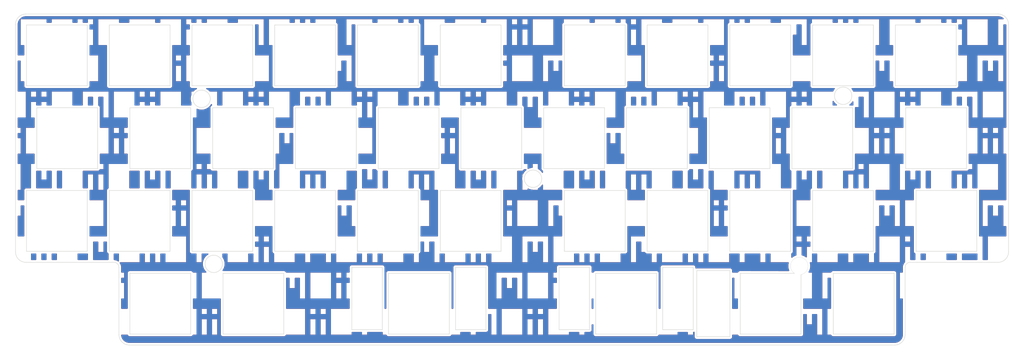
<source format=kicad_pcb>
(kicad_pcb (version 20211014) (generator pcbnew)
  (title_block (rev "1.0.0"))
  (layers (0 "F.Cu" signal) (31 "B.Cu" signal) (34 "B.Paste" user) (35 "F.Paste" user) (36 "B.SilkS" user "B.Silkscreen") (37 "F.SilkS" user "F.Silkscreen") (38 "B.Mask" user) (39 "F.Mask" user) (44 "Edge.Cuts" user))
  (net 0 "")
  (footprint "Marksard_Keyboard:m0ii040_Plate_Template_v1.0.0" (layer "F.Cu") (at 40.48125 54.76875)
    (fp_text reference "H1")
    (fp_text value "m0ii040_Plate_Template_v1.0.0")
    (fp_line (start -9.525 -7.14375) (end -9.525 45.24375) (layer "Edge.Cuts") (width 0.1))
    (fp_line (start 14.2875 48.815625) (end 14.2875 64.29375) (layer "Edge.Cuts") (width 0.1))
    (fp_line (start 216.69375 -9.525) (end -7.14375 -9.525) (layer "Edge.Cuts") (width 0.1))
    (fp_line (start 195.2625 64.29375) (end 195.2625 48.815625) (layer "Edge.Cuts") (width 0.1))
    (fp_line (start 16.66875 66.675) (end 192.88125 66.675) (layer "Edge.Cuts") (width 0.1))
    (fp_line (start 219.075 45.24375) (end 219.075 -7.14375) (layer "Edge.Cuts") (width 0.1))
    (fp_line (start -7.14375 47.625) (end 13.096875 47.625) (layer "Edge.Cuts") (width 0.1))
    (fp_line (start 196.453125 47.625) (end 216.69375 47.625) (layer "Edge.Cuts") (width 0.1))
    (fp_arc (start -9.525 -7.14375) (mid -8.827548 -8.827548) (end -7.14375 -9.525) (layer "Edge.Cuts") (width 0.1))
    (fp_arc (start 219.075 45.24375) (mid 218.377533 46.927533) (end 216.69375 47.625) (layer "Edge.Cuts") (width 0.1))
    (fp_arc (start 195.2625 48.815625) (mid 195.611219 47.973719) (end 196.453125 47.625) (layer "Edge.Cuts") (width 0.1))
    (fp_arc (start 16.66875 66.675) (mid 14.984952 65.977548) (end 14.2875 64.29375) (layer "Edge.Cuts") (width 0.1))
    (fp_arc (start 13.096875 47.625) (mid 13.938781 47.973719) (end 14.2875 48.815625) (layer "Edge.Cuts") (width 0.1))
    (fp_arc (start 195.2625 64.29375) (mid 194.565033 65.977533) (end 192.88125 66.675) (layer "Edge.Cuts") (width 0.1))
    (fp_arc (start -7.14375 47.625) (mid -8.827548 46.927548) (end -9.525 45.24375) (layer "Edge.Cuts") (width 0.1))
    (fp_arc (start 216.69375 -9.525) (mid 218.377533 -8.827533) (end 219.075 -7.14375) (layer "Edge.Cuts") (width 0.1))
    (fp_circle (center 36.109958 47.989904) (end 38.109958 47.989904) (layer "Edge.Cuts") (width 0.1) (fill none))
    (fp_circle (center 181.009958 9.289904) (end 183.009958 9.289904) (layer "Edge.Cuts") (width 0.1) (fill none))
    (fp_circle (center 33.309958 9.989904) (end 35.309958 9.989904) (layer "Edge.Cuts") (width 0.1) (fill none))
    (fp_circle (center 109.609958 28.389904) (end 111.609958 28.389904) (layer "Edge.Cuts") (width 0.1) (fill none))
  )
  (footprint "Marksard_Keyboard:SW_Hole" (layer "F.Cu") (at 83.34375 73.81875)
    (fp_text reference "SW15" hide)
    (fp_text value "S")
    (fp_line (start 7 7) (end 7 -7) (layer "Edge.Cuts") (width 0.1))
    (fp_line (start -7 -7) (end -7 7) (layer "Edge.Cuts") (width 0.1))
    (fp_line (start 7 -7) (end -7 -7) (layer "Edge.Cuts") (width 0.1))
    (fp_line (start -7 7) (end 7 7) (layer "Edge.Cuts") (width 0.1))
  )
  (footprint "Marksard_Keyboard:SW_Hole" (layer "F.Cu") (at 59.531 92.86875)
    (fp_text reference "SW26" hide)
    (fp_text value "Z")
    (fp_line (start -7 7) (end 7 7) (layer "Edge.Cuts") (width 0.1))
    (fp_line (start 7 -7) (end -7 -7) (layer "Edge.Cuts") (width 0.1))
    (fp_line (start 7 7) (end 7 -7) (layer "Edge.Cuts") (width 0.1))
    (fp_line (start -7 -7) (end -7 7) (layer "Edge.Cuts") (width 0.1))
  )
  (footprint "Marksard_Keyboard:SW_Hole" (layer "F.Cu") (at 85.72475 111.91875)
    (fp_text reference "SW39" hide)
    (fp_text value "ALT")
    (fp_line (start 7 7) (end 7 -7) (layer "Edge.Cuts") (width 0.1))
    (fp_line (start -7 -7) (end -7 7) (layer "Edge.Cuts") (width 0.1))
    (fp_line (start 7 -7) (end -7 -7) (layer "Edge.Cuts") (width 0.1))
    (fp_line (start -7 7) (end 7 7) (layer "Edge.Cuts") (width 0.1))
  )
  (footprint "Marksard_Keyboard:SW_Hole" (layer "F.Cu") (at 102.39375 73.81875)
    (fp_text reference "SW16" hide)
    (fp_text value "D")
    (fp_line (start -7 -7) (end -7 7) (layer "Edge.Cuts") (width 0.1))
    (fp_line (start -7 7) (end 7 7) (layer "Edge.Cuts") (width 0.1))
    (fp_line (start 7 -7) (end -7 -7) (layer "Edge.Cuts") (width 0.1))
    (fp_line (start 7 7) (end 7 -7) (layer "Edge.Cuts") (width 0.1))
  )
  (footprint "Marksard_Keyboard:SW_Hole" (layer "F.Cu") (at 135.73125 54.76875)
    (fp_text reference "SW6" hide)
    (fp_text value "T")
    (fp_line (start 7 -7) (end -7 -7) (layer "Edge.Cuts") (width 0.1))
    (fp_line (start -7 -7) (end -7 7) (layer "Edge.Cuts") (width 0.1))
    (fp_line (start 7 7) (end 7 -7) (layer "Edge.Cuts") (width 0.1))
    (fp_line (start -7 7) (end 7 7) (layer "Edge.Cuts") (width 0.1))
  )
  (footprint "Marksard_Keyboard:SW_Hole" (layer "F.Cu") (at 178.59375 73.81875)
    (fp_text reference "SW20" hide)
    (fp_text value "J")
    (fp_line (start 7 7) (end 7 -7) (layer "Edge.Cuts") (width 0.1))
    (fp_line (start -7 7) (end 7 7) (layer "Edge.Cuts") (width 0.1))
    (fp_line (start 7 -7) (end -7 -7) (layer "Edge.Cuts") (width 0.1))
    (fp_line (start -7 -7) (end -7 7) (layer "Edge.Cuts") (width 0.1))
  )
  (footprint "Marksard_Keyboard:SW_Hole" (layer "F.Cu") (at 78.581 92.86875)
    (fp_text reference "SW27" hide)
    (fp_text value "X")
    (fp_line (start 7 7) (end 7 -7) (layer "Edge.Cuts") (width 0.1))
    (fp_line (start 7 -7) (end -7 -7) (layer "Edge.Cuts") (width 0.1))
    (fp_line (start -7 7) (end 7 7) (layer "Edge.Cuts") (width 0.1))
    (fp_line (start -7 -7) (end -7 7) (layer "Edge.Cuts") (width 0.1))
  )
  (footprint "Marksard_Keyboard:SW_Hole" (layer "F.Cu") (at 40.48125 54.76875 180)
    (fp_text reference "SW1" hide)
    (fp_text value "ESC")
    (fp_line (start -7 -7) (end -7 7) (layer "Edge.Cuts") (width 0.1))
    (fp_line (start 7 -7) (end -7 -7) (layer "Edge.Cuts") (width 0.1))
    (fp_line (start 7 7) (end 7 -7) (layer "Edge.Cuts") (width 0.1))
    (fp_line (start -7 7) (end 7 7) (layer "Edge.Cuts") (width 0.1))
  )
  (footprint "Marksard_Keyboard:SW_Hole" (layer "F.Cu") (at 116.681 92.86875)
    (fp_text reference "SW29" hide)
    (fp_text value "V")
    (fp_line (start 7 -7) (end -7 -7) (layer "Edge.Cuts") (width 0.1))
    (fp_line (start -7 7) (end 7 7) (layer "Edge.Cuts") (width 0.1))
    (fp_line (start -7 -7) (end -7 7) (layer "Edge.Cuts") (width 0.1))
    (fp_line (start 7 7) (end 7 -7) (layer "Edge.Cuts") (width 0.1))
  )
  (footprint "Marksard_Keyboard:SW_Hole_2" (layer "F.Cu") (at 123.82525 111.91875)
    (fp_text reference "SW40" hide)
    (fp_text value "BS")
    (fp_line (start -8.43805 5.9984) (end -8.43805 -8.3342) (layer "Edge.Cuts") (width 0.1))
    (fp_line (start 15.43795 -8.3342) (end 8.43795 -8.3342) (layer "Edge.Cuts") (width 0.1))
    (fp_line (start -15.43805 5.9984) (end -15.43805 -8.3342) (layer "Edge.Cuts") (width 0.1))
    (fp_line (start -8.43805 -8.3342) (end -15.43805 -8.3342) (layer "Edge.Cuts") (width 0.1))
    (fp_line (start -7 -7) (end -7 7) (layer "Edge.Cuts") (width 0.1))
    (fp_line (start 15.43795 5.9984) (end 15.43795 -8.3342) (layer "Edge.Cuts") (width 0.1))
    (fp_line (start 8.43795 5.9984) (end 8.43795 -8.3342) (layer "Edge.Cuts") (width 0.1))
    (fp_line (start -7 7) (end 7 7) (layer "Edge.Cuts") (width 0.1))
    (fp_line (start 15.43795 5.9984) (end 8.43795 5.9984) (layer "Edge.Cuts") (width 0.1))
    (fp_line (start -8.43805 5.9984) (end -15.43805 5.9984) (layer "Edge.Cuts") (width 0.1))
    (fp_line (start 7 7) (end 7 -7) (layer "Edge.Cuts") (width 0.1))
    (fp_line (start 7 -7) (end -7 -7) (layer "Edge.Cuts") (width 0.1))
  )
  (footprint "Marksard_Keyboard:SW_Hole" (layer "F.Cu") (at 216.69375 73.81875)
    (fp_text reference "SW22" hide)
    (fp_text value "L")
    (fp_line (start -7 7) (end 7 7) (layer "Edge.Cuts") (width 0.1))
    (fp_line (start 7 7) (end 7 -7) (layer "Edge.Cuts") (width 0.1))
    (fp_line (start 7 -7) (end -7 -7) (layer "Edge.Cuts") (width 0.1))
    (fp_line (start -7 -7) (end -7 7) (layer "Edge.Cuts") (width 0.1))
  )
  (footprint "Marksard_Keyboard:SW_Hole" (layer "F.Cu") (at 242.88775 73.81875)
    (fp_text reference "SW23" hide)
    (fp_text value "ENT")
    (fp_line (start -7 7) (end 7 7) (layer "Edge.Cuts") (width 0.1))
    (fp_line (start 7 -7) (end -7 -7) (layer "Edge.Cuts") (width 0.1))
    (fp_line (start 7 7) (end 7 -7) (layer "Edge.Cuts") (width 0.1))
    (fp_line (start -7 -7) (end -7 7) (layer "Edge.Cuts") (width 0.1))
  )
  (footprint "Marksard_Keyboard:SW_Hole" (layer "F.Cu") (at 245.2685 92.86875)
    (fp_text reference "SW35" hide)
    (fp_text value "SHIFT")
    (fp_line (start 7 7) (end 7 -7) (layer "Edge.Cuts") (width 0.1))
    (fp_line (start 7 -7) (end -7 -7) (layer "Edge.Cuts") (width 0.1))
    (fp_line (start -7 -7) (end -7 7) (layer "Edge.Cuts") (width 0.1))
    (fp_line (start -7 7) (end 7 7) (layer "Edge.Cuts") (width 0.1))
  )
  (footprint "Marksard_Keyboard:SW_Hole" (layer "F.Cu") (at 59.53125 54.76875 180)
    (fp_text reference "SW2" hide)
    (fp_text value "Q")
    (fp_line (start 7 7) (end 7 -7) (layer "Edge.Cuts") (width 0.1))
    (fp_line (start 7 -7) (end -7 -7) (layer "Edge.Cuts") (width 0.1))
    (fp_line (start -7 -7) (end -7 7) (layer "Edge.Cuts") (width 0.1))
    (fp_line (start -7 7) (end 7 7) (layer "Edge.Cuts") (width 0.1))
  )
  (footprint "Marksard_Keyboard:SW_Hole" (layer "F.Cu") (at 135.731 92.86875)
    (fp_text reference "SW30" hide)
    (fp_text value "B")
    (fp_line (start -7 7) (end 7 7) (layer "Edge.Cuts") (width 0.1))
    (fp_line (start -7 -7) (end -7 7) (layer "Edge.Cuts") (width 0.1))
    (fp_line (start 7 7) (end 7 -7) (layer "Edge.Cuts") (width 0.1))
    (fp_line (start 7 -7) (end -7 -7) (layer "Edge.Cuts") (width 0.1))
  )
  (footprint "Marksard_Keyboard:SW_Hole" (layer "F.Cu") (at 121.44375 73.81875)
    (fp_text reference "SW17" hide)
    (fp_text value "F")
    (fp_line (start -7 7) (end 7 7) (layer "Edge.Cuts") (width 0.1))
    (fp_line (start 7 -7) (end -7 -7) (layer "Edge.Cuts") (width 0.1))
    (fp_line (start -7 -7) (end -7 7) (layer "Edge.Cuts") (width 0.1))
    (fp_line (start 7 7) (end 7 -7) (layer "Edge.Cuts") (width 0.1))
  )
  (footprint "Marksard_Keyboard:SW_Hole" (layer "F.Cu") (at 97.631 92.86875)
    (fp_text reference "SW28" hide)
    (fp_text value "C")
    (fp_line (start 7 -7) (end -7 -7) (layer "Edge.Cuts") (width 0.1))
    (fp_line (start 7 7) (end 7 -7) (layer "Edge.Cuts") (width 0.1))
    (fp_line (start -7 7) (end 7 7) (layer "Edge.Cuts") (width 0.1))
    (fp_line (start -7 -7) (end -7 7) (layer "Edge.Cuts") (width 0.1))
  )
  (footprint "Marksard_Keyboard:SW_Hole" (layer "F.Cu") (at 159.54375 73.81875)
    (fp_text reference "SW19" hide)
    (fp_text value "H")
    (fp_line (start -7 -7) (end -7 7) (layer "Edge.Cuts") (width 0.1))
    (fp_line (start 7 7) (end 7 -7) (layer "Edge.Cuts") (width 0.1))
    (fp_line (start 7 -7) (end -7 -7) (layer "Edge.Cuts") (width 0.1))
    (fp_line (start -7 7) (end 7 7) (layer "Edge.Cuts") (width 0.1))
  )
  (footprint "Marksard_Keyboard:SW_Hole" (layer "F.Cu") (at 78.58125 54.76875)
    (fp_text reference "SW3" hide)
    (fp_text value "W")
    (fp_line (start 7 7) (end 7 -7) (layer "Edge.Cuts") (width 0.1))
    (fp_line (start -7 7) (end 7 7) (layer "Edge.Cuts") (width 0.1))
    (fp_line (start 7 -7) (end -7 -7) (layer "Edge.Cuts") (width 0.1))
    (fp_line (start -7 -7) (end -7 7) (layer "Edge.Cuts") (width 0.1))
  )
  (footprint "Marksard_Keyboard:SW_Hole" (layer "F.Cu") (at 197.64375 73.81875)
    (fp_text reference "SW21" hide)
    (fp_text value "K")
    (fp_line (start -7 7) (end 7 7) (layer "Edge.Cuts") (width 0.1))
    (fp_line (start 7 7) (end 7 -7) (layer "Edge.Cuts") (width 0.1))
    (fp_line (start -7 -7) (end -7 7) (layer "Edge.Cuts") (width 0.1))
    (fp_line (start 7 -7) (end -7 -7) (layer "Edge.Cuts") (width 0.1))
  )
  (footprint "Marksard_Keyboard:SW_Hole" (layer "F.Cu") (at 240.50625 54.76875)
    (fp_text reference "SW11" hide)
    (fp_text value "P")
    (fp_line (start -7 7) (end 7 7) (layer "Edge.Cuts") (width 0.1))
    (fp_line (start 7 -7) (end -7 -7) (layer "Edge.Cuts") (width 0.1))
    (fp_line (start 7 7) (end 7 -7) (layer "Edge.Cuts") (width 0.1))
    (fp_line (start -7 -7) (end -7 7) (layer "Edge.Cuts") (width 0.1))
  )
  (footprint "Marksard_Keyboard:SW_Hole" (layer "F.Cu") (at 64.29375 111.91875)
    (fp_text reference "SW38" hide)
    (fp_text value "WIN")
    (fp_line (start -7 7) (end 7 7) (layer "Edge.Cuts") (width 0.1))
    (fp_line (start -7 -7) (end -7 7) (layer "Edge.Cuts") (width 0.1))
    (fp_line (start 7 7) (end 7 -7) (layer "Edge.Cuts") (width 0.1))
    (fp_line (start 7 -7) (end -7 -7) (layer "Edge.Cuts") (width 0.1))
  )
  (footprint "Marksard_Keyboard:SW_Hole" (layer "F.Cu") (at 40.48125 92.86875)
    (fp_text reference "SW25" hide)
    (fp_text value "SHIFT")
    (fp_line (start 7 7) (end 7 -7) (layer "Edge.Cuts") (width 0.1))
    (fp_line (start -7 7) (end 7 7) (layer "Edge.Cuts") (width 0.1))
    (fp_line (start 7 -7) (end -7 -7) (layer "Edge.Cuts") (width 0.1))
    (fp_line (start -7 -7) (end -7 7) (layer "Edge.Cuts") (width 0.1))
  )
  (footprint "Marksard_Keyboard:SW_Hole" (layer "F.Cu") (at 202.40625 92.86875)
    (fp_text reference "SW33" hide)
    (fp_text value ",")
    (fp_line (start 7 -7) (end -7 -7) (layer "Edge.Cuts") (width 0.1))
    (fp_line (start 7 7) (end 7 -7) (layer "Edge.Cuts") (width 0.1))
    (fp_line (start -7 7) (end 7 7) (layer "Edge.Cuts") (width 0.1))
    (fp_line (start -7 -7) (end -7 7) (layer "Edge.Cuts") (width 0.1))
  )
  (footprint "Marksard_Keyboard:SW_Hole" (layer "F.Cu") (at 183.35625 92.86875)
    (fp_text reference "SW32" hide)
    (fp_text value "M")
    (fp_line (start 7 -7) (end -7 -7) (layer "Edge.Cuts") (width 0.1))
    (fp_line (start -7 7) (end 7 7) (layer "Edge.Cuts") (width 0.1))
    (fp_line (start -7 -7) (end -7 7) (layer "Edge.Cuts") (width 0.1))
    (fp_line (start 7 7) (end 7 -7) (layer "Edge.Cuts") (width 0.1))
  )
  (footprint "Marksard_Keyboard:SW_Hole" (layer "F.Cu") (at 97.63125 54.76875)
    (fp_text reference "SW4" hide)
    (fp_text value "E")
    (fp_line (start -7 -7) (end -7 7) (layer "Edge.Cuts") (width 0.1))
    (fp_line (start -7 7) (end 7 7) (layer "Edge.Cuts") (width 0.1))
    (fp_line (start 7 7) (end 7 -7) (layer "Edge.Cuts") (width 0.1))
    (fp_line (start 7 -7) (end -7 -7) (layer "Edge.Cuts") (width 0.1))
  )
  (footprint "Marksard_Keyboard:SW_Hole" (layer "F.Cu") (at 164.30625 54.76875)
    (fp_text reference "SW7" hide)
    (fp_text value "Y")
    (fp_line (start 7 7) (end 7 -7) (layer "Edge.Cuts") (width 0.1))
    (fp_line (start 7 -7) (end -7 -7) (layer "Edge.Cuts") (width 0.1))
    (fp_line (start -7 7) (end 7 7) (layer "Edge.Cuts") (width 0.1))
    (fp_line (start -7 -7) (end -7 7) (layer "Edge.Cuts") (width 0.1))
  )
  (footprint "Marksard_Keyboard:SW_Hole" (layer "F.Cu") (at 221.45625 92.86875)
    (fp_text reference "SW34" hide)
    (fp_text value ".")
    (fp_line (start 7 -7) (end -7 -7) (layer "Edge.Cuts") (width 0.1))
    (fp_line (start -7 -7) (end -7 7) (layer "Edge.Cuts") (width 0.1))
    (fp_line (start -7 7) (end 7 7) (layer "Edge.Cuts") (width 0.1))
    (fp_line (start 7 7) (end 7 -7) (layer "Edge.Cuts") (width 0.1))
  )
  (footprint "Marksard_Keyboard:SW_Hole" (layer "F.Cu") (at 183.35625 54.76875)
    (fp_text reference "SW8" hide)
    (fp_text value "U")
    (fp_line (start -7 -7) (end -7 7) (layer "Edge.Cuts") (width 0.1))
    (fp_line (start 7 7) (end 7 -7) (layer "Edge.Cuts") (width 0.1))
    (fp_line (start -7 7) (end 7 7) (layer "Edge.Cuts") (width 0.1))
    (fp_line (start 7 -7) (end -7 -7) (layer "Edge.Cuts") (width 0.1))
  )
  (footprint "Marksard_Keyboard:SW_Hole" (layer "F.Cu") (at 140.49375 73.81875)
    (fp_text reference "SW18" hide)
    (fp_text value "G")
    (fp_line (start -7 7) (end 7 7) (layer "Edge.Cuts") (width 0.1))
    (fp_line (start -7 -7) (end -7 7) (layer "Edge.Cuts") (width 0.1))
    (fp_line (start 7 -7) (end -7 -7) (layer "Edge.Cuts") (width 0.1))
    (fp_line (start 7 7) (end 7 -7) (layer "Edge.Cuts") (width 0.1))
  )
  (footprint "Marksard_Keyboard:SW_Hole" (layer "F.Cu") (at 64.29375 73.81875)
    (fp_text reference "SW14" hide)
    (fp_text value "A")
    (fp_line (start -7 7) (end 7 7) (layer "Edge.Cuts") (width 0.1))
    (fp_line (start -7 -7) (end -7 7) (layer "Edge.Cuts") (width 0.1))
    (fp_line (start 7 7) (end 7 -7) (layer "Edge.Cuts") (width 0.1))
    (fp_line (start 7 -7) (end -7 -7) (layer "Edge.Cuts") (width 0.1))
  )
  (footprint "Marksard_Keyboard:SW_Hole" (layer "F.Cu") (at 226.21875 111.91875)
    (fp_text reference "SW44" hide)
    (fp_text value "APP")
    (fp_line (start -7 -7) (end -7 7) (layer "Edge.Cuts") (width 0.1))
    (fp_line (start -7 7) (end 7 7) (layer "Edge.Cuts") (width 0.1))
    (fp_line (start 7 7) (end 7 -7) (layer "Edge.Cuts") (width 0.1))
    (fp_line (start 7 -7) (end -7 -7) (layer "Edge.Cuts") (width 0.1))
  )
  (footprint "Marksard_Keyboard:SW_Hole" (layer "F.Cu") (at 164.30625 92.86875)
    (fp_text reference "SW31" hide)
    (fp_text value "N")
    (fp_line (start 7 7) (end 7 -7) (layer "Edge.Cuts") (width 0.1))
    (fp_line (start 7 -7) (end -7 -7) (layer "Edge.Cuts") (width 0.1))
    (fp_line (start -7 7) (end 7 7) (layer "Edge.Cuts") (width 0.1))
    (fp_line (start -7 -7) (end -7 7) (layer "Edge.Cuts") (width 0.1))
  )
  (footprint "Marksard_Keyboard:SW_Hole" (layer "F.Cu") (at 221.45625 54.76875)
    (fp_text reference "SW10" hide)
    (fp_text value "O")
    (fp_line (start -7 7) (end 7 7) (layer "Edge.Cuts") (width 0.1))
    (fp_line (start -7 -7) (end -7 7) (layer "Edge.Cuts") (width 0.1))
    (fp_line (start 7 -7) (end -7 -7) (layer "Edge.Cuts") (width 0.1))
    (fp_line (start 7 7) (end 7 -7) (layer "Edge.Cuts") (width 0.1))
  )
  (footprint "Marksard_Keyboard:SW_Hole_2" (layer "F.Cu") (at 171.52435 111.91875)
    (fp_text reference "SW42" hide)
    (fp_text value "SPC")
    (fp_line (start -7 7) (end 7 7) (layer "Edge.Cuts") (width 0.1))
    (fp_line (start 7 7) (end 7 -7) (layer "Edge.Cuts") (width 0.1))
    (fp_line (start 8.43795 5.9984) (end 8.43795 -8.3342) (layer "Edge.Cuts") (width 0.1))
    (fp_line (start -7 -7) (end -7 7) (layer "Edge.Cuts") (width 0.1))
    (fp_line (start -15.43805 5.9984) (end -15.43805 -8.3342) (layer "Edge.Cuts") (width 0.1))
    (fp_line (start -8.43805 5.9984) (end -8.43805 -8.3342) (layer "Edge.Cuts") (width 0.1))
    (fp_line (start 15.43795 5.9984) (end 15.43795 -8.3342) (layer "Edge.Cuts") (width 0.1))
    (fp_line (start 7 -7) (end -7 -7) (layer "Edge.Cuts") (width 0.1))
    (fp_line (start -8.43805 5.9984) (end -15.43805 5.9984) (layer "Edge.Cuts") (width 0.1))
    (fp_line (start 15.43795 5.9984) (end 8.43795 5.9984) (layer "Edge.Cuts") (width 0.1))
    (fp_line (start 15.43795 -8.3342) (end 8.43795 -8.3342) (layer "Edge.Cuts") (width 0.1))
    (fp_line (start -8.43805 -8.3342) (end -15.43805 -8.3342) (layer "Edge.Cuts") (width 0.1))
  )
  (footprint "Marksard_Keyboard:SW_Hole" (layer "F.Cu") (at 202.40625 54.76875)
    (fp_text reference "SW9" hide)
    (fp_text value "I")
    (fp_line (start 7 -7) (end -7 -7) (layer "Edge.Cuts") (width 0.1))
    (fp_line (start -7 7) (end 7 7) (layer "Edge.Cuts") (width 0.1))
    (fp_line (start 7 7) (end 7 -7) (layer "Edge.Cuts") (width 0.1))
    (fp_line (start -7 -7) (end -7 7) (layer "Edge.Cuts") (width 0.1))
  )
  (footprint "Marksard_Keyboard:SW_Hole" (layer "F.Cu") (at 116.68125 54.76875)
    (fp_text reference "SW5" hide)
    (fp_text value "R")
    (fp_line (start 7 7) (end 7 -7) (layer "Edge.Cuts") (width 0.1))
    (fp_line (start 7 -7) (end -7 -7) (layer "Edge.Cuts") (width 0.1))
    (fp_line (start -7 7) (end 7 7) (layer "Edge.Cuts") (width 0.1))
    (fp_line (start -7 -7) (end -7 7) (layer "Edge.Cuts") (width 0.1))
  )
  (footprint "Marksard_Keyboard:SW_Hole" (layer "F.Cu") (at 42.86225 73.81875)
    (fp_text reference "SW13" hide)
    (fp_text value "CTRL")
    (fp_line (start -7 -7) (end -7 7) (layer "Edge.Cuts") (width 0.1))
    (fp_line (start -7 7) (end 7 7) (layer "Edge.Cuts") (width 0.1))
    (fp_line (start 7 -7) (end -7 -7) (layer "Edge.Cuts") (width 0.1))
    (fp_line (start 7 7) (end 7 -7) (layer "Edge.Cuts") (width 0.1))
  )
  (gr_arc (start 210.28025 104.93375) (mid 211.776173 101.274515) (end 211.785018 105.227705) (layer "Edge.Cuts") (width 0.05))
  (gr_line (start 197.78725 104.91875) (end 210.28025 104.93375) (layer "Edge.Cuts") (width 0.1))
  (gr_rect (start 187.80125 104.29875) (end 195.42125 119.53875) (layer "Edge.Cuts") (width 0.1) (fill none))
  (gr_line (start 197.78725 118.91875) (end 211.78725 118.91875) (layer "Edge.Cuts") (width 0.1))
  (gr_line (start 211.78725 118.91875) (end 211.785018 105.227705) (layer "Edge.Cuts") (width 0.1))
  (gr_line (start 197.78725 104.91875) (end 197.78725 118.91875) (layer "Edge.Cuts") (width 0.1))
  (zone (net 0) (net_name "") (layers F&B.Cu) (connect_pads (clearance 0)) (min_thickness 0.254)
    (keepout (tracks allowed) (vias allowed) (pads allowed) (copperpour not_allowed) (footprints allowed))
    (fill (thermal_gap 0.508) (thermal_bridge_width 0.508))
    (polygon (pts (xy 166.6875 60.721875) (xy 165.496875 60.721875) (xy 165.496875 57.15) (xy 166.6875 57.15)))
  )
  (zone (net 0) (net_name "") (layers F&B.Cu) (connect_pads (clearance 0)) (min_thickness 0.254)
    (keepout (tracks allowed) (vias allowed) (pads allowed) (copperpour not_allowed) (footprints allowed))
    (fill (thermal_gap 0.508) (thermal_bridge_width 0.508))
    (polygon (pts (xy 41.671875 55.959375) (xy 40.48125 55.959375) (xy 40.48125 54.76875) (xy 41.671875 54.76875)))
  )
  (zone (net 0) (net_name "") (layers F&B.Cu) (connect_pads (clearance 0)) (min_thickness 0.254)
    (keepout (tracks allowed) (vias allowed) (pads allowed) (copperpour not_allowed) (footprints allowed))
    (fill (thermal_gap 0.508) (thermal_bridge_width 0.508))
    (polygon (pts (xy 51.196875 85.725) (xy 50.00625 85.725) (xy 50.00625 82.153125) (xy 51.196875 82.153125)))
  )
  (zone (net 0) (net_name "") (layers F&B.Cu) (connect_pads (clearance 0)) (min_thickness 0.254)
    (keepout (tracks allowed) (vias allowed) (pads allowed) (copperpour not_allowed) (footprints allowed))
    (fill (thermal_gap 0.508) (thermal_bridge_width 0.508))
    (polygon (pts (xy 45.24375 102.39375) (xy 40.48125 102.39375) (xy 40.48125 96.440625) (xy 45.24375 96.440625)))
  )
  (zone (net 0) (net_name "") (layers F&B.Cu) (connect_pads (clearance 0)) (min_thickness 0.254)
    (keepout (tracks allowed) (vias allowed) (pads allowed) (copperpour not_allowed) (footprints allowed))
    (fill (thermal_gap 0.508) (thermal_bridge_width 0.508))
    (polygon (pts (xy 194.071875 52.3875) (xy 189.309375 52.3875) (xy 189.309375 46.434375) (xy 194.071875 46.434375)))
  )
  (zone (net 0) (net_name "") (layers F&B.Cu) (connect_pads (clearance 0)) (min_thickness 0.254)
    (keepout (tracks allowed) (vias allowed) (pads allowed) (copperpour not_allowed) (footprints allowed))
    (fill (thermal_gap 0.508) (thermal_bridge_width 0.508))
    (polygon (pts (xy 173.83125 80.9625) (xy 172.640625 80.9625) (xy 172.640625 79.771875) (xy 173.83125 79.771875)))
  )
  (zone (net 0) (net_name "") (layers F&B.Cu) (connect_pads (clearance 0)) (min_thickness 0.254)
    (keepout (tracks allowed) (vias allowed) (pads allowed) (copperpour not_allowed) (footprints allowed))
    (fill (thermal_gap 0.508) (thermal_bridge_width 0.508))
    (polygon (pts (xy 133.35 119.0625) (xy 128.5875 119.0625) (xy 128.5875 113.109375) (xy 133.35 113.109375)))
  )
  (zone (net 0) (net_name "") (layers F&B.Cu) (connect_pads (clearance 0)) (min_thickness 0.254)
    (keepout (tracks allowed) (vias allowed) (pads allowed) (copperpour not_allowed) (footprints allowed))
    (fill (thermal_gap 0.508) (thermal_bridge_width 0.508))
    (polygon (pts (xy 240.50625 85.725) (xy 239.315625 85.725) (xy 239.315625 80.9625) (xy 238.125 80.9625) (xy 238.125 83.34375) (xy 236.934375 83.34375) (xy 236.934375 80.9625) (xy 235.74375 80.9625) (xy 235.74375 85.725) (xy 234.553125 85.725) (xy 234.553125 79.771875) (xy 240.50625 79.771875)))
  )
  (zone (net 0) (net_name "") (layers F&B.Cu) (connect_pads (clearance 0)) (min_thickness 0.254)
    (keepout (tracks allowed) (vias allowed) (pads allowed) (copperpour not_allowed) (footprints allowed))
    (fill (thermal_gap 0.508) (thermal_bridge_width 0.508))
    (polygon (pts (xy 186.928125 102.39375) (xy 185.7375 102.39375) (xy 185.7375 98.821875) (xy 186.928125 98.821875)))
  )
  (zone (net 0) (net_name "") (layers F&B.Cu) (connect_pads (clearance 0)) (min_thickness 0.254)
    (keepout (tracks allowed) (vias allowed) (pads allowed) (copperpour not_allowed) (footprints allowed))
    (fill (thermal_gap 0.508) (thermal_bridge_width 0.508))
    (polygon (pts (xy 198.834375 80.9625) (xy 197.64375 80.9625) (xy 197.64375 79.771875) (xy 198.834375 79.771875)))
  )
  (zone (net 0) (net_name "") (layers F&B.Cu) (connect_pads (clearance 0)) (min_thickness 0.254)
    (keepout (tracks allowed) (vias allowed) (pads allowed) (copperpour not_allowed) (footprints allowed))
    (fill (thermal_gap 0.508) (thermal_bridge_width 0.508))
    (polygon (pts (xy 117.871875 89.296875) (xy 116.68125 89.296875) (xy 116.68125 88.10625) (xy 117.871875 88.10625)))
  )
  (zone (net 0) (net_name "") (layers F&B.Cu) (connect_pads (clearance 0)) (min_thickness 0.254)
    (keepout (tracks allowed) (vias allowed) (pads allowed) (copperpour not_allowed) (footprints allowed))
    (fill (thermal_gap 0.508) (thermal_bridge_width 0.508))
    (polygon (pts (xy 258.365625 60.721875) (xy 257.175 60.721875) (xy 257.175 55.959375) (xy 255.984375 55.959375) (xy 255.984375 58.340625) (xy 254.79375 58.340625) (xy 254.79375 55.959375) (xy 253.603125 55.959375) (xy 253.603125 60.721875) (xy 252.4125 60.721875) (xy 252.4125 54.76875) (xy 258.365625 54.76875)))
  )
  (zone (net 0) (net_name "") (layers F&B.Cu) (connect_pads (clearance 0)) (min_thickness 0.254)
    (keepout (tracks allowed) (vias allowed) (pads allowed) (copperpour not_allowed) (footprints allowed))
    (fill (thermal_gap 0.508) (thermal_bridge_width 0.508))
    (polygon (pts (xy 34.528125 94.059375) (xy 33.3375 94.059375) (xy 33.3375 89.296875) (xy 32.146875 89.296875) (xy 32.146875 91.678125) (xy 30.95625 91.678125) (xy 30.95625 89.296875) (xy 29.765625 89.296875) (xy 29.765625 94.059375) (xy 28.575 94.059375) (xy 28.575 88.10625) (xy 34.528125 88.10625)))
  )
  (zone (net 0) (net_name "") (layers F&B.Cu) (connect_pads (clearance 0)) (min_thickness 0.254)
    (keepout (tracks allowed) (vias allowed) (pads allowed) (copperpour not_allowed) (footprints allowed))
    (fill (thermal_gap 0.508) (thermal_bridge_width 0.508))
    (polygon (pts (xy 111.91875 97.63125) (xy 110.728125 97.63125) (xy 110.728125 96.440625) (xy 111.91875 96.440625)))
  )
  (zone (net 0) (net_name "") (layers F&B.Cu) (connect_pads (clearance 0)) (min_thickness 0.254)
    (keepout (tracks allowed) (vias allowed) (pads allowed) (copperpour not_allowed) (footprints allowed))
    (fill (thermal_gap 0.508) (thermal_bridge_width 0.508))
    (polygon (pts (xy 73.81875 85.725) (xy 72.628125 85.725) (xy 72.628125 82.153125) (xy 73.81875 82.153125)))
  )
  (zone (net 0) (net_name "") (layers F&B.Cu) (connect_pads (clearance 0)) (min_thickness 0.254)
    (keepout (tracks allowed) (vias allowed) (pads allowed) (copperpour not_allowed) (footprints allowed))
    (fill (thermal_gap 0.508) (thermal_bridge_width 0.508))
    (polygon (pts (xy 89.296875 102.39375) (xy 88.10625 102.39375) (xy 88.10625 98.821875) (xy 89.296875 98.821875)))
  )
  (zone (net 0) (net_name "") (layers F&B.Cu) (connect_pads (clearance 0)) (min_thickness 0.254)
    (keepout (tracks allowed) (vias allowed) (pads allowed) (copperpour not_allowed) (footprints allowed))
    (fill (thermal_gap 0.508) (thermal_bridge_width 0.508))
    (polygon (pts (xy 120.253125 94.059375) (xy 119.0625 94.059375) (xy 119.0625 90.4875) (xy 120.253125 90.4875)))
  )
  (zone (net 0) (net_name "") (layers F&B.Cu) (connect_pads (clearance 0)) (min_thickness 0.254)
    (keepout (tracks allowed) (vias allowed) (pads allowed) (copperpour not_allowed) (footprints allowed))
    (fill (thermal_gap 0.508) (thermal_bridge_width 0.508))
    (polygon (pts (xy 165.496875 94.059375) (xy 160.734375 94.059375) (xy 160.734375 88.10625) (xy 165.496875 88.10625)))
  )
  (zone (net 0) (net_name "") (layers F&B.Cu) (connect_pads (clearance 0)) (min_thickness 0.254)
    (keepout (tracks allowed) (vias allowed) (pads allowed) (copperpour not_allowed) (footprints allowed))
    (fill (thermal_gap 0.508) (thermal_bridge_width 0.508))
    (polygon (pts (xy 55.959375 110.728125) (xy 54.76875 110.728125) (xy 54.76875 107.15625) (xy 55.959375 107.15625)))
  )
  (zone (net 0) (net_name "") (layers F&B.Cu) (connect_pads (clearance 0)) (min_thickness 0.254)
    (keepout (tracks allowed) (vias allowed) (pads allowed) (copperpour not_allowed) (footprints allowed))
    (fill (thermal_gap 0.508) (thermal_bridge_width 0.508))
    (polygon (pts (xy 122.634375 110.728125) (xy 121.44375 110.728125) (xy 121.44375 105.965625) (xy 120.253125 105.965625) (xy 120.253125 108.346875) (xy 119.0625 108.346875) (xy 119.0625 105.965625) (xy 117.871875 105.965625) (xy 117.871875 110.728125) (xy 116.68125 110.728125) (xy 116.68125 104.775) (xy 122.634375 104.775)))
  )
  (zone (net 0) (net_name "") (layers F&B.Cu) (connect_pads (clearance 0)) (min_thickness 0.254)
    (keepout (tracks allowed) (vias allowed) (pads allowed) (copperpour not_allowed) (footprints allowed))
    (fill (thermal_gap 0.508) (thermal_bridge_width 0.508))
    (polygon (pts (xy 33.3375 69.05625) (xy 28.575 69.05625) (xy 28.575 63.103125) (xy 33.3375 63.103125)))
  )
  (zone (net 0) (net_name "") (layers F&B.Cu) (connect_pads (clearance 0)) (min_thickness 0.254)
    (keepout (tracks allowed) (vias allowed) (pads allowed) (copperpour not_allowed) (footprints allowed))
    (fill (thermal_gap 0.508) (thermal_bridge_width 0.508))
    (polygon (pts (xy 194.071875 69.05625) (xy 189.309375 69.05625) (xy 189.309375 63.103125) (xy 194.071875 63.103125)))
  )
  (zone (net 0) (net_name "") (layers F&B.Cu) (connect_pads (clearance 0)) (min_thickness 0.254)
    (keepout (tracks allowed) (vias allowed) (pads allowed) (copperpour not_allowed) (footprints allowed))
    (fill (thermal_gap 0.508) (thermal_bridge_width 0.508))
    (polygon (pts (xy 89.296875 110.728125) (xy 84.534375 110.728125) (xy 84.534375 104.775) (xy 89.296875 104.775)))
  )
  (zone (net 0) (net_name "") (layers F&B.Cu) (connect_pads (clearance 0)) (min_thickness 0.254)
    (keepout (tracks allowed) (vias allowed) (pads allowed) (copperpour not_allowed) (footprints allowed))
    (fill (thermal_gap 0.508) (thermal_bridge_width 0.508))
    (polygon (pts (xy 236.934375 102.39375) (xy 235.74375 102.39375) (xy 235.74375 98.821875) (xy 236.934375 98.821875)))
  )
  (zone (net 0) (net_name "") (layers F&B.Cu) (connect_pads (clearance 0)) (min_thickness 0.254)
    (keepout (tracks allowed) (vias allowed) (pads allowed) (copperpour not_allowed) (footprints allowed))
    (fill (thermal_gap 0.508) (thermal_bridge_width 0.508))
    (polygon (pts (xy 60.721875 64.29375) (xy 59.53125 64.29375) (xy 59.53125 63.103125) (xy 60.721875 63.103125)))
  )
  (zone (net 0) (net_name "") (layers F&B.Cu) (connect_pads (clearance 0)) (min_thickness 0.254)
    (keepout (tracks allowed) (vias allowed) (pads allowed) (copperpour not_allowed) (footprints allowed))
    (fill (thermal_gap 0.508) (thermal_bridge_width 0.508))
    (polygon (pts (xy 241.696875 55.959375) (xy 240.50625 55.959375) (xy 240.50625 54.76875) (xy 241.696875 54.76875)))
  )
  (zone (net 0) (net_name "") (layers F&B.Cu) (connect_pads (clearance 0)) (min_thickness 0.254)
    (keepout (tracks allowed) (vias allowed) (pads allowed) (copperpour not_allowed) (footprints allowed))
    (fill (thermal_gap 0.508) (thermal_bridge_width 0.508))
    (polygon (pts (xy 75.009375 119.0625) (xy 73.81875 119.0625) (xy 73.81875 115.490625) (xy 75.009375 115.490625)))
  )
  (zone (net 0) (net_name "") (layers F&B.Cu) (connect_pads (clearance 0)) (min_thickness 0.254)
    (keepout (tracks allowed) (vias allowed) (pads allowed) (copperpour not_allowed) (footprints allowed))
    (fill (thermal_gap 0.508) (thermal_bridge_width 0.508))
    (polygon (pts (xy 210.740625 69.05625) (xy 209.55 69.05625) (xy 209.55 65.484375) (xy 210.740625 65.484375)))
  )
  (zone (net 0) (net_name "") (layers F&B.Cu) (connect_pads (clearance 0)) (min_thickness 0.254)
    (keepout (tracks allowed) (vias allowed) (pads allowed) (copperpour not_allowed) (footprints allowed))
    (fill (thermal_gap 0.508) (thermal_bridge_width 0.508))
    (polygon (pts (xy 95.25 102.39375) (xy 90.4875 102.39375) (xy 90.4875 96.440625) (xy 95.25 96.440625)))
  )
  (zone (net 0) (net_name "") (layers F&B.Cu) (connect_pads (clearance 0)) (min_thickness 0.254)
    (keepout (tracks allowed) (vias allowed) (pads allowed) (copperpour not_allowed) (footprints allowed))
    (fill (thermal_gap 0.508) (thermal_bridge_width 0.508))
    (polygon (pts (xy 163.115625 77.390625) (xy 158.353125 77.390625) (xy 158.353125 71.4375) (xy 163.115625 71.4375)))
  )
  (zone (net 0) (net_name "") (layers F&B.Cu) (connect_pads (clearance 0)) (min_thickness 0.254)
    (keepout (tracks allowed) (vias allowed) (pads allowed) (copperpour not_allowed) (footprints allowed))
    (fill (thermal_gap 0.508) (thermal_bridge_width 0.508))
    (polygon (pts (xy 54.76875 52.3875) (xy 50.00625 52.3875) (xy 50.00625 46.434375) (xy 54.76875 46.434375)))
  )
  (zone (net 0) (net_name "") (layers F&B.Cu) (connect_pads (clearance 0)) (min_thickness 0.254)
    (keepout (tracks allowed) (vias allowed) (pads allowed) (copperpour not_allowed) (footprints allowed))
    (fill (thermal_gap 0.508) (thermal_bridge_width 0.508))
    (polygon (pts (xy 225.028125 114.3) (xy 223.8375 114.3) (xy 223.8375 113.109375) (xy 225.028125 113.109375)))
  )
  (zone (net 0) (net_name "") (layers F&B.Cu) (connect_pads (clearance 0)) (min_thickness 0.254)
    (keepout (tracks allowed) (vias allowed) (pads allowed) (copperpour not_allowed) (footprints allowed))
    (fill (thermal_gap 0.508) (thermal_bridge_width 0.508))
    (polygon (pts (xy 183.35625 105.965625) (xy 182.165625 105.965625) (xy 182.165625 104.775) (xy 183.35625 104.775)))
  )
  (zone (net 0) (net_name "") (layers F&B.Cu) (connect_pads (clearance 0)) (min_thickness 0.254)
    (keepout (tracks allowed) (vias allowed) (pads allowed) (copperpour not_allowed) (footprints allowed))
    (fill (thermal_gap 0.508) (thermal_bridge_width 0.508))
    (polygon (pts (xy 65.484375 94.059375) (xy 60.721875 94.059375) (xy 60.721875 88.10625) (xy 65.484375 88.10625)))
  )
  (zone (net 0) (net_name "") (layers F&B.Cu) (connect_pads (clearance 0)) (min_thickness 0.254)
    (keepout (tracks allowed) (vias allowed) (pads allowed) (copperpour not_allowed) (footprints allowed))
    (fill (thermal_gap 0.508) (thermal_bridge_width 0.508))
    (polygon (pts (xy 104.775 72.628125) (xy 103.584375 72.628125) (xy 103.584375 71.4375) (xy 104.775 71.4375)))
  )
  (zone (net 0) (net_name "") (layers F&B.Cu) (connect_pads (clearance 0)) (min_thickness 0.254)
    (keepout (tracks allowed) (vias allowed) (pads allowed) (copperpour not_allowed) (footprints allowed))
    (fill (thermal_gap 0.508) (thermal_bridge_width 0.508))
    (polygon (pts (xy 196.453125 85.725) (xy 191.690625 85.725) (xy 191.690625 79.771875) (xy 196.453125 79.771875)))
  )
  (zone (net 0) (net_name "") (layers F&B.Cu) (connect_pads (clearance 0)) (min_thickness 0.254)
    (keepout (tracks allowed) (vias allowed) (pads allowed) (copperpour not_allowed) (footprints allowed))
    (fill (thermal_gap 0.508) (thermal_bridge_width 0.508))
    (polygon (pts (xy 223.8375 85.725) (xy 222.646875 85.725) (xy 222.646875 82.153125) (xy 223.8375 82.153125)))
  )
  (zone (net 0) (net_name "") (layers F&B.Cu) (connect_pads (clearance 0)) (min_thickness 0.254)
    (keepout (tracks allowed) (vias allowed) (pads allowed) (copperpour not_allowed) (footprints allowed))
    (fill (thermal_gap 0.508) (thermal_bridge_width 0.508))
    (polygon (pts (xy 133.35 69.05625) (xy 128.5875 69.05625) (xy 128.5875 63.103125) (xy 133.35 63.103125)))
  )
  (zone (net 0) (net_name "") (layers F&B.Cu) (connect_pads (clearance 0)) (min_thickness 0.254)
    (keepout (tracks allowed) (vias allowed) (pads allowed) (copperpour not_allowed) (footprints allowed))
    (fill (thermal_gap 0.508) (thermal_bridge_width 0.508))
    (polygon (pts (xy 69.05625 55.959375) (xy 67.865625 55.959375) (xy 67.865625 54.76875) (xy 69.05625 54.76875)))
  )
  (zone (net 0) (net_name "") (layers F&B.Cu) (connect_pads (clearance 0)) (min_thickness 0.254)
    (keepout (tracks allowed) (vias allowed) (pads allowed) (copperpour not_allowed) (footprints allowed))
    (fill (thermal_gap 0.508) (thermal_bridge_width 0.508))
    (polygon (pts (xy 203.596875 102.39375) (xy 202.40625 102.39375) (xy 202.40625 97.63125) (xy 201.215625 97.63125) (xy 201.215625 100.0125) (xy 200.025 100.0125) (xy 200.025 97.63125) (xy 198.834375 97.63125) (xy 198.834375 102.39375) (xy 197.64375 102.39375) (xy 197.64375 96.440625) (xy 203.596875 96.440625)))
  )
  (zone (net 0) (net_name "") (layers F&B.Cu) (connect_pads (clearance 0)) (min_thickness 0.254)
    (keepout (tracks allowed) (vias allowed) (pads allowed) (copperpour not_allowed) (footprints allowed))
    (fill (thermal_gap 0.508) (thermal_bridge_width 0.508))
    (polygon (pts (xy 46.434375 77.390625) (xy 45.24375 77.390625) (xy 45.24375 72.628125) (xy 44.053125 72.628125) (xy 44.053125 75.009375) (xy 42.8625 75.009375) (xy 42.8625 72.628125) (xy 41.671875 72.628125) (xy 41.671875 77.390625) (xy 40.48125 77.390625) (xy 40.48125 71.4375) (xy 46.434375 71.4375)))
  )
  (zone (net 0) (net_name "") (layers F&B.Cu) (connect_pads (clearance 0)) (min_thickness 0.254)
    (keepout (tracks allowed) (vias allowed) (pads allowed) (copperpour not_allowed) (footprints allowed))
    (fill (thermal_gap 0.508) (thermal_bridge_width 0.508))
    (polygon (pts (xy 70.246875 89.296875) (xy 69.05625 89.296875) (xy 69.05625 88.10625) (xy 70.246875 88.10625)))
  )
  (zone (net 0) (net_name "") (layers F&B.Cu) (connect_pads (clearance 0)) (min_thickness 0.254)
    (keepout (tracks allowed) (vias allowed) (pads allowed) (copperpour not_allowed) (footprints allowed))
    (fill (thermal_gap 0.508) (thermal_bridge_width 0.508))
    (polygon (pts (xy 73.81875 52.3875) (xy 72.628125 52.3875) (xy 72.628125 48.815625) (xy 73.81875 48.815625)))
  )
  (zone (net 0) (net_name "") (layers F&B.Cu) (connect_pads (clearance 0)) (min_thickness 0.254)
    (keepout (tracks allowed) (vias allowed) (pads allowed) (copperpour not_allowed) (footprints allowed))
    (fill (thermal_gap 0.508) (thermal_bridge_width 0.508))
    (polygon (pts (xy 147.6375 119.0625) (xy 142.875 119.0625) (xy 142.875 113.109375) (xy 147.6375 113.109375)))
  )
  (zone (net 0) (net_name "") (layers F&B.Cu) (connect_pads (clearance 0)) (min_thickness 0.254)
    (keepout (tracks allowed) (vias allowed) (pads allowed) (copperpour not_allowed) (footprints allowed))
    (fill (thermal_gap 0.508) (thermal_bridge_width 0.508))
    (polygon (pts (xy 102.39375 69.05625) (xy 101.203125 69.05625) (xy 101.203125 64.29375) (xy 100.0125 64.29375) (xy 100.0125 66.675) (xy 98.821875 66.675) (xy 98.821875 64.29375) (xy 97.63125 64.29375) (xy 97.63125 69.05625) (xy 96.440625 69.05625) (xy 96.440625 63.103125) (xy 102.39375 63.103125)))
  )
  (zone (net 0) (net_name "") (layers F&B.Cu) (connect_pads (clearance 0)) (min_thickness 0.254)
    (keepout (tracks allowed) (vias allowed) (pads allowed) (copperpour not_allowed) (footprints allowed))
    (fill (thermal_gap 0.508) (thermal_bridge_width 0.508))
    (polygon (pts (xy 110.728125 69.05625) (xy 109.5375 69.05625) (xy 109.5375 65.484375) (xy 110.728125 65.484375)))
  )
  (zone (net 0) (net_name "") (layers F&B.Cu) (connect_pads (clearance 0)) (min_thickness 0.254)
    (keepout (tracks allowed) (vias allowed) (pads allowed) (copperpour not_allowed) (footprints allowed))
    (fill (thermal_gap 0.508) (thermal_bridge_width 0.508))
    (polygon (pts (xy 175.021875 114.3) (xy 173.83125 114.3) (xy 173.83125 113.109375) (xy 175.021875 113.109375)))
  )
  (zone (net 0) (net_name "") (layers F&B.Cu) (connect_pads (clearance 0)) (min_thickness 0.254)
    (keepout (tracks allowed) (vias allowed) (pads allowed) (copperpour not_allowed) (footprints allowed))
    (fill (thermal_gap 0.508) (thermal_bridge_width 0.508))
    (polygon (pts (xy 70.246875 94.059375) (xy 69.05625 94.059375) (xy 69.05625 90.4875) (xy 70.246875 90.4875)))
  )
  (zone (net 0) (net_name "") (layers F&B.Cu) (connect_pads (clearance 0)) (min_thickness 0.254)
    (keepout (tracks allowed) (vias allowed) (pads allowed) (copperpour not_allowed) (footprints allowed))
    (fill (thermal_gap 0.508) (thermal_bridge_width 0.508))
    (polygon (pts (xy 173.83125 47.625) (xy 172.640625 47.625) (xy 172.640625 46.434375) (xy 173.83125 46.434375)))
  )
  (zone (net 0) (net_name "") (layers F&B.Cu) (connect_pads (clearance 0)) (min_thickness 0.254)
    (keepout (tracks allowed) (vias allowed) (pads allowed) (copperpour not_allowed) (footprints allowed))
    (fill (thermal_gap 0.508) (thermal_bridge_width 0.508))
    (polygon (pts (xy 133.35 105.965625) (xy 132.159375 105.965625) (xy 132.159375 104.775) (xy 133.35 104.775)))
  )
  (zone (net 0) (net_name "") (layers F&B.Cu) (connect_pads (clearance 0)) (min_thickness 0.254)
    (keepout (tracks allowed) (vias allowed) (pads allowed) (copperpour not_allowed) (footprints allowed))
    (fill (thermal_gap 0.508) (thermal_bridge_width 0.508))
    (polygon (pts (xy 145.25625 89.296875) (xy 144.065625 89.296875) (xy 144.065625 88.10625) (xy 145.25625 88.10625)))
  )
  (zone (net 0) (net_name "") (layers F&B.Cu) (connect_pads (clearance 0)) (min_thickness 0.254)
    (keepout (tracks allowed) (vias allowed) (pads allowed) (copperpour not_allowed) (footprints allowed))
    (fill (thermal_gap 0.508) (thermal_bridge_width 0.508))
    (polygon (pts (xy 216.69375 55.959375) (xy 215.503125 55.959375) (xy 215.503125 54.76875) (xy 216.69375 54.76875)))
  )
  (zone (net 0) (net_name "") (layers F&B.Cu) (connect_pads (clearance 0)) (min_thickness 0.254)
    (keepout (tracks allowed) (vias allowed) (pads allowed) (copperpour not_allowed) (footprints allowed))
    (fill (thermal_gap 0.508) (thermal_bridge_width 0.508))
    (polygon (pts (xy 248.840625 47.625) (xy 247.65 47.625) (xy 247.65 46.434375) (xy 248.840625 46.434375)))
  )
  (zone (net 0) (net_name "") (layers F&B.Cu) (connect_pads (clearance 0)) (min_thickness 0.254)
    (keepout (tracks allowed) (vias allowed) (pads allowed) (copperpour not_allowed) (footprints allowed))
    (fill (thermal_gap 0.508) (thermal_bridge_width 0.508))
    (polygon (pts (xy 153.590625 102.39375) (xy 152.4 102.39375) (xy 152.4 97.63125) (xy 151.209375 97.63125) (xy 151.209375 100.0125) (xy 150.01875 100.0125) (xy 150.01875 97.63125) (xy 148.828125 97.63125) (xy 148.828125 102.39375) (xy 147.6375 102.39375) (xy 147.6375 96.440625) (xy 153.590625 96.440625)))
  )
  (zone (net 0) (net_name "") (layers F&B.Cu) (connect_pads (clearance 0)) (min_thickness 0.254)
    (keepout (tracks allowed) (vias allowed) (pads allowed) (copperpour not_allowed) (footprints allowed))
    (fill (thermal_gap 0.508) (thermal_bridge_width 0.508))
    (polygon (pts (xy 225.028125 119.0625) (xy 223.8375 119.0625) (xy 223.8375 115.490625) (xy 225.028125 115.490625)))
  )
  (zone (net 0) (net_name "") (layers F&B.Cu) (connect_pads (clearance 0)) (min_thickness 0.254)
    (keepout (tracks allowed) (vias allowed) (pads allowed) (copperpour not_allowed) (footprints allowed))
    (fill (thermal_gap 0.508) (thermal_bridge_width 0.508))
    (polygon (pts (xy 151.209375 94.059375) (xy 146.446875 94.059375) (xy 146.446875 88.10625) (xy 151.209375 88.10625)))
  )
  (zone (net 0) (net_name "") (layers F&B.Cu) (connect_pads (clearance 0)) (min_thickness 0.254)
    (keepout (tracks allowed) (vias allowed) (pads allowed) (copperpour not_allowed) (footprints allowed))
    (fill (thermal_gap 0.508) (thermal_bridge_width 0.508))
    (polygon (pts (xy 233.3625 105.965625) (xy 232.171875 105.965625) (xy 232.171875 104.775) (xy 233.3625 104.775)))
  )
  (zone (net 0) (net_name "") (layers F&B.Cu) (connect_pads (clearance 0)) (min_thickness 0.254)
    (keepout (tracks allowed) (vias allowed) (pads allowed) (copperpour not_allowed) (footprints allowed))
    (fill (thermal_gap 0.508) (thermal_bridge_width 0.508))
    (polygon (pts (xy 122.634375 119.0625) (xy 117.871875 119.0625) (xy 117.871875 113.109375) (xy 122.634375 113.109375)))
  )
  (zone (net 0) (net_name "") (layers F&B.Cu) (connect_pads (clearance 0)) (min_thickness 0.254)
    (keepout (tracks allowed) (vias allowed) (pads allowed) (copperpour not_allowed) (footprints allowed))
    (fill (thermal_gap 0.508) (thermal_bridge_width 0.508))
    (polygon (pts (xy 51.196875 80.9625) (xy 50.00625 80.9625) (xy 50.00625 79.771875) (xy 51.196875 79.771875)))
  )
  (zone (net 0) (net_name "") (layers F&B.Cu) (connect_pads (clearance 0)) (min_thickness 0.254)
    (keepout (tracks allowed) (vias allowed) (pads allowed) (copperpour not_allowed) (footprints allowed))
    (fill (thermal_gap 0.508) (thermal_bridge_width 0.508))
    (polygon (pts (xy 48.815625 52.3875) (xy 47.625 52.3875) (xy 47.625 48.815625) (xy 48.815625 48.815625)))
  )
  (zone (net 0) (net_name "") (layers F&B.Cu) (connect_pads (clearance 0)) (min_thickness 0.254)
    (keepout (tracks allowed) (vias allowed) (pads allowed) (copperpour not_allowed) (footprints allowed))
    (fill (thermal_gap 0.508) (thermal_bridge_width 0.508))
    (polygon (pts (xy 91.678125 119.0625) (xy 90.4875 119.0625) (xy 90.4875 114.3) (xy 89.296875 114.3) (xy 89.296875 116.68125) (xy 88.10625 116.68125) (xy 88.10625 114.3) (xy 86.915625 114.3) (xy 86.915625 119.0625) (xy 85.725 119.0625) (xy 85.725 113.109375) (xy 91.678125 113.109375)))
  )
  (zone (net 0) (net_name "") (layers F&B.Cu) (connect_pads (clearance 0)) (min_thickness 0.254)
    (keepout (tracks allowed) (vias allowed) (pads allowed) (copperpour not_allowed) (footprints allowed))
    (fill (thermal_gap 0.508) (thermal_bridge_width 0.508))
    (polygon (pts (xy 46.434375 47.625) (xy 45.24375 47.625) (xy 45.24375 46.434375) (xy 46.434375 46.434375)))
  )
  (zone (net 0) (net_name "") (layers F&B.Cu) (connect_pads (clearance 0)) (min_thickness 0.254)
    (keepout (tracks allowed) (vias allowed) (pads allowed) (copperpour not_allowed) (footprints allowed))
    (fill (thermal_gap 0.508) (thermal_bridge_width 0.508))
    (polygon (pts (xy 246.459375 85.725) (xy 241.696875 85.725) (xy 241.696875 79.771875) (xy 246.459375 79.771875)))
  )
  (zone (net 0) (net_name "") (layers F&B.Cu) (connect_pads (clearance 0)) (min_thickness 0.254)
    (keepout (tracks allowed) (vias allowed) (pads allowed) (copperpour not_allowed) (footprints allowed))
    (fill (thermal_gap 0.508) (thermal_bridge_width 0.508))
    (polygon (pts (xy 178.59375 110.728125) (xy 173.83125 110.728125) (xy 173.83125 104.775) (xy 178.59375 104.775)))
  )
  (zone (net 0) (net_name "") (layers F&B.Cu) (connect_pads (clearance 0)) (min_thickness 0.254)
    (keepout (tracks allowed) (vias allowed) (pads allowed) (copperpour not_allowed) (footprints allowed))
    (fill (thermal_gap 0.508) (thermal_bridge_width 0.508))
    (polygon (pts (xy 38.1 69.05625) (xy 36.909375 69.05625) (xy 36.909375 65.484375) (xy 38.1 65.484375)))
  )
  (zone (net 0) (net_name "") (layers F&B.Cu) (connect_pads (clearance 0)) (min_thickness 0.254)
    (keepout (tracks allowed) (vias allowed) (pads allowed) (copperpour not_allowed) (footprints allowed))
    (fill (thermal_gap 0.508) (thermal_bridge_width 0.508))
    (polygon (pts (xy 150.01875 60.721875) (xy 145.25625 60.721875) (xy 145.25625 54.76875) (xy 150.01875 54.76875)))
  )
  (zone (net 0) (net_name "") (layers F&B.Cu) (connect_pads (clearance 0)) (min_thickness 0.254)
    (keepout (tracks allowed) (vias allowed) (pads allowed) (copperpour not_allowed) (footprints allowed))
    (fill (thermal_gap 0.508) (thermal_bridge_width 0.508))
    (polygon (pts (xy 182.165625 77.390625) (xy 180.975 77.390625) (xy 180.975 73.81875) (xy 182.165625 73.81875)))
  )
  (zone (net 0) (net_name "") (layers F&B.Cu) (connect_pads (clearance 0)) (min_thickness 0.254)
    (keepout (tracks allowed) (vias allowed) (pads allowed) (copperpour not_allowed) (footprints allowed))
    (fill (thermal_gap 0.508) (thermal_bridge_width 0.508))
    (polygon (pts (xy 215.503125 85.725) (xy 214.3125 85.725) (xy 214.3125 80.9625) (xy 213.121875 80.9625) (xy 213.121875 83.34375) (xy 211.93125 83.34375) (xy 211.93125 80.9625) (xy 210.740625 80.9625) (xy 210.740625 85.725) (xy 209.55 85.725) (xy 209.55 79.771875) (xy 215.503125 79.771875)))
  )
  (zone (net 0) (net_name "") (layers F&B.Cu) (connect_pads (clearance 0)) (min_thickness 0.254)
    (keepout (tracks allowed) (vias allowed) (pads allowed) (copperpour not_allowed) (footprints allowed))
    (fill (thermal_gap 0.508) (thermal_bridge_width 0.508))
    (polygon (pts (xy 66.675 119.0625) (xy 65.484375 119.0625) (xy 65.484375 114.3) (xy 64.29375 114.3) (xy 64.29375 116.68125) (xy 63.103125 116.68125) (xy 63.103125 114.3) (xy 61.9125 114.3) (xy 61.9125 119.0625) (xy 60.721875 119.0625) (xy 60.721875 113.109375) (xy 66.675 113.109375)))
  )
  (zone (net 0) (net_name "") (layers F&B.Cu) (connect_pads (clearance 0)) (min_thickness 0.254)
    (keepout (tracks allowed) (vias allowed) (pads allowed) (copperpour not_allowed) (footprints allowed))
    (fill (thermal_gap 0.508) (thermal_bridge_width 0.508))
    (polygon (pts (xy 83.34375 119.0625) (xy 78.58125 119.0625) (xy 78.58125 113.109375) (xy 83.34375 113.109375)))
  )
  (zone (net 0) (net_name "") (layers F&B.Cu) (connect_pads (clearance 0)) (min_thickness 0.254)
    (keepout (tracks allowed) (vias allowed) (pads allowed) (copperpour not_allowed) (footprints allowed))
    (fill (thermal_gap 0.508) (thermal_bridge_width 0.508))
    (polygon (pts (xy 188.11875 64.29375) (xy 186.928125 64.29375) (xy 186.928125 63.103125) (xy 188.11875 63.103125)))
  )
  (zone (net 0) (net_name "") (layers F&B.Cu) (connect_pads (clearance 0)) (min_thickness 0.254)
    (keepout (tracks allowed) (vias allowed) (pads allowed) (copperpour not_allowed) (footprints allowed))
    (fill (thermal_gap 0.508) (thermal_bridge_width 0.508))
    (polygon (pts (xy 170.259375 102.39375) (xy 165.496875 102.39375) (xy 165.496875 96.440625) (xy 170.259375 96.440625)))
  )
  (zone (net 0) (net_name "") (layers F&B.Cu) (connect_pads (clearance 0)) (min_thickness 0.254)
    (keepout (tracks allowed) (vias allowed) (pads allowed) (copperpour not_allowed) (footprints allowed))
    (fill (thermal_gap 0.508) (thermal_bridge_width 0.508))
    (polygon (pts (xy 123.825 47.625) (xy 122.634375 47.625) (xy 122.634375 46.434375) (xy 123.825 46.434375)))
  )
  (zone (net 0) (net_name "") (layers F&B.Cu) (connect_pads (clearance 0)) (min_thickness 0.254)
    (keepout (tracks allowed) (vias allowed) (pads allowed) (copperpour not_allowed) (footprints allowed))
    (fill (thermal_gap 0.508) (thermal_bridge_width 0.508))
    (polygon (pts (xy 151.209375 85.725) (xy 150.01875 85.725) (xy 150.01875 82.153125) (xy 151.209375 82.153125)))
  )
  (zone (net 0) (net_name "") (layers F&B.Cu) (connect_pads (clearance 0)) (min_thickness 0.254)
    (keepout (tracks allowed) (vias allowed) (pads allowed) (copperpour not_allowed) (footprints allowed))
    (fill (thermal_gap 0.508) (thermal_bridge_width 0.508))
    (polygon (pts (xy 263.128125 52.3875) (xy 261.9375 52.3875) (xy 261.9375 47.625) (xy 260.746875 47.625) (xy 260.746875 50.00625) (xy 259.55625 50.00625) (xy 259.55625 47.625) (xy 258.365625 47.625) (xy 258.365625 52.3875) (xy 257.175 52.3875) (xy 257.175 46.434375) (xy 263.128125 46.434375)))
  )
  (zone (net 0) (net_name "") (layers F&B.Cu) (connect_pads (clearance 0)) (min_thickness 0.254)
    (keepout (tracks allowed) (vias allowed) (pads allowed) (copperpour not_allowed) (footprints allowed))
    (fill (thermal_gap 0.508) (thermal_bridge_width 0.508))
    (polygon (pts (xy 125.015625 60.721875) (xy 120.253125 60.721875) (xy 120.253125 54.76875) (xy 125.015625 54.76875)))
  )
  (zone (net 0) (net_name "") (layers F&B.Cu) (connect_pads (clearance 0)) (min_thickness 0.254)
    (keepout (tracks allowed) (vias allowed) (pads allowed) (copperpour not_allowed) (footprints allowed))
    (fill (thermal_gap 0.508) (thermal_bridge_width 0.508))
    (polygon (pts (xy 244.078125 55.959375) (xy 242.8875 55.959375) (xy 242.8875 54.76875) (xy 244.078125 54.76875)))
  )
  (zone (net 0) (net_name "") (layers F&B.Cu) (connect_pads (clearance 0)) (min_thickness 0.254)
    (keepout (tracks allowed) (vias allowed) (pads allowed) (copperpour not_allowed) (footprints allowed))
    (fill (thermal_gap 0.508) (thermal_bridge_width 0.508))
    (polygon (pts (xy 78.58125 110.728125) (xy 73.81875 110.728125) (xy 73.81875 104.775) (xy 78.58125 104.775)))
  )
  (zone (net 0) (net_name "") (layers F&B.Cu) (connect_pads (clearance 0)) (min_thickness 0.254)
    (keepout (tracks allowed) (vias allowed) (pads allowed) (copperpour not_allowed) (footprints allowed))
    (fill (thermal_gap 0.508) (thermal_bridge_width 0.508))
    (polygon (pts (xy 194.071875 55.959375) (xy 192.88125 55.959375) (xy 192.88125 54.76875) (xy 194.071875 54.76875)))
  )
  (zone (net 0) (net_name "") (layers F&B.Cu) (connect_pads (clearance 0)) (min_thickness 0.254)
    (keepout (tracks allowed) (vias allowed) (pads allowed) (copperpour not_allowed) (footprints allowed))
    (fill (thermal_gap 0.508) (thermal_bridge_width 0.508))
    (polygon (pts (xy 120.253125 89.296875) (xy 119.0625 89.296875) (xy 119.0625 88.10625) (xy 120.253125 88.10625)))
  )
  (zone (net 0) (net_name "") (layers F&B.Cu) (connect_pads (clearance 0)) (min_thickness 0.254)
    (keepout (tracks allowed) (vias allowed) (pads allowed) (copperpour not_allowed) (footprints allowed))
    (fill (thermal_gap 0.508) (thermal_bridge_width 0.508))
    (polygon (pts (xy 189.309375 102.39375) (xy 188.11875 102.39375) (xy 188.11875 98.821875) (xy 189.309375 98.821875)))
  )
  (zone (net 0) (net_name "") (layers F&B.Cu) (connect_pads (clearance 0)) (min_thickness 0.254)
    (keepout (tracks allowed) (vias allowed) (pads allowed) (copperpour not_allowed) (footprints allowed))
    (fill (thermal_gap 0.508) (thermal_bridge_width 0.508))
    (polygon (pts (xy 150.01875 119.0625) (xy 148.828125 119.0625) (xy 148.828125 115.490625) (xy 150.01875 115.490625)))
  )
  (zone (net 0) (net_name "") (layers F&B.Cu) (connect_pads (clearance 0)) (min_thickness 0.254)
    (keepout (tracks allowed) (vias allowed) (pads allowed) (copperpour not_allowed) (footprints allowed))
    (fill (thermal_gap 0.508) (thermal_bridge_width 0.508))
    (polygon (pts (xy 163.115625 69.05625) (xy 161.925 69.05625) (xy 161.925 65.484375) (xy 163.115625 65.484375)))
  )
  (zone (net 0) (net_name "") (layers F&B.Cu) (connect_pads (clearance 0)) (min_thickness 0.254)
    (keepout (tracks allowed) (vias allowed) (pads allowed) (copperpour not_allowed) (footprints allowed))
    (fill (thermal_gap 0.508) (thermal_bridge_width 0.508))
    (polygon (pts (xy 163.115625 64.29375) (xy 161.925 64.29375) (xy 161.925 63.103125) (xy 163.115625 63.103125)))
  )
  (zone (net 0) (net_name "") (layers F&B.Cu) (connect_pads (clearance 0)) (min_thickness 0.254)
    (keepout (tracks allowed) (vias allowed) (pads allowed) (copperpour not_allowed) (footprints allowed))
    (fill (thermal_gap 0.508) (thermal_bridge_width 0.508))
    (polygon (pts (xy 97.63125 110.728125) (xy 96.440625 110.728125) (xy 96.440625 105.965625) (xy 95.25 105.965625) (xy 95.25 108.346875) (xy 94.059375 108.346875) (xy 94.059375 105.965625) (xy 92.86875 105.965625) (xy 92.86875 110.728125) (xy 91.678125 110.728125) (xy 91.678125 104.775) (xy 97.63125 104.775)))
  )
  (zone (net 0) (net_name "") (layers F&B.Cu) (connect_pads (clearance 0)) (min_thickness 0.254)
    (keepout (tracks allowed) (vias allowed) (pads allowed) (copperpour not_allowed) (footprints allowed))
    (fill (thermal_gap 0.508) (thermal_bridge_width 0.508))
    (polygon (pts (xy 91.678125 60.721875) (xy 90.4875 60.721875) (xy 90.4875 57.15) (xy 91.678125 57.15)))
  )
  (zone (net 0) (net_name "") (layers F&B.Cu) (connect_pads (clearance 0)) (min_thickness 0.254)
    (keepout (tracks allowed) (vias allowed) (pads allowed) (copperpour not_allowed) (footprints allowed))
    (fill (thermal_gap 0.508) (thermal_bridge_width 0.508))
    (polygon (pts (xy 209.55 94.059375) (xy 208.359375 94.059375) (xy 208.359375 89.296875) (xy 207.16875 89.296875) (xy 207.16875 91.678125) (xy 205.978125 91.678125) (xy 205.978125 89.296875) (xy 204.7875 89.296875) (xy 204.7875 94.059375) (xy 203.596875 94.059375) (xy 203.596875 88.10625) (xy 209.55 88.10625)))
  )
  (zone (net 0) (net_name "") (layers F&B.Cu) (connect_pads (clearance 0)) (min_thickness 0.254)
    (keepout (tracks allowed) (vias allowed) (pads allowed) (copperpour not_allowed) (footprints allowed))
    (fill (thermal_gap 0.508) (thermal_bridge_width 0.508))
    (polygon (pts (xy 238.125 77.390625) (xy 233.3625 77.390625) (xy 233.3625 71.4375) (xy 238.125 71.4375)))
  )
  (zone (net 0) (net_name "") (layers F&B.Cu) (connect_pads (clearance 0)) (min_thickness 0.254)
    (keepout (tracks allowed) (vias allowed) (pads allowed) (copperpour not_allowed) (footprints allowed))
    (fill (thermal_gap 0.508) (thermal_bridge_width 0.508))
    (polygon (pts (xy 126.20625 80.9625) (xy 125.015625 80.9625) (xy 125.015625 79.771875) (xy 126.20625 79.771875)))
  )
  (zone (net 0) (net_name "") (layers F&B.Cu) (connect_pads (clearance 0)) (min_thickness 0.254)
    (keepout (tracks allowed) (vias allowed) (pads allowed) (copperpour not_allowed) (footprints allowed))
    (fill (thermal_gap 0.508) (thermal_bridge_width 0.508))
    (polygon (pts (xy 98.821875 47.625) (xy 97.63125 47.625) (xy 97.63125 46.434375) (xy 98.821875 46.434375)))
  )
  (zone (net 0) (net_name "") (layers F&B.Cu) (connect_pads (clearance 0)) (min_thickness 0.254)
    (keepout (tracks allowed) (vias allowed) (pads allowed) (copperpour not_allowed) (footprints allowed))
    (fill (thermal_gap 0.508) (thermal_bridge_width 0.508))
    (polygon (pts (xy 75.009375 60.721875) (xy 70.246875 60.721875) (xy 70.246875 54.76875) (xy 75.009375 54.76875)))
  )
  (zone (net 0) (net_name "") (layers F&B.Cu) (connect_pads (clearance 0)) (min_thickness 0.254)
    (keepout (tracks allowed) (vias allowed) (pads allowed) (copperpour not_allowed) (footprints allowed))
    (fill (thermal_gap 0.508) (thermal_bridge_width 0.508))
    (polygon (pts (xy 214.3125 102.39375) (xy 213.121875 102.39375) (xy 213.121875 98.821875) (xy 214.3125 98.821875)))
  )
  (zone (net 0) (net_name "") (layers F&B.Cu) (connect_pads (clearance 0)) (min_thickness 0.254)
    (keepout (tracks allowed) (vias allowed) (pads allowed) (copperpour not_allowed) (footprints allowed))
    (fill (thermal_gap 0.508) (thermal_bridge_width 0.508))
    (polygon (pts (xy 173.83125 52.3875) (xy 172.640625 52.3875) (xy 172.640625 48.815625) (xy 173.83125 48.815625)))
  )
  (zone (net 0) (net_name "") (layers F&B.Cu) (connect_pads (clearance 0)) (min_thickness 0.254)
    (keepout (tracks allowed) (vias allowed) (pads allowed) (copperpour not_allowed) (footprints allowed))
    (fill (thermal_gap 0.508) (thermal_bridge_width 0.508))
    (polygon (pts (xy 91.678125 55.959375) (xy 90.4875 55.959375) (xy 90.4875 54.76875) (xy 91.678125 54.76875)))
  )
  (zone (net 0) (net_name "") (layers F&B.Cu) (connect_pads (clearance 0)) (min_thickness 0.254)
    (keepout (tracks allowed) (vias allowed) (pads allowed) (copperpour not_allowed) (footprints allowed))
    (fill (thermal_gap 0.508) (thermal_bridge_width 0.508))
    (polygon (pts (xy 63.103125 52.3875) (xy 61.9125 52.3875) (xy 61.9125 47.625) (xy 60.721875 47.625) (xy 60.721875 50.00625) (xy 59.53125 50.00625) (xy 59.53125 47.625) (xy 58.340625 47.625) (xy 58.340625 52.3875) (xy 57.15 52.3875) (xy 57.15 46.434375) (xy 63.103125 46.434375)))
  )
  (zone (net 0) (net_name "") (layers F&B.Cu) (connect_pads (clearance 0)) (min_thickness 0.254)
    (keepout (tracks allowed) (vias allowed) (pads allowed) (copperpour not_allowed) (footprints allowed))
    (fill (thermal_gap 0.508) (thermal_bridge_width 0.508))
    (polygon (pts (xy 82.153125 77.390625) (xy 80.9625 77.390625) (xy 80.9625 73.81875) (xy 82.153125 73.81875)))
  )
  (zone (net 0) (net_name "") (layers F&B.Cu) (connect_pads (clearance 0)) (min_thickness 0.254)
    (keepout (tracks allowed) (vias allowed) (pads allowed) (copperpour not_allowed) (footprints allowed))
    (fill (thermal_gap 0.508) (thermal_bridge_width 0.508))
    (polygon (pts (xy 196.453125 47.625) (xy 195.2625 47.625) (xy 195.2625 46.434375) (xy 196.453125 46.434375)))
  )
  (zone (net 0) (net_name "") (layers F&B.Cu) (connect_pads (clearance 0)) (min_thickness 0.254)
    (keepout (tracks allowed) (vias allowed) (pads allowed) (copperpour not_allowed) (footprints allowed))
    (fill (thermal_gap 0.508) (thermal_bridge_width 0.508))
    (polygon (pts (xy 244.078125 52.3875) (xy 239.315625 52.3875) (xy 239.315625 46.434375) (xy 244.078125 46.434375)))
  )
  (zone (net 0) (net_name "") (layers F&B.Cu) (connect_pads (clearance 0)) (min_thickness 0.254)
    (keepout (tracks allowed) (vias allowed) (pads allowed) (copperpour not_allowed) (footprints allowed))
    (fill (thermal_gap 0.508) (thermal_bridge_width 0.508))
    (polygon (pts (xy 165.496875 85.725) (xy 164.30625 85.725) (xy 164.30625 80.9625) (xy 163.115625 80.9625) (xy 163.115625 83.34375) (xy 161.925 83.34375) (xy 161.925 80.9625) (xy 160.734375 80.9625) (xy 160.734375 85.725) (xy 159.54375 85.725) (xy 159.54375 79.771875) (xy 165.496875 79.771875)))
  )
  (zone (net 0) (net_name "") (layers F&B.Cu) (connect_pads (clearance 0)) (min_thickness 0.254)
    (keepout (tracks allowed) (vias allowed) (pads allowed) (copperpour not_allowed) (footprints allowed))
    (fill (thermal_gap 0.508) (thermal_bridge_width 0.508))
    (polygon (pts (xy 33.3375 60.721875) (xy 32.146875 60.721875) (xy 32.146875 55.959375) (xy 30.95625 55.959375) (xy 30.95625 58.340625) (xy 29.765625 58.340625) (xy 29.765625 55.959375) (xy 28.575 55.959375) (xy 28.575 60.721875) (xy 27.384375 60.721875) (xy 27.384375 54.76875) (xy 33.3375 54.76875)))
  )
  (zone (net 0) (net_name "") (layers F&B.Cu) (connect_pads (clearance 0)) (min_thickness 0.254)
    (keepout (tracks allowed) (vias allowed) (pads allowed) (copperpour not_allowed) (footprints allowed))
    (fill (thermal_gap 0.508) (thermal_bridge_width 0.508))
    (polygon (pts (xy 177.403125 69.05625) (xy 176.2125 69.05625) (xy 176.2125 64.29375) (xy 175.021875 64.29375) (xy 175.021875 66.675) (xy 173.83125 66.675) (xy 173.83125 64.29375) (xy 172.640625 64.29375) (xy 172.640625 69.05625) (xy 171.45 69.05625) (xy 171.45 63.103125) (xy 177.403125 63.103125)))
  )
  (zone (net 0) (net_name "") (layers F&B.Cu) (connect_pads (clearance 0)) (min_thickness 0.254)
    (keepout (tracks allowed) (vias allowed) (pads allowed) (copperpour not_allowed) (footprints allowed))
    (fill (thermal_gap 0.508) (thermal_bridge_width 0.508))
    (polygon (pts (xy 205.978125 105.965625) (xy 204.7875 105.965625) (xy 204.7875 104.775) (xy 205.978125 104.775)))
  )
  (zone (net 0) (net_name "") (layers F&B.Cu) (connect_pads (clearance 0)) (min_thickness 0.254)
    (keepout (tracks allowed) (vias allowed) (pads allowed) (copperpour not_allowed) (footprints allowed))
    (fill (thermal_gap 0.508) (thermal_bridge_width 0.508))
    (polygon (pts (xy 183.35625 69.05625) (xy 178.59375 69.05625) (xy 178.59375 63.103125) (xy 183.35625 63.103125)))
  )
  (zone (net 0) (net_name "") (layers F&B.Cu) (connect_pads (clearance 0)) (min_thickness 0.254)
    (keepout (tracks allowed) (vias allowed) (pads allowed) (copperpour not_allowed) (footprints allowed))
    (fill (thermal_gap 0.508) (thermal_bridge_width 0.508))
    (polygon (pts (xy 186.928125 97.63125) (xy 185.7375 97.63125) (xy 185.7375 96.440625) (xy 186.928125 96.440625)))
  )
  (zone (net 0) (net_name "") (layers F&B.Cu) (connect_pads (clearance 0)) (min_thickness 0.254)
    (keepout (tracks allowed) (vias allowed) (pads allowed) (copperpour not_allowed) (footprints allowed))
    (fill (thermal_gap 0.508) (thermal_bridge_width 0.508))
    (polygon (pts (xy 176.2125 94.059375) (xy 171.45 94.059375) (xy 171.45 88.10625) (xy 176.2125 88.10625)))
  )
  (zone (net 0) (net_name "") (layers F&B.Cu) (connect_pads (clearance 0)) (min_thickness 0.254)
    (keepout (tracks allowed) (vias allowed) (pads allowed) (copperpour not_allowed) (footprints allowed))
    (fill (thermal_gap 0.508) (thermal_bridge_width 0.508))
    (polygon (pts (xy 227.409375 69.05625) (xy 226.21875 69.05625) (xy 226.21875 64.29375) (xy 225.028125 64.29375) (xy 225.028125 66.675) (xy 223.8375 66.675) (xy 223.8375 64.29375) (xy 222.646875 64.29375) (xy 222.646875 69.05625) (xy 221.45625 69.05625) (xy 221.45625 63.103125) (xy 227.409375 63.103125)))
  )
  (zone (net 0) (net_name "") (layers F&B.Cu) (connect_pads (clearance 0)) (min_thickness 0.254)
    (keepout (tracks allowed) (vias allowed) (pads allowed) (copperpour not_allowed) (footprints allowed))
    (fill (thermal_gap 0.508) (thermal_bridge_width 0.508))
    (polygon (pts (xy 246.459375 47.625) (xy 245.26875 47.625) (xy 245.26875 46.434375) (xy 246.459375 46.434375)))
  )
  (zone (net 0) (net_name "") (layers F&B.Cu) (connect_pads (clearance 0)) (min_thickness 0.254)
    (keepout (tracks allowed) (vias allowed) (pads allowed) (copperpour not_allowed) (footprints allowed))
    (fill (thermal_gap 0.508) (thermal_bridge_width 0.508))
    (polygon (pts (xy 70.246875 102.39375) (xy 65.484375 102.39375) (xy 65.484375 96.440625) (xy 70.246875 96.440625)))
  )
  (zone (net 0) (net_name "") (layers F&B.Cu) (connect_pads (clearance 0)) (min_thickness 0.254)
    (keepout (tracks allowed) (vias allowed) (pads allowed) (copperpour not_allowed) (footprints allowed))
    (fill (thermal_gap 0.508) (thermal_bridge_width 0.508))
    (polygon (pts (xy 170.259375 94.059375) (xy 169.06875 94.059375) (xy 169.06875 90.4875) (xy 170.259375 90.4875)))
  )
  (zone (net 0) (net_name "") (layers F&B.Cu) (connect_pads (clearance 0)) (min_thickness 0.254)
    (keepout (tracks allowed) (vias allowed) (pads allowed) (copperpour not_allowed) (footprints allowed))
    (fill (thermal_gap 0.508) (thermal_bridge_width 0.508))
    (polygon (pts (xy 129.778125 52.3875) (xy 125.015625 52.3875) (xy 125.015625 46.434375) (xy 129.778125 46.434375)))
  )
  (zone (net 0) (net_name "") (layers F&B.Cu) (connect_pads (clearance 0)) (min_thickness 0.254)
    (keepout (tracks allowed) (vias allowed) (pads allowed) (copperpour not_allowed) (footprints allowed))
    (fill (thermal_gap 0.508) (thermal_bridge_width 0.508))
    (polygon (pts (xy 221.45625 52.3875) (xy 220.265625 52.3875) (xy 220.265625 48.815625) (xy 221.45625 48.815625)))
  )
  (zone (net 0) (net_name "") (layers F&B.Cu) (connect_pads (clearance 0)) (min_thickness 0.254)
    (keepout (tracks allowed) (vias allowed) (pads allowed) (copperpour not_allowed) (footprints allowed))
    (fill (thermal_gap 0.508) (thermal_bridge_width 0.508))
    (polygon (pts (xy 123.825 52.3875) (xy 122.634375 52.3875) (xy 122.634375 48.815625) (xy 123.825 48.815625)))
  )
  (zone (net 0) (net_name "") (layers F&B.Cu) (connect_pads (clearance 0)) (min_thickness 0.254)
    (keepout (tracks allowed) (vias allowed) (pads allowed) (copperpour not_allowed) (footprints allowed))
    (fill (thermal_gap 0.508) (thermal_bridge_width 0.508))
    (polygon (pts (xy 85.725 69.05625) (xy 84.534375 69.05625) (xy 84.534375 65.484375) (xy 85.725 65.484375)))
  )
  (zone (net 0) (net_name "") (layers F&B.Cu) (connect_pads (clearance 0)) (min_thickness 0.254)
    (keepout (tracks allowed) (vias allowed) (pads allowed) (copperpour not_allowed) (footprints allowed))
    (fill (thermal_gap 0.508) (thermal_bridge_width 0.508))
    (polygon (pts (xy 201.215625 80.9625) (xy 200.025 80.9625) (xy 200.025 79.771875) (xy 201.215625 79.771875)))
  )
  (zone (net 0) (net_name "") (layers F&B.Cu) (connect_pads (clearance 0)) (min_thickness 0.254)
    (keepout (tracks allowed) (vias allowed) (pads allowed) (copperpour not_allowed) (footprints allowed))
    (fill (thermal_gap 0.508) (thermal_bridge_width 0.508))
    (polygon (pts (xy 177.403125 77.390625) (xy 172.640625 77.390625) (xy 172.640625 71.4375) (xy 177.403125 71.4375)))
  )
  (zone (net 0) (net_name "") (layers F&B.Cu) (connect_pads (clearance 0)) (min_thickness 0.254)
    (keepout (tracks allowed) (vias allowed) (pads allowed) (copperpour not_allowed) (footprints allowed))
    (fill (thermal_gap 0.508) (thermal_bridge_width 0.508))
    (polygon (pts (xy 94.059375 52.3875) (xy 89.296875 52.3875) (xy 89.296875 46.434375) (xy 94.059375 46.434375)))
  )
  (zone (net 0) (net_name "") (layers F&B.Cu) (connect_pads (clearance 0)) (min_thickness 0.254)
    (keepout (tracks allowed) (vias allowed) (pads allowed) (copperpour not_allowed) (footprints allowed))
    (fill (thermal_gap 0.508) (thermal_bridge_width 0.508))
    (polygon (pts (xy 144.065625 69.05625) (xy 139.303125 69.05625) (xy 139.303125 63.103125) (xy 144.065625 63.103125)))
  )
  (zone (net 0) (net_name "") (layers F&B.Cu) (connect_pads (clearance 0)) (min_thickness 0.254)
    (keepout (tracks allowed) (vias allowed) (pads allowed) (copperpour not_allowed) (footprints allowed))
    (fill (thermal_gap 0.508) (thermal_bridge_width 0.508))
    (polygon (pts (xy 84.534375 102.39375) (xy 79.771875 102.39375) (xy 79.771875 96.440625) (xy 84.534375 96.440625)))
  )
  (zone (net 0) (net_name "") (layers F&B.Cu) (connect_pads (clearance 0)) (min_thickness 0.254)
    (keepout (tracks allowed) (vias allowed) (pads allowed) (copperpour not_allowed) (footprints allowed))
    (fill (thermal_gap 0.508) (thermal_bridge_width 0.508))
    (polygon (pts (xy 154.78125 52.3875) (xy 150.01875 52.3875) (xy 150.01875 46.434375) (xy 154.78125 46.434375)))
  )
  (zone (net 0) (net_name "") (layers F&B.Cu) (connect_pads (clearance 0)) (min_thickness 0.254)
    (keepout (tracks allowed) (vias allowed) (pads allowed) (copperpour not_allowed) (footprints allowed))
    (fill (thermal_gap 0.508) (thermal_bridge_width 0.508))
    (polygon (pts (xy 210.740625 64.29375) (xy 209.55 64.29375) (xy 209.55 63.103125) (xy 210.740625 63.103125)))
  )
  (zone (net 0) (net_name "") (layers F&B.Cu) (connect_pads (clearance 0)) (min_thickness 0.254)
    (keepout (tracks allowed) (vias allowed) (pads allowed) (copperpour not_allowed) (footprints allowed))
    (fill (thermal_gap 0.508) (thermal_bridge_width 0.508))
    (polygon (pts (xy 55.959375 105.965625) (xy 54.76875 105.965625) (xy 54.76875 104.775) (xy 55.959375 104.775)))
  )
  (zone (net 0) (net_name "") (layers F&B.Cu) (connect_pads (clearance 0)) (min_thickness 0.254)
    (keepout (tracks allowed) (vias allowed) (pads allowed) (copperpour not_allowed) (footprints allowed))
    (fill (thermal_gap 0.508) (thermal_bridge_width 0.508))
    (polygon (pts (xy 88.10625 64.29375) (xy 86.915625 64.29375) (xy 86.915625 63.103125) (xy 88.10625 63.103125)))
  )
  (zone (net 0) (net_name "") (layers F&B.Cu) (connect_pads (clearance 0)) (min_thickness 0.254)
    (keepout (tracks allowed) (vias allowed) (pads allowed) (copperpour not_allowed) (footprints allowed))
    (fill (thermal_gap 0.508) (thermal_bridge_width 0.508))
    (polygon (pts (xy 202.40625 119.0625) (xy 201.215625 119.0625) (xy 201.215625 115.490625) (xy 202.40625 115.490625)))
  )
  (zone (net 0) (net_name "") (layers F&B.Cu) (connect_pads (clearance 0)) (min_thickness 0.254)
    (keepout (tracks allowed) (vias allowed) (pads allowed) (copperpour not_allowed) (footprints allowed))
    (fill (thermal_gap 0.508) (thermal_bridge_width 0.508))
    (polygon (pts (xy 166.6875 55.959375) (xy 165.496875 55.959375) (xy 165.496875 54.76875) (xy 166.6875 54.76875)))
  )
  (zone (net 0) (net_name "") (layers F&B.Cu) (connect_pads (clearance 0)) (min_thickness 0.254)
    (keepout (tracks allowed) (vias allowed) (pads allowed) (copperpour not_allowed) (footprints allowed))
    (fill (thermal_gap 0.508) (thermal_bridge_width 0.508))
    (polygon (pts (xy 116.68125 60.721875) (xy 115.490625 60.721875) (xy 115.490625 57.15) (xy 116.68125 57.15)))
  )
  (zone (net 0) (net_name "") (layers F&B.Cu) (connect_pads (clearance 0)) (min_thickness 0.254)
    (keepout (tracks allowed) (vias allowed) (pads allowed) (copperpour not_allowed) (footprints allowed))
    (fill (thermal_gap 0.508) (thermal_bridge_width 0.508))
    (polygon (pts (xy 245.26875 94.059375) (xy 244.078125 94.059375) (xy 244.078125 90.4875) (xy 245.26875 90.4875)))
  )
  (zone (net 0) (net_name "") (layers F&B.Cu) (connect_pads (clearance 0)) (min_thickness 0.254)
    (keepout (tracks allowed) (vias allowed) (pads allowed) (copperpour not_allowed) (footprints allowed))
    (fill (thermal_gap 0.508) (thermal_bridge_width 0.508))
    (polygon (pts (xy 164.30625 110.728125) (xy 159.54375 110.728125) (xy 159.54375 104.775) (xy 164.30625 104.775)))
  )
  (zone (net 0) (net_name "") (layers F&B.Cu) (connect_pads (clearance 0)) (min_thickness 0.254)
    (keepout (tracks allowed) (vias allowed) (pads allowed) (copperpour not_allowed) (footprints allowed))
    (fill (thermal_gap 0.508) (thermal_bridge_width 0.508))
    (polygon (pts (xy 213.121875 52.3875) (xy 211.93125 52.3875) (xy 211.93125 47.625) (xy 210.740625 47.625) (xy 210.740625 50.00625) (xy 209.55 50.00625) (xy 209.55 47.625) (xy 208.359375 47.625) (xy 208.359375 52.3875) (xy 207.16875 52.3875) (xy 207.16875 46.434375) (xy 213.121875 46.434375)))
  )
  (zone (net 0) (net_name "") (layers F&B.Cu) (connect_pads (clearance 0)) (min_thickness 0.254)
    (keepout (tracks allowed) (vias allowed) (pads allowed) (copperpour not_allowed) (footprints allowed))
    (fill (thermal_gap 0.508) (thermal_bridge_width 0.508))
    (polygon (pts (xy 39.290625 102.39375) (xy 38.1 102.39375) (xy 38.1 98.821875) (xy 39.290625 98.821875)))
  )
  (zone (net 0) (net_name "") (layers F&B.Cu) (connect_pads (clearance 0)) (min_thickness 0.254)
    (keepout (tracks allowed) (vias allowed) (pads allowed) (copperpour not_allowed) (footprints allowed))
    (fill (thermal_gap 0.508) (thermal_bridge_width 0.508))
    (polygon (pts (xy 188.11875 77.390625) (xy 183.35625 77.390625) (xy 183.35625 71.4375) (xy 188.11875 71.4375)))
  )
  (zone (net 0) (net_name "") (layers F&B.Cu) (connect_pads (clearance 0)) (min_thickness 0.254)
    (keepout (tracks allowed) (vias allowed) (pads allowed) (copperpour not_allowed) (footprints allowed))
    (fill (thermal_gap 0.508) (thermal_bridge_width 0.508))
    (polygon (pts (xy 130.96875 105.965625) (xy 129.778125 105.965625) (xy 129.778125 104.775) (xy 130.96875 104.775)))
  )
  (zone (net 0) (net_name "") (layers F&B.Cu) (connect_pads (clearance 0)) (min_thickness 0.254)
    (keepout (tracks allowed) (vias allowed) (pads allowed) (copperpour not_allowed) (footprints allowed))
    (fill (thermal_gap 0.508) (thermal_bridge_width 0.508))
    (polygon (pts (xy 148.828125 85.725) (xy 147.6375 85.725) (xy 147.6375 82.153125) (xy 148.828125 82.153125)))
  )
  (zone (net 0) (net_name "") (layers F&B.Cu) (connect_pads (clearance 0)) (min_thickness 0.254)
    (keepout (tracks allowed) (vias allowed) (pads allowed) (copperpour not_allowed) (footprints allowed))
    (fill (thermal_gap 0.508) (thermal_bridge_width 0.508))
    (polygon (pts (xy 32.146875 85.725) (xy 27.384375 85.725) (xy 27.384375 79.771875) (xy 32.146875 79.771875)))
  )
  (zone (net 0) (net_name "") (layers F&B.Cu) (connect_pads (clearance 0)) (min_thickness 0.254)
    (keepout (tracks allowed) (vias allowed) (pads allowed) (copperpour not_allowed) (footprints allowed))
    (fill (thermal_gap 0.508) (thermal_bridge_width 0.508))
    (polygon (pts (xy 148.828125 80.9625) (xy 147.6375 80.9625) (xy 147.6375 79.771875) (xy 148.828125 79.771875)))
  )
  (zone (net 0) (net_name "") (layers F&B.Cu) (connect_pads (clearance 0)) (min_thickness 0.254)
    (keepout (tracks allowed) (vias allowed) (pads allowed) (copperpour not_allowed) (footprints allowed))
    (fill (thermal_gap 0.508) (thermal_bridge_width 0.508))
    (polygon (pts (xy 114.3 97.63125) (xy 113.109375 97.63125) (xy 113.109375 96.440625) (xy 114.3 96.440625)))
  )
  (zone (net 0) (net_name "") (layers F&B.Cu) (connect_pads (clearance 0)) (min_thickness 0.254)
    (keepout (tracks allowed) (vias allowed) (pads allowed) (copperpour not_allowed) (footprints allowed))
    (fill (thermal_gap 0.508) (thermal_bridge_width 0.508))
    (polygon (pts (xy 173.83125 85.725) (xy 172.640625 85.725) (xy 172.640625 82.153125) (xy 173.83125 82.153125)))
  )
  (zone (net 0) (net_name "") (layers F&B.Cu) (connect_pads (clearance 0)) (min_thickness 0.254)
    (keepout (tracks allowed) (vias allowed) (pads allowed) (copperpour not_allowed) (footprints allowed))
    (fill (thermal_gap 0.508) (thermal_bridge_width 0.508))
    (polygon (pts (xy 257.175 77.390625) (xy 255.984375 77.390625) (xy 255.984375 73.81875) (xy 257.175 73.81875)))
  )
  (zone (net 0) (net_name "") (layers F&B.Cu) (connect_pads (clearance 0)) (min_thickness 0.254)
    (keepout (tracks allowed) (vias allowed) (pads allowed) (copperpour not_allowed) (footprints allowed))
    (fill (thermal_gap 0.508) (thermal_bridge_width 0.508))
    (polygon (pts (xy 252.4125 77.390625) (xy 247.65 77.390625) (xy 247.65 71.4375) (xy 252.4125 71.4375)))
  )
  (zone (net 0) (net_name "") (layers F&B.Cu) (connect_pads (clearance 0)) (min_thickness 0.254)
    (keepout (tracks allowed) (vias allowed) (pads allowed) (copperpour not_allowed) (footprints allowed))
    (fill (thermal_gap 0.508) (thermal_bridge_width 0.508))
    (polygon (pts (xy 175.021875 119.0625) (xy 173.83125 119.0625) (xy 173.83125 115.490625) (xy 175.021875 115.490625)))
  )
  (zone (net 0) (net_name "") (layers F&B.Cu) (connect_pads (clearance 0)) (min_thickness 0.254)
    (keepout (tracks allowed) (vias allowed) (pads allowed) (copperpour not_allowed) (footprints allowed))
    (fill (thermal_gap 0.508) (thermal_bridge_width 0.508))
    (polygon (pts (xy 203.596875 110.728125) (xy 198.834375 110.728125) (xy 198.834375 104.775) (xy 203.596875 104.775)))
  )
  (zone (net 0) (net_name "") (layers F&B.Cu) (connect_pads (clearance 0)) (min_thickness 0.254)
    (keepout (tracks allowed) (vias allowed) (pads allowed) (copperpour not_allowed) (footprints allowed))
    (fill (thermal_gap 0.508) (thermal_bridge_width 0.508))
    (polygon (pts (xy 126.20625 94.059375) (xy 121.44375 94.059375) (xy 121.44375 88.10625) (xy 126.20625 88.10625)))
  )
  (zone (net 0) (net_name "") (layers F&B.Cu) (connect_pads (clearance 0)) (min_thickness 0.254)
    (keepout (tracks allowed) (vias allowed) (pads allowed) (copperpour not_allowed) (footprints allowed))
    (fill (thermal_gap 0.508) (thermal_bridge_width 0.508))
    (polygon (pts (xy 180.975 110.728125) (xy 179.784375 110.728125) (xy 179.784375 107.15625) (xy 180.975 107.15625)))
  )
  (zone (net 0) (net_name "") (layers F&B.Cu) (connect_pads (clearance 0)) (min_thickness 0.254)
    (keepout (tracks allowed) (vias allowed) (pads allowed) (copperpour not_allowed) (footprints allowed))
    (fill (thermal_gap 0.508) (thermal_bridge_width 0.508))
    (polygon (pts (xy 48.815625 80.9625) (xy 47.625 80.9625) (xy 47.625 79.771875) (xy 48.815625 79.771875)))
  )
  (zone (net 0) (net_name "") (layers F&B.Cu) (connect_pads (clearance 0)) (min_thickness 0.254)
    (keepout (tracks allowed) (vias allowed) (pads allowed) (copperpour not_allowed) (footprints allowed))
    (fill (thermal_gap 0.508) (thermal_bridge_width 0.508))
    (polygon (pts (xy 179.784375 77.390625) (xy 178.59375 77.390625) (xy 178.59375 73.81875) (xy 179.784375 73.81875)))
  )
  (zone (net 0) (net_name "") (layers F&B.Cu) (connect_pads (clearance 0)) (min_thickness 0.254)
    (keepout (tracks allowed) (vias allowed) (pads allowed) (copperpour not_allowed) (footprints allowed))
    (fill (thermal_gap 0.508) (thermal_bridge_width 0.508))
    (polygon (pts (xy 102.39375 119.0625) (xy 101.203125 119.0625) (xy 101.203125 115.490625) (xy 102.39375 115.490625)))
  )
  (zone (net 0) (net_name "") (layers F&B.Cu) (connect_pads (clearance 0)) (min_thickness 0.254)
    (keepout (tracks allowed) (vias allowed) (pads allowed) (copperpour not_allowed) (footprints allowed))
    (fill (thermal_gap 0.508) (thermal_bridge_width 0.508))
    (polygon (pts (xy 257.175 72.628125) (xy 255.984375 72.628125) (xy 255.984375 71.4375) (xy 257.175 71.4375)))
  )
  (zone (net 0) (net_name "") (layers F&B.Cu) (connect_pads (clearance 0)) (min_thickness 0.254)
    (keepout (tracks allowed) (vias allowed) (pads allowed) (copperpour not_allowed) (footprints allowed))
    (fill (thermal_gap 0.508) (thermal_bridge_width 0.508))
    (polygon (pts (xy 161.925 102.39375) (xy 160.734375 102.39375) (xy 160.734375 98.821875) (xy 161.925 98.821875)))
  )
  (zone (net 0) (net_name "") (layers F&B.Cu) (connect_pads (clearance 0)) (min_thickness 0.254)
    (keepout (tracks allowed) (vias allowed) (pads allowed) (copperpour not_allowed) (footprints allowed))
    (fill (thermal_gap 0.508) (thermal_bridge_width 0.508))
    (polygon (pts (xy 135.73125 64.29375) (xy 134.540625 64.29375) (xy 134.540625 63.103125) (xy 135.73125 63.103125)))
  )
  (zone (net 0) (net_name "") (layers F&B.Cu) (connect_pads (clearance 0)) (min_thickness 0.254)
    (keepout (tracks allowed) (vias allowed) (pads allowed) (copperpour not_allowed) (footprints allowed))
    (fill (thermal_gap 0.508) (thermal_bridge_width 0.508))
    (polygon (pts (xy 107.15625 77.390625) (xy 105.965625 77.390625) (xy 105.965625 73.81875) (xy 107.15625 73.81875)))
  )
  (zone (net 0) (net_name "") (layers F&B.Cu) (connect_pads (clearance 0)) (min_thickness 0.254)
    (keepout (tracks allowed) (vias allowed) (pads allowed) (copperpour not_allowed) (footprints allowed))
    (fill (thermal_gap 0.508) (thermal_bridge_width 0.508))
    (polygon (pts (xy 169.06875 52.3875) (xy 164.30625 52.3875) (xy 164.30625 46.434375) (xy 169.06875 46.434375)))
  )
  (zone (net 0) (net_name "") (layers F&B.Cu) (connect_pads (clearance 0)) (min_thickness 0.254)
    (keepout (tracks allowed) (vias allowed) (pads allowed) (copperpour not_allowed) (footprints allowed))
    (fill (thermal_gap 0.508) (thermal_bridge_width 0.508))
    (polygon (pts (xy 48.815625 47.625) (xy 47.625 47.625) (xy 47.625 46.434375) (xy 48.815625 46.434375)))
  )
  (zone (net 0) (net_name "") (layers F&B.Cu) (connect_pads (clearance 0)) (min_thickness 0.254)
    (keepout (tracks allowed) (vias allowed) (pads allowed) (copperpour not_allowed) (footprints allowed))
    (fill (thermal_gap 0.508) (thermal_bridge_width 0.508))
    (polygon (pts (xy 188.11875 52.3875) (xy 186.928125 52.3875) (xy 186.928125 47.625) (xy 185.7375 47.625) (xy 185.7375 50.00625) (xy 184.546875 50.00625) (xy 184.546875 47.625) (xy 183.35625 47.625) (xy 183.35625 52.3875) (xy 182.165625 52.3875) (xy 182.165625 46.434375) (xy 188.11875 46.434375)))
  )
  (zone (net 0) (net_name "") (layers F&B.Cu) (connect_pads (clearance 0)) (min_thickness 0.254)
    (keepout (tracks allowed) (vias allowed) (pads allowed) (copperpour not_allowed) (footprints allowed))
    (fill (thermal_gap 0.508) (thermal_bridge_width 0.508))
    (polygon (pts (xy 221.45625 77.390625) (xy 220.265625 77.390625) (xy 220.265625 72.628125) (xy 219.075 72.628125) (xy 219.075 75.009375) (xy 217.884375 75.009375) (xy 217.884375 72.628125) (xy 216.69375 72.628125) (xy 216.69375 77.390625) (xy 215.503125 77.390625) (xy 215.503125 71.4375) (xy 221.45625 71.4375)))
  )
  (zone (net 0) (net_name "") (layers F&B.Cu) (connect_pads (clearance 0)) (min_thickness 0.254)
    (keepout (tracks allowed) (vias allowed) (pads allowed) (copperpour not_allowed) (footprints allowed))
    (fill (thermal_gap 0.508) (thermal_bridge_width 0.508))
    (polygon (pts (xy 242.8875 94.059375) (xy 241.696875 94.059375) (xy 241.696875 90.4875) (xy 242.8875 90.4875)))
  )
  (zone (net 0) (net_name "") (layers F&B.Cu) (connect_pads (clearance 0)) (min_thickness 0.254)
    (keepout (tracks allowed) (vias allowed) (pads allowed) (copperpour not_allowed) (footprints allowed))
    (fill (thermal_gap 0.508) (thermal_bridge_width 0.508))
    (polygon (pts (xy 169.06875 69.05625) (xy 164.30625 69.05625) (xy 164.30625 63.103125) (xy 169.06875 63.103125)))
  )
  (zone (net 0) (net_name "") (layers F&B.Cu) (connect_pads (clearance 0)) (min_thickness 0.254)
    (keepout (tracks allowed) (vias allowed) (pads allowed) (copperpour not_allowed) (footprints allowed))
    (fill (thermal_gap 0.508) (thermal_bridge_width 0.508))
    (polygon (pts (xy 96.440625 77.390625) (xy 95.25 77.390625) (xy 95.25 72.628125) (xy 94.059375 72.628125) (xy 94.059375 75.009375) (xy 92.86875 75.009375) (xy 92.86875 72.628125) (xy 91.678125 72.628125) (xy 91.678125 77.390625) (xy 90.4875 77.390625) (xy 90.4875 71.4375) (xy 96.440625 71.4375)))
  )
  (zone (net 0) (net_name "") (layers F&B.Cu) (connect_pads (clearance 0)) (min_thickness 0.254)
    (keepout (tracks allowed) (vias allowed) (pads allowed) (copperpour not_allowed) (footprints allowed))
    (fill (thermal_gap 0.508) (thermal_bridge_width 0.508))
    (polygon (pts (xy 89.296875 97.63125) (xy 88.10625 97.63125) (xy 88.10625 96.440625) (xy 89.296875 96.440625)))
  )
  (zone (net 0) (net_name "") (layers F&B.Cu) (connect_pads (clearance 0)) (min_thickness 0.254)
    (keepout (tracks allowed) (vias allowed) (pads allowed) (copperpour not_allowed) (footprints allowed))
    (fill (thermal_gap 0.508) (thermal_bridge_width 0.508))
    (polygon (pts (xy 222.646875 119.0625) (xy 217.884375 119.0625) (xy 217.884375 113.109375) (xy 222.646875 113.109375)))
  )
  (zone (net 0) (net_name "") (layers F&B.Cu) (connect_pads (clearance 0)) (min_thickness 0.254)
    (keepout (tracks allowed) (vias allowed) (pads allowed) (copperpour not_allowed) (footprints allowed))
    (fill (thermal_gap 0.508) (thermal_bridge_width 0.508))
    (polygon (pts (xy 41.671875 60.721875) (xy 40.48125 60.721875) (xy 40.48125 57.15) (xy 41.671875 57.15)))
  )
  (zone (net 0) (net_name "") (layers F&B.Cu) (connect_pads (clearance 0)) (min_thickness 0.254)
    (keepout (tracks allowed) (vias allowed) (pads allowed) (copperpour not_allowed) (footprints allowed))
    (fill (thermal_gap 0.508) (thermal_bridge_width 0.508))
    (polygon (pts (xy 259.55625 102.39375) (xy 254.79375 102.39375) (xy 254.79375 96.440625) (xy 259.55625 96.440625)))
  )
  (zone (net 0) (net_name "") (layers F&B.Cu) (connect_pads (clearance 0)) (min_thickness 0.254)
    (keepout (tracks allowed) (vias allowed) (pads allowed) (copperpour not_allowed) (footprints allowed))
    (fill (thermal_gap 0.508) (thermal_bridge_width 0.508))
    (polygon (pts (xy 73.81875 80.9625) (xy 72.628125 80.9625) (xy 72.628125 79.771875) (xy 73.81875 79.771875)))
  )
  (zone (net 0) (net_name "") (layers F&B.Cu) (connect_pads (clearance 0)) (min_thickness 0.254)
    (keepout (tracks allowed) (vias allowed) (pads allowed) (copperpour not_allowed) (footprints allowed))
    (fill (thermal_gap 0.508) (thermal_bridge_width 0.508))
    (polygon (pts (xy 82.153125 85.725) (xy 77.390625 85.725) (xy 77.390625 79.771875) (xy 82.153125 79.771875)))
  )
  (zone (net 0) (net_name "") (layers F&B.Cu) (connect_pads (clearance 0)) (min_thickness 0.254)
    (keepout (tracks allowed) (vias allowed) (pads allowed) (copperpour not_allowed) (footprints allowed))
    (fill (thermal_gap 0.508) (thermal_bridge_width 0.508))
    (polygon (pts (xy 58.340625 119.0625) (xy 53.578125 119.0625) (xy 53.578125 113.109375) (xy 58.340625 113.109375)))
  )
  (zone (net 0) (net_name "") (layers F&B.Cu) (connect_pads (clearance 0)) (min_thickness 0.254)
    (keepout (tracks allowed) (vias allowed) (pads allowed) (copperpour not_allowed) (footprints allowed))
    (fill (thermal_gap 0.508) (thermal_bridge_width 0.508))
    (polygon (pts (xy 215.503125 94.059375) (xy 210.740625 94.059375) (xy 210.740625 88.10625) (xy 215.503125 88.10625)))
  )
  (zone (net 0) (net_name "") (layers F&B.Cu) (connect_pads (clearance 0)) (min_thickness 0.254)
    (keepout (tracks allowed) (vias allowed) (pads allowed) (copperpour not_allowed) (footprints allowed))
    (fill (thermal_gap 0.508) (thermal_bridge_width 0.508))
    (polygon (pts (xy 109.5375 94.059375) (xy 108.346875 94.059375) (xy 108.346875 89.296875) (xy 107.15625 89.296875) (xy 107.15625 91.678125) (xy 105.965625 91.678125) (xy 105.965625 89.296875) (xy 104.775 89.296875) (xy 104.775 94.059375) (xy 103.584375 94.059375) (xy 103.584375 88.10625) (xy 109.5375 88.10625)))
  )
  (zone (net 0) (net_name "") (layers F&B.Cu) (connect_pads (clearance 0)) (min_thickness 0.254)
    (keepout (tracks allowed) (vias allowed) (pads allowed) (copperpour not_allowed) (footprints allowed))
    (fill (thermal_gap 0.508) (thermal_bridge_width 0.508))
    (polygon (pts (xy 219.075 69.05625) (xy 214.3125 69.05625) (xy 214.3125 63.103125) (xy 219.075 63.103125)))
  )
  (zone (net 0) (net_name "") (layers F&B.Cu) (connect_pads (clearance 0)) (min_thickness 0.254)
    (keepout (tracks allowed) (vias allowed) (pads allowed) (copperpour not_allowed) (footprints allowed))
    (fill (thermal_gap 0.508) (thermal_bridge_width 0.508))
    (polygon (pts (xy 221.45625 85.725) (xy 216.69375 85.725) (xy 216.69375 79.771875) (xy 221.45625 79.771875)))
  )
  (zone (net 0) (net_name "") (layers F&B.Cu) (connect_pads (clearance 0)) (min_thickness 0.254)
    (keepout (tracks allowed) (vias allowed) (pads allowed) (copperpour not_allowed) (footprints allowed))
    (fill (thermal_gap 0.508) (thermal_bridge_width 0.508))
    (polygon (pts (xy 126.20625 85.725) (xy 125.015625 85.725) (xy 125.015625 82.153125) (xy 126.20625 82.153125)))
  )
  (zone (net 0) (net_name "") (layers F&B.Cu) (connect_pads (clearance 0)) (min_thickness 0.254)
    (keepout (tracks allowed) (vias allowed) (pads allowed) (copperpour not_allowed) (footprints allowed))
    (fill (thermal_gap 0.508) (thermal_bridge_width 0.508))
    (polygon (pts (xy 176.2125 85.725) (xy 175.021875 85.725) (xy 175.021875 82.153125) (xy 176.2125 82.153125)))
  )
  (zone (net 0) (net_name "") (layers F&B.Cu) (connect_pads (clearance 0)) (min_thickness 0.254)
    (keepout (tracks allowed) (vias allowed) (pads allowed) (copperpour not_allowed) (footprints allowed))
    (fill (thermal_gap 0.508) (thermal_bridge_width 0.508))
    (polygon (pts (xy 109.5375 102.39375) (xy 104.775 102.39375) (xy 104.775 96.440625) (xy 109.5375 96.440625)))
  )
  (zone (net 0) (net_name "") (layers F&B.Cu) (connect_pads (clearance 0)) (min_thickness 0.254)
    (keepout (tracks allowed) (vias allowed) (pads allowed) (copperpour not_allowed) (footprints allowed))
    (fill (thermal_gap 0.508) (thermal_bridge_width 0.508))
    (polygon (pts (xy 38.1 64.29375) (xy 36.909375 64.29375) (xy 36.909375 63.103125) (xy 38.1 63.103125)))
  )
  (zone (net 0) (net_name "") (layers F&B.Cu) (connect_pads (clearance 0)) (min_thickness 0.254)
    (keepout (tracks allowed) (vias allowed) (pads allowed) (copperpour not_allowed) (footprints allowed))
    (fill (thermal_gap 0.508) (thermal_bridge_width 0.508))
    (polygon (pts (xy 220.265625 94.059375) (xy 219.075 94.059375) (xy 219.075 90.4875) (xy 220.265625 90.4875)))
  )
  (zone (net 0) (net_name "") (layers F&B.Cu) (connect_pads (clearance 0)) (min_thickness 0.254)
    (keepout (tracks allowed) (vias allowed) (pads allowed) (copperpour not_allowed) (footprints allowed))
    (fill (thermal_gap 0.508) (thermal_bridge_width 0.508))
    (polygon (pts (xy 58.340625 110.728125) (xy 57.15 110.728125) (xy 57.15 107.15625) (xy 58.340625 107.15625)))
  )
  (zone (net 0) (net_name "") (layers F&B.Cu) (connect_pads (clearance 0)) (min_thickness 0.254)
    (keepout (tracks allowed) (vias allowed) (pads allowed) (copperpour not_allowed) (footprints allowed))
    (fill (thermal_gap 0.508) (thermal_bridge_width 0.508))
    (polygon (pts (xy 146.446875 77.390625) (xy 145.25625 77.390625) (xy 145.25625 72.628125) (xy 144.065625 72.628125) (xy 144.065625 75.009375) (xy 142.875 75.009375) (xy 142.875 72.628125) (xy 141.684375 72.628125) (xy 141.684375 77.390625) (xy 140.49375 77.390625) (xy 140.49375 71.4375) (xy 146.446875 71.4375)))
  )
  (zone (net 0) (net_name "") (layers F&B.Cu) (connect_pads (clearance 0)) (min_thickness 0.254)
    (keepout (tracks allowed) (vias allowed) (pads allowed) (copperpour not_allowed) (footprints allowed))
    (fill (thermal_gap 0.508) (thermal_bridge_width 0.508))
    (polygon (pts (xy 190.5 94.059375) (xy 185.7375 94.059375) (xy 185.7375 88.10625) (xy 190.5 88.10625)))
  )
  (zone (net 0) (net_name "") (layers F&B.Cu) (connect_pads (clearance 0)) (min_thickness 0.254)
    (keepout (tracks allowed) (vias allowed) (pads allowed) (copperpour not_allowed) (footprints allowed))
    (fill (thermal_gap 0.508) (thermal_bridge_width 0.508))
    (polygon (pts (xy 71.4375 52.3875) (xy 70.246875 52.3875) (xy 70.246875 48.815625) (xy 71.4375 48.815625)))
  )
  (zone (net 0) (net_name "") (layers F&B.Cu) (connect_pads (clearance 0)) (min_thickness 0.254)
    (keepout (tracks allowed) (vias allowed) (pads allowed) (copperpour not_allowed) (footprints allowed))
    (fill (thermal_gap 0.508) (thermal_bridge_width 0.508))
    (polygon (pts (xy 129.778125 77.390625) (xy 128.5875 77.390625) (xy 128.5875 73.81875) (xy 129.778125 73.81875)))
  )
  (zone (net 0) (net_name "") (layers F&B.Cu) (connect_pads (clearance 0)) (min_thickness 0.254)
    (keepout (tracks allowed) (vias allowed) (pads allowed) (copperpour not_allowed) (footprints allowed))
    (fill (thermal_gap 0.508) (thermal_bridge_width 0.508))
    (polygon (pts (xy 83.34375 69.05625) (xy 78.58125 69.05625) (xy 78.58125 63.103125) (xy 83.34375 63.103125)))
  )
  (zone (net 0) (net_name "") (layers F&B.Cu) (connect_pads (clearance 0)) (min_thickness 0.254)
    (keepout (tracks allowed) (vias allowed) (pads allowed) (copperpour not_allowed) (footprints allowed))
    (fill (thermal_gap 0.508) (thermal_bridge_width 0.508))
    (polygon (pts (xy 88.10625 52.3875) (xy 86.915625 52.3875) (xy 86.915625 47.625) (xy 85.725 47.625) (xy 85.725 50.00625) (xy 84.534375 50.00625) (xy 84.534375 47.625) (xy 83.34375 47.625) (xy 83.34375 52.3875) (xy 82.153125 52.3875) (xy 82.153125 46.434375) (xy 88.10625 46.434375)))
  )
  (zone (net 0) (net_name "") (layers F&B.Cu) (connect_pads (clearance 0)) (min_thickness 0.254)
    (keepout (tracks allowed) (vias allowed) (pads allowed) (copperpour not_allowed) (footprints allowed))
    (fill (thermal_gap 0.508) (thermal_bridge_width 0.508))
    (polygon (pts (xy 248.840625 52.3875) (xy 247.65 52.3875) (xy 247.65 48.815625) (xy 248.840625 48.815625)))
  )
  (zone (net 0) (net_name "") (layers F&B.Cu) (connect_pads (clearance 0)) (min_thickness 0.254)
    (keepout (tracks allowed) (vias allowed) (pads allowed) (copperpour not_allowed) (footprints allowed))
    (fill (thermal_gap 0.508) (thermal_bridge_width 0.508))
    (polygon (pts (xy 46.434375 85.725) (xy 41.671875 85.725) (xy 41.671875 79.771875) (xy 46.434375 79.771875)))
  )
  (zone (net 0) (net_name "") (layers F&B.Cu) (connect_pads (clearance 0)) (min_thickness 0.254)
    (keepout (tracks allowed) (vias allowed) (pads allowed) (copperpour not_allowed) (footprints allowed))
    (fill (thermal_gap 0.508) (thermal_bridge_width 0.508))
    (polygon (pts (xy 183.35625 110.728125) (xy 182.165625 110.728125) (xy 182.165625 107.15625) (xy 183.35625 107.15625)))
  )
  (zone (net 0) (net_name "") (layers F&B.Cu) (connect_pads (clearance 0)) (min_thickness 0.254)
    (keepout (tracks allowed) (vias allowed) (pads allowed) (copperpour not_allowed) (footprints allowed))
    (fill (thermal_gap 0.508) (thermal_bridge_width 0.508))
    (polygon (pts (xy 77.390625 69.05625) (xy 76.2 69.05625) (xy 76.2 64.29375) (xy 75.009375 64.29375) (xy 75.009375 66.675) (xy 73.81875 66.675) (xy 73.81875 64.29375) (xy 72.628125 64.29375) (xy 72.628125 69.05625) (xy 71.4375 69.05625) (xy 71.4375 63.103125) (xy 77.390625 63.103125)))
  )
  (zone (net 0) (net_name "") (layers F&B.Cu) (connect_pads (clearance 0)) (min_thickness 0.254)
    (keepout (tracks allowed) (vias allowed) (pads allowed) (copperpour not_allowed) (footprints allowed))
    (fill (thermal_gap 0.508) (thermal_bridge_width 0.508))
    (polygon (pts (xy 140.49375 94.059375) (xy 135.73125 94.059375) (xy 135.73125 88.10625) (xy 140.49375 88.10625)))
  )
  (zone (net 0) (net_name "") (layers F&B.Cu) (connect_pads (clearance 0)) (min_thickness 0.254)
    (keepout (tracks allowed) (vias allowed) (pads allowed) (copperpour not_allowed) (footprints allowed))
    (fill (thermal_gap 0.508) (thermal_bridge_width 0.508))
    (polygon (pts (xy 138.1125 64.29375) (xy 136.921875 64.29375) (xy 136.921875 63.103125) (xy 138.1125 63.103125)))
  )
  (zone (net 0) (net_name "") (layers F&B.Cu) (connect_pads (clearance 0)) (min_thickness 0.254)
    (keepout (tracks allowed) (vias allowed) (pads allowed) (copperpour not_allowed) (footprints allowed))
    (fill (thermal_gap 0.508) (thermal_bridge_width 0.508))
    (polygon (pts (xy 216.69375 60.721875) (xy 215.503125 60.721875) (xy 215.503125 57.15) (xy 216.69375 57.15)))
  )
  (zone (net 0) (net_name "") (layers F&B.Cu) (connect_pads (clearance 0)) (min_thickness 0.254)
    (keepout (tracks allowed) (vias allowed) (pads allowed) (copperpour not_allowed) (footprints allowed))
    (fill (thermal_gap 0.508) (thermal_bridge_width 0.508))
    (polygon (pts (xy 120.253125 102.39375) (xy 115.490625 102.39375) (xy 115.490625 96.440625) (xy 120.253125 96.440625)))
  )
  (zone (net 0) (net_name "") (layers F&B.Cu) (connect_pads (clearance 0)) (min_thickness 0.254)
    (keepout (tracks allowed) (vias allowed) (pads allowed) (copperpour not_allowed) (footprints allowed))
    (fill (thermal_gap 0.508) (thermal_bridge_width 0.508))
    (polygon (pts (xy 216.69375 119.0625) (xy 215.503125 119.0625) (xy 215.503125 114.3) (xy 214.3125 114.3) (xy 214.3125 116.68125) (xy 213.121875 116.68125) (xy 213.121875 114.3) (xy 211.93125 114.3) (xy 211.93125 119.0625) (xy 210.740625 119.0625) (xy 210.740625 113.109375) (xy 216.69375 113.109375)))
  )
  (zone (net 0) (net_name "") (layers F&B.Cu) (connect_pads (clearance 0)) (min_thickness 0.254)
    (keepout (tracks allowed) (vias allowed) (pads allowed) (copperpour not_allowed) (footprints allowed))
    (fill (thermal_gap 0.508) (thermal_bridge_width 0.508))
    (polygon (pts (xy 248.840625 80.9625) (xy 247.65 80.9625) (xy 247.65 79.771875) (xy 248.840625 79.771875)))
  )
  (zone (net 0) (net_name "") (layers F&B.Cu) (connect_pads (clearance 0)) (min_thickness 0.254)
    (keepout (tracks allowed) (vias allowed) (pads allowed) (copperpour not_allowed) (footprints allowed))
    (fill (thermal_gap 0.508) (thermal_bridge_width 0.508))
    (polygon (pts (xy 79.771875 72.628125) (xy 78.58125 72.628125) (xy 78.58125 71.4375) (xy 79.771875 71.4375)))
  )
  (zone (net 0) (net_name "") (layers F&B.Cu) (connect_pads (clearance 0)) (min_thickness 0.254)
    (keepout (tracks allowed) (vias allowed) (pads allowed) (copperpour not_allowed) (footprints allowed))
    (fill (thermal_gap 0.508) (thermal_bridge_width 0.508))
    (polygon (pts (xy 92.86875 94.059375) (xy 91.678125 94.059375) (xy 91.678125 90.4875) (xy 92.86875 90.4875)))
  )
  (zone (net 0) (net_name "") (layers F&B.Cu) (connect_pads (clearance 0)) (min_thickness 0.254)
    (keepout (tracks allowed) (vias allowed) (pads allowed) (copperpour not_allowed) (footprints allowed))
    (fill (thermal_gap 0.508) (thermal_bridge_width 0.508))
    (polygon (pts (xy 139.303125 110.728125) (xy 134.540625 110.728125) (xy 134.540625 104.775) (xy 139.303125 104.775)))
  )
  (zone (net 0) (net_name "") (layers F&B.Cu) (connect_pads (clearance 0)) (min_thickness 0.254)
    (keepout (tracks allowed) (vias allowed) (pads allowed) (copperpour not_allowed) (footprints allowed))
    (fill (thermal_gap 0.508) (thermal_bridge_width 0.508))
    (polygon (pts (xy 213.121875 69.05625) (xy 211.93125 69.05625) (xy 211.93125 65.484375) (xy 213.121875 65.484375)))
  )
  (zone (net 0) (net_name "") (layers F&B.Cu) (connect_pads (clearance 0)) (min_thickness 0.254)
    (keepout (tracks allowed) (vias allowed) (pads allowed) (copperpour not_allowed) (footprints allowed))
    (fill (thermal_gap 0.508) (thermal_bridge_width 0.508))
    (polygon (pts (xy 191.690625 60.721875) (xy 190.5 60.721875) (xy 190.5 57.15) (xy 191.690625 57.15)))
  )
  (zone (net 0) (net_name "") (layers F&B.Cu) (connect_pads (clearance 0)) (min_thickness 0.254)
    (keepout (tracks allowed) (vias allowed) (pads allowed) (copperpour not_allowed) (footprints allowed))
    (fill (thermal_gap 0.508) (thermal_bridge_width 0.508))
    (polygon (pts (xy 235.74375 69.05625) (xy 234.553125 69.05625) (xy 234.553125 65.484375) (xy 235.74375 65.484375)))
  )
  (zone (net 0) (net_name "") (layers F&B.Cu) (connect_pads (clearance 0)) (min_thickness 0.254)
    (keepout (tracks allowed) (vias allowed) (pads allowed) (copperpour not_allowed) (footprints allowed))
    (fill (thermal_gap 0.508) (thermal_bridge_width 0.508))
    (polygon (pts (xy 78.58125 102.39375) (xy 77.390625 102.39375) (xy 77.390625 97.63125) (xy 76.2 97.63125) (xy 76.2 100.0125) (xy 75.009375 100.0125) (xy 75.009375 97.63125) (xy 73.81875 97.63125) (xy 73.81875 102.39375) (xy 72.628125 102.39375) (xy 72.628125 96.440625) (xy 78.58125 96.440625)))
  )
  (zone (net 0) (net_name "") (layers F&B.Cu) (connect_pads (clearance 0)) (min_thickness 0.254)
    (keepout (tracks allowed) (vias allowed) (pads allowed) (copperpour not_allowed) (footprints allowed))
    (fill (thermal_gap 0.508) (thermal_bridge_width 0.508))
    (polygon (pts (xy 207.16875 85.725) (xy 202.40625 85.725) (xy 202.40625 79.771875) (xy 207.16875 79.771875)))
  )
  (zone (net 0) (net_name "") (layers F&B.Cu) (connect_pads (clearance 0)) (min_thickness 0.254)
    (keepout (tracks allowed) (vias allowed) (pads allowed) (copperpour not_allowed) (footprints allowed))
    (fill (thermal_gap 0.508) (thermal_bridge_width 0.508))
    (polygon (pts (xy 103.584375 102.39375) (xy 102.39375 102.39375) (xy 102.39375 97.63125) (xy 101.203125 97.63125) (xy 101.203125 100.0125) (xy 100.0125 100.0125) (xy 100.0125 97.63125) (xy 98.821875 97.63125) (xy 98.821875 102.39375) (xy 97.63125 102.39375) (xy 97.63125 96.440625) (xy 103.584375 96.440625)))
  )
  (zone (net 0) (net_name "") (layers F&B.Cu) (connect_pads (clearance 0)) (min_thickness 0.254)
    (keepout (tracks allowed) (vias allowed) (pads allowed) (copperpour not_allowed) (footprints allowed))
    (fill (thermal_gap 0.508) (thermal_bridge_width 0.508))
    (polygon (pts (xy 119.0625 69.05625) (xy 114.3 69.05625) (xy 114.3 63.103125) (xy 119.0625 63.103125)))
  )
  (zone (net 0) (net_name "") (layers F&B.Cu) (connect_pads (clearance 0)) (min_thickness 0.254)
    (keepout (tracks allowed) (vias allowed) (pads allowed) (copperpour not_allowed) (footprints allowed))
    (fill (thermal_gap 0.508) (thermal_bridge_width 0.508))
    (polygon (pts (xy 211.93125 102.39375) (xy 210.740625 102.39375) (xy 210.740625 98.821875) (xy 211.93125 98.821875)))
  )
  (zone (net 0) (net_name "") (layers F&B.Cu) (connect_pads (clearance 0)) (min_thickness 0.254)
    (keepout (tracks allowed) (vias allowed) (pads allowed) (copperpour not_allowed) (footprints allowed))
    (fill (thermal_gap 0.508) (thermal_bridge_width 0.508))
    (polygon (pts (xy 245.26875 102.39375) (xy 240.50625 102.39375) (xy 240.50625 96.440625) (xy 245.26875 96.440625)))
  )
  (zone (net 0) (net_name "") (layers F&B.Cu) (connect_pads (clearance 0)) (min_thickness 0.254)
    (keepout (tracks allowed) (vias allowed) (pads allowed) (copperpour not_allowed) (footprints allowed))
    (fill (thermal_gap 0.508) (thermal_bridge_width 0.508))
    (polygon (pts (xy 155.971875 110.728125) (xy 154.78125 110.728125) (xy 154.78125 107.15625) (xy 155.971875 107.15625)))
  )
  (zone (net 0) (net_name "") (layers F&B.Cu) (connect_pads (clearance 0)) (min_thickness 0.254)
    (keepout (tracks allowed) (vias allowed) (pads allowed) (copperpour not_allowed) (footprints allowed))
    (fill (thermal_gap 0.508) (thermal_bridge_width 0.508))
    (polygon (pts (xy 177.403125 119.0625) (xy 176.2125 119.0625) (xy 176.2125 115.490625) (xy 177.403125 115.490625)))
  )
  (zone (net 0) (net_name "") (layers F&B.Cu) (connect_pads (clearance 0)) (min_thickness 0.254)
    (keepout (tracks allowed) (vias allowed) (pads allowed) (copperpour not_allowed) (footprints allowed))
    (fill (thermal_gap 0.508) (thermal_bridge_width 0.508))
    (polygon (pts (xy 202.40625 69.05625) (xy 201.215625 69.05625) (xy 201.215625 64.29375) (xy 200.025 64.29375) (xy 200.025 66.675) (xy 198.834375 66.675) (xy 198.834375 64.29375) (xy 197.64375 64.29375) (xy 197.64375 69.05625) (xy 196.453125 69.05625) (xy 196.453125 63.103125) (xy 202.40625 63.103125)))
  )
  (zone (net 0) (net_name "") (layers F&B.Cu) (connect_pads (clearance 0)) (min_thickness 0.254)
    (keepout (tracks allowed) (vias allowed) (pads allowed) (copperpour not_allowed) (footprints allowed))
    (fill (thermal_gap 0.508) (thermal_bridge_width 0.508))
    (polygon (pts (xy 208.359375 110.728125) (xy 207.16875 110.728125) (xy 207.16875 107.15625) (xy 208.359375 107.15625)))
  )
  (zone (net 0) (net_name "") (layers F&B.Cu) (connect_pads (clearance 0)) (min_thickness 0.254)
    (keepout (tracks allowed) (vias allowed) (pads allowed) (copperpour not_allowed) (footprints allowed))
    (fill (thermal_gap 0.508) (thermal_bridge_width 0.508))
    (polygon (pts (xy 50.00625 60.721875) (xy 45.24375 60.721875) (xy 45.24375 54.76875) (xy 50.00625 54.76875)))
  )
  (zone (net 0) (net_name "") (layers F&B.Cu) (connect_pads (clearance 0)) (min_thickness 0.254)
    (keepout (tracks allowed) (vias allowed) (pads allowed) (copperpour not_allowed) (footprints allowed))
    (fill (thermal_gap 0.508) (thermal_bridge_width 0.508))
    (polygon (pts (xy 177.403125 114.3) (xy 176.2125 114.3) (xy 176.2125 113.109375) (xy 177.403125 113.109375)))
  )
  (zone (net 0) (net_name "") (layers F&B.Cu) (connect_pads (clearance 0)) (min_thickness 0.254)
    (keepout (tracks allowed) (vias allowed) (pads allowed) (copperpour not_allowed) (footprints allowed))
    (fill (thermal_gap 0.508) (thermal_bridge_width 0.508))
    (polygon (pts (xy 117.871875 94.059375) (xy 116.68125 94.059375) (xy 116.68125 90.4875) (xy 117.871875 90.4875)))
  )
  (zone (net 0) (net_name "") (layers F&B.Cu) (connect_pads (clearance 0)) (min_thickness 0.254)
    (keepout (tracks allowed) (vias allowed) (pads allowed) (copperpour not_allowed) (footprints allowed))
    (fill (thermal_gap 0.508) (thermal_bridge_width 0.508))
    (polygon (pts (xy 95.25 94.059375) (xy 94.059375 94.059375) (xy 94.059375 90.4875) (xy 95.25 90.4875)))
  )
  (zone (net 0) (net_name "") (layers F&B.Cu) (connect_pads (clearance 0)) (min_thickness 0.254)
    (keepout (tracks allowed) (vias allowed) (pads allowed) (copperpour not_allowed) (footprints allowed))
    (fill (thermal_gap 0.508) (thermal_bridge_width 0.508))
    (polygon (pts (xy 189.309375 60.721875) (xy 184.546875 60.721875) (xy 184.546875 54.76875) (xy 189.309375 54.76875)))
  )
  (zone (net 0) (net_name "") (layers F&B.Cu) (connect_pads (clearance 0)) (min_thickness 0.254)
    (keepout (tracks allowed) (vias allowed) (pads allowed) (copperpour not_allowed) (footprints allowed))
    (fill (thermal_gap 0.508) (thermal_bridge_width 0.508))
    (polygon (pts (xy 201.215625 94.059375) (xy 196.453125 94.059375) (xy 196.453125 88.10625) (xy 201.215625 88.10625)))
  )
  (zone (net 0) (net_name "") (layers F&B.Cu) (connect_pads (clearance 0)) (min_thickness 0.254)
    (keepout (tracks allowed) (vias allowed) (pads allowed) (copperpour not_allowed) (footprints allowed))
    (fill (thermal_gap 0.508) (thermal_bridge_width 0.508))
    (polygon (pts (xy 219.075 55.959375) (xy 217.884375 55.959375) (xy 217.884375 54.76875) (xy 219.075 54.76875)))
  )
  (zone (net 0) (net_name "") (layers F&B.Cu) (connect_pads (clearance 0)) (min_thickness 0.254)
    (keepout (tracks allowed) (vias allowed) (pads allowed) (copperpour not_allowed) (footprints allowed))
    (fill (thermal_gap 0.508) (thermal_bridge_width 0.508))
    (polygon (pts (xy 150.01875 114.3) (xy 148.828125 114.3) (xy 148.828125 113.109375) (xy 150.01875 113.109375)))
  )
  (zone (net 0) (net_name "") (layers F&B.Cu) (connect_pads (clearance 0)) (min_thickness 0.254)
    (keepout (tracks allowed) (vias allowed) (pads allowed) (copperpour not_allowed) (footprints allowed))
    (fill (thermal_gap 0.508) (thermal_bridge_width 0.508))
    (polygon (pts (xy 182.165625 72.628125) (xy 180.975 72.628125) (xy 180.975 71.4375) (xy 182.165625 71.4375)))
  )
  (zone (net 0) (net_name "") (layers F&B.Cu) (connect_pads (clearance 0)) (min_thickness 0.254)
    (keepout (tracks allowed) (vias allowed) (pads allowed) (copperpour not_allowed) (footprints allowed))
    (fill (thermal_gap 0.508) (thermal_bridge_width 0.508))
    (polygon (pts (xy 114.3 102.39375) (xy 113.109375 102.39375) (xy 113.109375 98.821875) (xy 114.3 98.821875)))
  )
  (zone (net 0) (net_name "") (layers F&B.Cu) (connect_pads (clearance 0)) (min_thickness 0.254)
    (keepout (tracks allowed) (vias allowed) (pads allowed) (copperpour not_allowed) (footprints allowed))
    (fill (thermal_gap 0.508) (thermal_bridge_width 0.508))
    (polygon (pts (xy 69.05625 60.721875) (xy 67.865625 60.721875) (xy 67.865625 57.15) (xy 69.05625 57.15)))
  )
  (zone (net 0) (net_name "") (layers F&B.Cu) (connect_pads (clearance 0)) (min_thickness 0.254)
    (keepout (tracks allowed) (vias allowed) (pads allowed) (copperpour not_allowed) (footprints allowed))
    (fill (thermal_gap 0.508) (thermal_bridge_width 0.508))
    (polygon (pts (xy 79.771875 77.390625) (xy 78.58125 77.390625) (xy 78.58125 73.81875) (xy 79.771875 73.81875)))
  )
  (zone (net 0) (net_name "") (layers F&B.Cu) (connect_pads (clearance 0)) (min_thickness 0.254)
    (keepout (tracks allowed) (vias allowed) (pads allowed) (copperpour not_allowed) (footprints allowed))
    (fill (thermal_gap 0.508) (thermal_bridge_width 0.508))
    (polygon (pts (xy 233.3625 110.728125) (xy 232.171875 110.728125) (xy 232.171875 107.15625) (xy 233.3625 107.15625)))
  )
  (zone (net 0) (net_name "") (layers F&B.Cu) (connect_pads (clearance 0)) (min_thickness 0.254)
    (keepout (tracks allowed) (vias allowed) (pads allowed) (copperpour not_allowed) (footprints allowed))
    (fill (thermal_gap 0.508) (thermal_bridge_width 0.508))
    (polygon (pts (xy 230.98125 105.965625) (xy 229.790625 105.965625) (xy 229.790625 104.775) (xy 230.98125 104.775)))
  )
  (zone (net 0) (net_name "") (layers F&B.Cu) (connect_pads (clearance 0)) (min_thickness 0.254)
    (keepout (tracks allowed) (vias allowed) (pads allowed) (copperpour not_allowed) (footprints allowed))
    (fill (thermal_gap 0.508) (thermal_bridge_width 0.508))
    (polygon (pts (xy 67.865625 89.296875) (xy 66.675 89.296875) (xy 66.675 88.10625) (xy 67.865625 88.10625)))
  )
  (zone (net 0) (net_name "") (layers F&B.Cu) (connect_pads (clearance 0)) (min_thickness 0.254)
    (keepout (tracks allowed) (vias allowed) (pads allowed) (copperpour not_allowed) (footprints allowed))
    (fill (thermal_gap 0.508) (thermal_bridge_width 0.508))
    (polygon (pts (xy 258.365625 69.05625) (xy 253.603125 69.05625) (xy 253.603125 63.103125) (xy 258.365625 63.103125)))
  )
  (zone (net 0) (net_name "") (layers F&B.Cu) (connect_pads (clearance 0)) (min_thickness 0.254)
    (keepout (tracks allowed) (vias allowed) (pads allowed) (copperpour not_allowed) (footprints allowed))
    (fill (thermal_gap 0.508) (thermal_bridge_width 0.508))
    (polygon (pts (xy 250.03125 60.721875) (xy 245.26875 60.721875) (xy 245.26875 54.76875) (xy 250.03125 54.76875)))
  )
  (zone (net 0) (net_name "") (layers F&B.Cu) (connect_pads (clearance 0)) (min_thickness 0.254)
    (keepout (tracks allowed) (vias allowed) (pads allowed) (copperpour not_allowed) (footprints allowed))
    (fill (thermal_gap 0.508) (thermal_bridge_width 0.508))
    (polygon (pts (xy 179.784375 72.628125) (xy 178.59375 72.628125) (xy 178.59375 71.4375) (xy 179.784375 71.4375)))
  )
  (zone (net 0) (net_name "") (layers F&B.Cu) (connect_pads (clearance 0)) (min_thickness 0.254)
    (keepout (tracks allowed) (vias allowed) (pads allowed) (copperpour not_allowed) (footprints allowed))
    (fill (thermal_gap 0.508) (thermal_bridge_width 0.508))
    (polygon (pts (xy 164.30625 102.39375) (xy 163.115625 102.39375) (xy 163.115625 98.821875) (xy 164.30625 98.821875)))
  )
  (zone (net 0) (net_name "") (layers F&B.Cu) (connect_pads (clearance 0)) (min_thickness 0.254)
    (keepout (tracks allowed) (vias allowed) (pads allowed) (copperpour not_allowed) (footprints allowed))
    (fill (thermal_gap 0.508) (thermal_bridge_width 0.508))
    (polygon (pts (xy 84.534375 94.059375) (xy 83.34375 94.059375) (xy 83.34375 89.296875) (xy 82.153125 89.296875) (xy 82.153125 91.678125) (xy 80.9625 91.678125) (xy 80.9625 89.296875) (xy 79.771875 89.296875) (xy 79.771875 94.059375) (xy 78.58125 94.059375) (xy 78.58125 88.10625) (xy 84.534375 88.10625)))
  )
  (zone (net 0) (net_name "") (layers F&B.Cu) (connect_pads (clearance 0)) (min_thickness 0.254)
    (keepout (tracks allowed) (vias allowed) (pads allowed) (copperpour not_allowed) (footprints allowed))
    (fill (thermal_gap 0.508) (thermal_bridge_width 0.508))
    (polygon (pts (xy 226.21875 94.059375) (xy 221.45625 94.059375) (xy 221.45625 88.10625) (xy 226.21875 88.10625)))
  )
  (zone (net 0) (net_name "") (layers F&B.Cu) (connect_pads (clearance 0)) (min_thickness 0.254)
    (keepout (tracks allowed) (vias allowed) (pads allowed) (copperpour not_allowed) (footprints allowed))
    (fill (thermal_gap 0.508) (thermal_bridge_width 0.508))
    (polygon (pts (xy 45.24375 94.059375) (xy 44.053125 94.059375) (xy 44.053125 90.4875) (xy 45.24375 90.4875)))
  )
  (zone (net 0) (net_name "") (layers F&B.Cu) (connect_pads (clearance 0)) (min_thickness 0.254)
    (keepout (tracks allowed) (vias allowed) (pads allowed) (copperpour not_allowed) (footprints allowed))
    (fill (thermal_gap 0.508) (thermal_bridge_width 0.508))
    (polygon (pts (xy 158.353125 69.05625) (xy 153.590625 69.05625) (xy 153.590625 63.103125) (xy 158.353125 63.103125)))
  )
  (zone (net 0) (net_name "") (layers F&B.Cu) (connect_pads (clearance 0)) (min_thickness 0.254)
    (keepout (tracks allowed) (vias allowed) (pads allowed) (copperpour not_allowed) (footprints allowed))
    (fill (thermal_gap 0.508) (thermal_bridge_width 0.508))
    (polygon (pts (xy 86.915625 97.63125) (xy 85.725 97.63125) (xy 85.725 96.440625) (xy 86.915625 96.440625)))
  )
  (zone (net 0) (net_name "") (layers F&B.Cu) (connect_pads (clearance 0)) (min_thickness 0.254)
    (keepout (tracks allowed) (vias allowed) (pads allowed) (copperpour not_allowed) (footprints allowed))
    (fill (thermal_gap 0.508) (thermal_bridge_width 0.508))
    (polygon (pts (xy 94.059375 60.721875) (xy 92.86875 60.721875) (xy 92.86875 57.15) (xy 94.059375 57.15)))
  )
  (zone (net 0) (net_name "") (layers F&B.Cu) (connect_pads (clearance 0)) (min_thickness 0.254)
    (keepout (tracks allowed) (vias allowed) (pads allowed) (copperpour not_allowed) (footprints allowed))
    (fill (thermal_gap 0.508) (thermal_bridge_width 0.508))
    (polygon (pts (xy 200.025 114.3) (xy 198.834375 114.3) (xy 198.834375 113.109375) (xy 200.025 113.109375)))
  )
  (zone (net 0) (net_name "") (layers F&B.Cu) (connect_pads (clearance 0)) (min_thickness 0.254)
    (keepout (tracks allowed) (vias allowed) (pads allowed) (copperpour not_allowed) (footprints allowed))
    (fill (thermal_gap 0.508) (thermal_bridge_width 0.508))
    (polygon (pts (xy 71.4375 47.625) (xy 70.246875 47.625) (xy 70.246875 46.434375) (xy 71.4375 46.434375)))
  )
  (zone (net 0) (net_name "") (layers F&B.Cu) (connect_pads (clearance 0)) (min_thickness 0.254)
    (keepout (tracks allowed) (vias allowed) (pads allowed) (copperpour not_allowed) (footprints allowed))
    (fill (thermal_gap 0.508) (thermal_bridge_width 0.508))
    (polygon (pts (xy 146.446875 47.625) (xy 145.25625 47.625) (xy 145.25625 46.434375) (xy 146.446875 46.434375)))
  )
  (zone (net 0) (net_name "") (layers F&B.Cu) (connect_pads (clearance 0)) (min_thickness 0.254)
    (keepout (tracks allowed) (vias allowed) (pads allowed) (copperpour not_allowed) (footprints allowed))
    (fill (thermal_gap 0.508) (thermal_bridge_width 0.508))
    (polygon (pts (xy 100.0125 60.721875) (xy 95.25 60.721875) (xy 95.25 54.76875) (xy 100.0125 54.76875)))
  )
  (zone (net 0) (net_name "") (layers F&B.Cu) (connect_pads (clearance 0)) (min_thickness 0.254)
    (keepout (tracks allowed) (vias allowed) (pads allowed) (copperpour not_allowed) (footprints allowed))
    (fill (thermal_gap 0.508) (thermal_bridge_width 0.508))
    (polygon (pts (xy 61.9125 97.63125) (xy 60.721875 97.63125) (xy 60.721875 96.440625) (xy 61.9125 96.440625)))
  )
  (zone (net 0) (net_name "") (layers F&B.Cu) (connect_pads (clearance 0)) (min_thickness 0.254)
    (keepout (tracks allowed) (vias allowed) (pads allowed) (copperpour not_allowed) (footprints allowed))
    (fill (thermal_gap 0.508) (thermal_bridge_width 0.508))
    (polygon (pts (xy 189.309375 110.728125) (xy 184.546875 110.728125) (xy 184.546875 104.775) (xy 189.309375 104.775)))
  )
  (zone (net 0) (net_name "") (layers F&B.Cu) (connect_pads (clearance 0)) (min_thickness 0.254)
    (keepout (tracks allowed) (vias allowed) (pads allowed) (copperpour not_allowed) (footprints allowed))
    (fill (thermal_gap 0.508) (thermal_bridge_width 0.508))
    (polygon (pts (xy 220.265625 102.39375) (xy 215.503125 102.39375) (xy 215.503125 96.440625) (xy 220.265625 96.440625)))
  )
  (zone (net 0) (net_name "") (layers F&B.Cu) (connect_pads (clearance 0)) (min_thickness 0.254)
    (keepout (tracks allowed) (vias allowed) (pads allowed) (copperpour not_allowed) (footprints allowed))
    (fill (thermal_gap 0.508) (thermal_bridge_width 0.508))
    (polygon (pts (xy 98.821875 85.725) (xy 97.63125 85.725) (xy 97.63125 82.153125) (xy 98.821875 82.153125)))
  )
  (zone (net 0) (net_name "") (layers F&B.Cu) (connect_pads (clearance 0)) (min_thickness 0.254)
    (keepout (tracks allowed) (vias allowed) (pads allowed) (copperpour not_allowed) (footprints allowed))
    (fill (thermal_gap 0.508) (thermal_bridge_width 0.508))
    (polygon (pts (xy 133.35 60.721875) (xy 132.159375 60.721875) (xy 132.159375 55.959375) (xy 130.96875 55.959375) (xy 130.96875 58.340625) (xy 129.778125 58.340625) (xy 129.778125 55.959375) (xy 128.5875 55.959375) (xy 128.5875 60.721875) (xy 127.396875 60.721875) (xy 127.396875 54.76875) (xy 133.35 54.76875)))
  )
  (zone (net 0) (net_name "") (layers F&B.Cu) (connect_pads (clearance 0)) (min_thickness 0.254)
    (keepout (tracks allowed) (vias allowed) (pads allowed) (copperpour not_allowed) (footprints allowed))
    (fill (thermal_gap 0.508) (thermal_bridge_width 0.508))
    (polygon (pts (xy 98.821875 52.3875) (xy 97.63125 52.3875) (xy 97.63125 48.815625) (xy 98.821875 48.815625)))
  )
  (zone (net 0) (net_name "") (layers F&B.Cu) (connect_pads (clearance 0)) (min_thickness 0.254)
    (keepout (tracks allowed) (vias allowed) (pads allowed) (copperpour not_allowed) (footprints allowed))
    (fill (thermal_gap 0.508) (thermal_bridge_width 0.508))
    (polygon (pts (xy 138.1125 77.390625) (xy 133.35 77.390625) (xy 133.35 71.4375) (xy 138.1125 71.4375)))
  )
  (zone (net 0) (net_name "") (layers F&B.Cu) (connect_pads (clearance 0)) (min_thickness 0.254)
    (keepout (tracks allowed) (vias allowed) (pads allowed) (copperpour not_allowed) (footprints allowed))
    (fill (thermal_gap 0.508) (thermal_bridge_width 0.508))
    (polygon (pts (xy 64.29375 97.63125) (xy 63.103125 97.63125) (xy 63.103125 96.440625) (xy 64.29375 96.440625)))
  )
  (zone (net 0) (net_name "") (layers F&B.Cu) (connect_pads (clearance 0)) (min_thickness 0.254)
    (keepout (tracks allowed) (vias allowed) (pads allowed) (copperpour not_allowed) (footprints allowed))
    (fill (thermal_gap 0.508) (thermal_bridge_width 0.508))
    (polygon (pts (xy 132.159375 72.628125) (xy 130.96875 72.628125) (xy 130.96875 71.4375) (xy 132.159375 71.4375)))
  )
  (zone (net 0) (net_name "") (layers F&B.Cu) (connect_pads (clearance 0)) (min_thickness 0.254)
    (keepout (tracks allowed) (vias allowed) (pads allowed) (copperpour not_allowed) (footprints allowed))
    (fill (thermal_gap 0.508) (thermal_bridge_width 0.508))
    (polygon (pts (xy 51.196875 94.059375) (xy 46.434375 94.059375) (xy 46.434375 88.10625) (xy 51.196875 88.10625)))
  )
  (zone (net 0) (net_name "") (layers F&B.Cu) (connect_pads (clearance 0)) (min_thickness 0.254)
    (keepout (tracks allowed) (vias allowed) (pads allowed) (copperpour not_allowed) (footprints allowed))
    (fill (thermal_gap 0.508) (thermal_bridge_width 0.508))
    (polygon (pts (xy 202.40625 114.3) (xy 201.215625 114.3) (xy 201.215625 113.109375) (xy 202.40625 113.109375)))
  )
  (zone (net 0) (net_name "") (layers F&B.Cu) (connect_pads (clearance 0)) (min_thickness 0.254)
    (keepout (tracks allowed) (vias allowed) (pads allowed) (copperpour not_allowed) (footprints allowed))
    (fill (thermal_gap 0.508) (thermal_bridge_width 0.508))
    (polygon (pts (xy 48.815625 85.725) (xy 47.625 85.725) (xy 47.625 82.153125) (xy 48.815625 82.153125)))
  )
  (zone (net 0) (net_name "") (layers F&B.Cu) (connect_pads (clearance 0)) (min_thickness 0.254)
    (keepout (tracks allowed) (vias allowed) (pads allowed) (copperpour not_allowed) (footprints allowed))
    (fill (thermal_gap 0.508) (thermal_bridge_width 0.508))
    (polygon (pts (xy 233.3625 69.05625) (xy 228.6 69.05625) (xy 228.6 63.103125) (xy 233.3625 63.103125)))
  )
  (zone (net 0) (net_name "") (layers F&B.Cu) (connect_pads (clearance 0)) (min_thickness 0.254)
    (keepout (tracks allowed) (vias allowed) (pads allowed) (copperpour not_allowed) (footprints allowed))
    (fill (thermal_gap 0.508) (thermal_bridge_width 0.508))
    (polygon (pts (xy 246.459375 77.390625) (xy 245.26875 77.390625) (xy 245.26875 72.628125) (xy 244.078125 72.628125) (xy 244.078125 75.009375) (xy 242.8875 75.009375) (xy 242.8875 72.628125) (xy 241.696875 72.628125) (xy 241.696875 77.390625) (xy 240.50625 77.390625) (xy 240.50625 71.4375) (xy 246.459375 71.4375)))
  )
  (zone (net 0) (net_name "") (layers F&B.Cu) (connect_pads (clearance 0)) (min_thickness 0.254)
    (keepout (tracks allowed) (vias allowed) (pads allowed) (copperpour not_allowed) (footprints allowed))
    (fill (thermal_gap 0.508) (thermal_bridge_width 0.508))
    (polygon (pts (xy 45.24375 89.296875) (xy 44.053125 89.296875) (xy 44.053125 88.10625) (xy 45.24375 88.10625)))
  )
  (zone (net 0) (net_name "") (layers F&B.Cu) (connect_pads (clearance 0)) (min_thickness 0.254)
    (keepout (tracks allowed) (vias allowed) (pads allowed) (copperpour not_allowed) (footprints allowed))
    (fill (thermal_gap 0.508) (thermal_bridge_width 0.508))
    (polygon (pts (xy 189.309375 97.63125) (xy 188.11875 97.63125) (xy 188.11875 96.440625) (xy 189.309375 96.440625)))
  )
  (zone (net 0) (net_name "") (layers F&B.Cu) (connect_pads (clearance 0)) (min_thickness 0.254)
    (keepout (tracks allowed) (vias allowed) (pads allowed) (copperpour not_allowed) (footprints allowed))
    (fill (thermal_gap 0.508) (thermal_bridge_width 0.508))
    (polygon (pts (xy 46.434375 52.3875) (xy 45.24375 52.3875) (xy 45.24375 48.815625) (xy 46.434375 48.815625)))
  )
  (zone (net 0) (net_name "") (layers F&B.Cu) (connect_pads (clearance 0)) (min_thickness 0.254)
    (keepout (tracks allowed) (vias allowed) (pads allowed) (copperpour not_allowed) (footprints allowed))
    (fill (thermal_gap 0.508) (thermal_bridge_width 0.508))
    (polygon (pts (xy 233.3625 119.0625) (xy 228.6 119.0625) (xy 228.6 113.109375) (xy 233.3625 113.109375)))
  )
  (zone (net 0) (net_name "") (layers F&B.Cu) (connect_pads (clearance 0)) (min_thickness 0.254)
    (keepout (tracks allowed) (vias allowed) (pads allowed) (copperpour not_allowed) (footprints allowed))
    (fill (thermal_gap 0.508) (thermal_bridge_width 0.508))
    (polygon (pts (xy 83.34375 60.721875) (xy 82.153125 60.721875) (xy 82.153125 55.959375) (xy 80.9625 55.959375) (xy 80.9625 58.340625) (xy 79.771875 58.340625) (xy 79.771875 55.959375) (xy 78.58125 55.959375) (xy 78.58125 60.721875) (xy 77.390625 60.721875) (xy 77.390625 54.76875) (xy 83.34375 54.76875)))
  )
  (zone (net 0) (net_name "") (layers F&B.Cu) (connect_pads (clearance 0)) (min_thickness 0.254)
    (keepout (tracks allowed) (vias allowed) (pads allowed) (copperpour not_allowed) (footprints allowed))
    (fill (thermal_gap 0.508) (thermal_bridge_width 0.508))
    (polygon (pts (xy 220.265625 89.296875) (xy 219.075 89.296875) (xy 219.075 88.10625) (xy 220.265625 88.10625)))
  )
  (zone (net 0) (net_name "") (layers F&B.Cu) (connect_pads (clearance 0)) (min_thickness 0.254)
    (keepout (tracks allowed) (vias allowed) (pads allowed) (copperpour not_allowed) (footprints allowed))
    (fill (thermal_gap 0.508) (thermal_bridge_width 0.508))
    (polygon (pts (xy 229.790625 52.3875) (xy 225.028125 52.3875) (xy 225.028125 46.434375) (xy 229.790625 46.434375)))
  )
  (zone (net 0) (net_name "") (layers F&B.Cu) (connect_pads (clearance 0)) (min_thickness 0.254)
    (keepout (tracks allowed) (vias allowed) (pads allowed) (copperpour not_allowed) (footprints allowed))
    (fill (thermal_gap 0.508) (thermal_bridge_width 0.508))
    (polygon (pts (xy 125.015625 114.3) (xy 123.825 114.3) (xy 123.825 113.109375) (xy 125.015625 113.109375)))
  )
  (zone (net 0) (net_name "") (layers F&B.Cu) (connect_pads (clearance 0)) (min_thickness 0.254)
    (keepout (tracks allowed) (vias allowed) (pads allowed) (copperpour not_allowed) (footprints allowed))
    (fill (thermal_gap 0.508) (thermal_bridge_width 0.508))
    (polygon (pts (xy 63.103125 69.05625) (xy 61.9125 69.05625) (xy 61.9125 65.484375) (xy 63.103125 65.484375)))
  )
  (zone (net 0) (net_name "") (layers F&B.Cu) (connect_pads (clearance 0)) (min_thickness 0.254)
    (keepout (tracks allowed) (vias allowed) (pads allowed) (copperpour not_allowed) (footprints allowed))
    (fill (thermal_gap 0.508) (thermal_bridge_width 0.508))
    (polygon (pts (xy 183.35625 119.0625) (xy 178.59375 119.0625) (xy 178.59375 113.109375) (xy 183.35625 113.109375)))
  )
  (zone (net 0) (net_name "") (layers F&B.Cu) (connect_pads (clearance 0)) (min_thickness 0.254)
    (keepout (tracks allowed) (vias allowed) (pads allowed) (copperpour not_allowed) (footprints allowed))
    (fill (thermal_gap 0.508) (thermal_bridge_width 0.508))
    (polygon (pts (xy 217.884375 89.296875) (xy 216.69375 89.296875) (xy 216.69375 88.10625) (xy 217.884375 88.10625)))
  )
  (zone (net 0) (net_name "") (layers F&B.Cu) (connect_pads (clearance 0)) (min_thickness 0.254)
    (keepout (tracks allowed) (vias allowed) (pads allowed) (copperpour not_allowed) (footprints allowed))
    (fill (thermal_gap 0.508) (thermal_bridge_width 0.508))
    (polygon (pts (xy 75.009375 114.3) (xy 73.81875 114.3) (xy 73.81875 113.109375) (xy 75.009375 113.109375)))
  )
  (zone (net 0) (net_name "") (layers F&B.Cu) (connect_pads (clearance 0)) (min_thickness 0.254)
    (keepout (tracks allowed) (vias allowed) (pads allowed) (copperpour not_allowed) (footprints allowed))
    (fill (thermal_gap 0.508) (thermal_bridge_width 0.508))
    (polygon (pts (xy 57.15 85.725) (xy 52.3875 85.725) (xy 52.3875 79.771875) (xy 57.15 79.771875)))
  )
  (zone (net 0) (net_name "") (layers F&B.Cu) (connect_pads (clearance 0)) (min_thickness 0.254)
    (keepout (tracks allowed) (vias allowed) (pads allowed) (copperpour not_allowed) (footprints allowed))
    (fill (thermal_gap 0.508) (thermal_bridge_width 0.508))
    (polygon (pts (xy 108.346875 60.721875) (xy 107.15625 60.721875) (xy 107.15625 55.959375) (xy 105.965625 55.959375) (xy 105.965625 58.340625) (xy 104.775 58.340625) (xy 104.775 55.959375) (xy 103.584375 55.959375) (xy 103.584375 60.721875) (xy 102.39375 60.721875) (xy 102.39375 54.76875) (xy 108.346875 54.76875)))
  )
  (zone (net 0) (net_name "") (layers F&B.Cu) (connect_pads (clearance 0)) (min_thickness 0.254)
    (keepout (tracks allowed) (vias allowed) (pads allowed) (copperpour not_allowed) (footprints allowed))
    (fill (thermal_gap 0.508) (thermal_bridge_width 0.508))
    (polygon (pts (xy 157.1625 85.725) (xy 152.4 85.725) (xy 152.4 79.771875) (xy 157.1625 79.771875)))
  )
  (zone (net 0) (net_name "") (layers F&B.Cu) (connect_pads (clearance 0)) (min_thickness 0.254)
    (keepout (tracks allowed) (vias allowed) (pads allowed) (copperpour not_allowed) (footprints allowed))
    (fill (thermal_gap 0.508) (thermal_bridge_width 0.508))
    (polygon (pts (xy 157.1625 72.628125) (xy 155.971875 72.628125) (xy 155.971875 71.4375) (xy 157.1625 71.4375)))
  )
  (zone (net 0) (net_name "") (layers F&B.Cu) (connect_pads (clearance 0)) (min_thickness 0.254)
    (keepout (tracks allowed) (vias allowed) (pads allowed) (copperpour not_allowed) (footprints allowed))
    (fill (thermal_gap 0.508) (thermal_bridge_width 0.508))
    (polygon (pts (xy 65.484375 85.725) (xy 64.29375 85.725) (xy 64.29375 80.9625) (xy 63.103125 80.9625) (xy 63.103125 83.34375) (xy 61.9125 83.34375) (xy 61.9125 80.9625) (xy 60.721875 80.9625) (xy 60.721875 85.725) (xy 59.53125 85.725) (xy 59.53125 79.771875) (xy 65.484375 79.771875)))
  )
  (zone (net 0) (net_name "") (layers F&B.Cu) (connect_pads (clearance 0)) (min_thickness 0.254)
    (keepout (tracks allowed) (vias allowed) (pads allowed) (copperpour not_allowed) (footprints allowed))
    (fill (thermal_gap 0.508) (thermal_bridge_width 0.508))
    (polygon (pts (xy 141.684375 60.721875) (xy 140.49375 60.721875) (xy 140.49375 57.15) (xy 141.684375 57.15)))
  )
  (zone (net 0) (net_name "") (layers F&B.Cu) (connect_pads (clearance 0)) (min_thickness 0.254)
    (keepout (tracks allowed) (vias allowed) (pads allowed) (copperpour not_allowed) (footprints allowed))
    (fill (thermal_gap 0.508) (thermal_bridge_width 0.508))
    (polygon (pts (xy 128.5875 102.39375) (xy 127.396875 102.39375) (xy 127.396875 97.63125) (xy 126.20625 97.63125) (xy 126.20625 100.0125) (xy 125.015625 100.0125) (xy 125.015625 97.63125) (xy 123.825 97.63125) (xy 123.825 102.39375) (xy 122.634375 102.39375) (xy 122.634375 96.440625) (xy 128.5875 96.440625)))
  )
  (zone (net 0) (net_name "") (layers F&B.Cu) (connect_pads (clearance 0)) (min_thickness 0.254)
    (keepout (tracks allowed) (vias allowed) (pads allowed) (copperpour not_allowed) (footprints allowed))
    (fill (thermal_gap 0.508) (thermal_bridge_width 0.508))
    (polygon (pts (xy 35.71875 69.05625) (xy 34.528125 69.05625) (xy 34.528125 65.484375) (xy 35.71875 65.484375)))
  )
  (zone (net 0) (net_name "") (layers F&B.Cu) (connect_pads (clearance 0)) (min_thickness 0.254)
    (keepout (tracks allowed) (vias allowed) (pads allowed) (copperpour not_allowed) (footprints allowed))
    (fill (thermal_gap 0.508) (thermal_bridge_width 0.508))
    (polygon (pts (xy 139.303125 102.39375) (xy 138.1125 102.39375) (xy 138.1125 98.821875) (xy 139.303125 98.821875)))
  )
  (zone (net 0) (net_name "") (layers F&B.Cu) (connect_pads (clearance 0)) (min_thickness 0.254)
    (keepout (tracks allowed) (vias allowed) (pads allowed) (copperpour not_allowed) (footprints allowed))
    (fill (thermal_gap 0.508) (thermal_bridge_width 0.508))
    (polygon (pts (xy 158.353125 119.0625) (xy 153.590625 119.0625) (xy 153.590625 113.109375) (xy 158.353125 113.109375)))
  )
  (zone (net 0) (net_name "") (layers F&B.Cu) (connect_pads (clearance 0)) (min_thickness 0.254)
    (keepout (tracks allowed) (vias allowed) (pads allowed) (copperpour not_allowed) (footprints allowed))
    (fill (thermal_gap 0.508) (thermal_bridge_width 0.508))
    (polygon (pts (xy 197.64375 119.0625) (xy 192.88125 119.0625) (xy 192.88125 113.109375) (xy 197.64375 113.109375)))
  )
  (zone (net 0) (net_name "") (layers F&B.Cu) (connect_pads (clearance 0)) (min_thickness 0.254)
    (keepout (tracks allowed) (vias allowed) (pads allowed) (copperpour not_allowed) (footprints allowed))
    (fill (thermal_gap 0.508) (thermal_bridge_width 0.508))
    (polygon (pts (xy 238.125 52.3875) (xy 236.934375 52.3875) (xy 236.934375 47.625) (xy 235.74375 47.625) (xy 235.74375 50.00625) (xy 234.553125 50.00625) (xy 234.553125 47.625) (xy 233.3625 47.625) (xy 233.3625 52.3875) (xy 232.171875 52.3875) (xy 232.171875 46.434375) (xy 238.125 46.434375)))
  )
  (zone (net 0) (net_name "") (layers F&B.Cu) (connect_pads (clearance 0)) (min_thickness 0.254)
    (keepout (tracks allowed) (vias allowed) (pads allowed) (copperpour not_allowed) (footprints allowed))
    (fill (thermal_gap 0.508) (thermal_bridge_width 0.508))
    (polygon (pts (xy 127.396875 119.0625) (xy 126.20625 119.0625) (xy 126.20625 115.490625) (xy 127.396875 115.490625)))
  )
  (zone (net 0) (net_name "") (layers F&B.Cu) (connect_pads (clearance 0)) (min_thickness 0.254)
    (keepout (tracks allowed) (vias allowed) (pads allowed) (copperpour not_allowed) (footprints allowed))
    (fill (thermal_gap 0.508) (thermal_bridge_width 0.508))
    (polygon (pts (xy 254.79375 77.390625) (xy 253.603125 77.390625) (xy 253.603125 73.81875) (xy 254.79375 73.81875)))
  )
  (zone (net 0) (net_name "") (layers F&B.Cu) (connect_pads (clearance 0)) (min_thickness 0.254)
    (keepout (tracks allowed) (vias allowed) (pads allowed) (copperpour not_allowed) (footprints allowed))
    (fill (thermal_gap 0.508) (thermal_bridge_width 0.508))
    (polygon (pts (xy 235.74375 64.29375) (xy 234.553125 64.29375) (xy 234.553125 63.103125) (xy 235.74375 63.103125)))
  )
  (zone (net 0) (net_name "") (layers F&B.Cu) (connect_pads (clearance 0)) (min_thickness 0.254)
    (keepout (tracks allowed) (vias allowed) (pads allowed) (copperpour not_allowed) (footprints allowed))
    (fill (thermal_gap 0.508) (thermal_bridge_width 0.508))
    (polygon (pts (xy 144.065625 60.721875) (xy 142.875 60.721875) (xy 142.875 57.15) (xy 144.065625 57.15)))
  )
  (zone (net 0) (net_name "") (layers F&B.Cu) (connect_pads (clearance 0)) (min_thickness 0.254)
    (keepout (tracks allowed) (vias allowed) (pads allowed) (copperpour not_allowed) (footprints allowed))
    (fill (thermal_gap 0.508) (thermal_bridge_width 0.508))
    (polygon (pts (xy 101.203125 80.9625) (xy 100.0125 80.9625) (xy 100.0125 79.771875) (xy 101.203125 79.771875)))
  )
  (zone (net 0) (net_name "") (layers F&B.Cu) (connect_pads (clearance 0)) (min_thickness 0.254)
    (keepout (tracks allowed) (vias allowed) (pads allowed) (copperpour not_allowed) (footprints allowed))
    (fill (thermal_gap 0.508) (thermal_bridge_width 0.508))
    (polygon (pts (xy 101.203125 94.059375) (xy 96.440625 94.059375) (xy 96.440625 88.10625) (xy 101.203125 88.10625)))
  )
  (zone (net 0) (net_name "") (layers F&B.Cu) (connect_pads (clearance 0)) (min_thickness 0.254)
    (keepout (tracks allowed) (vias allowed) (pads allowed) (copperpour not_allowed) (footprints allowed))
    (fill (thermal_gap 0.508) (thermal_bridge_width 0.508))
    (polygon (pts (xy 95.25 89.296875) (xy 94.059375 89.296875) (xy 94.059375 88.10625) (xy 95.25 88.10625)))
  )
  (zone (net 0) (net_name "") (layers F&B.Cu) (connect_pads (clearance 0)) (min_thickness 0.254)
    (keepout (tracks allowed) (vias allowed) (pads allowed) (copperpour not_allowed) (footprints allowed))
    (fill (thermal_gap 0.508) (thermal_bridge_width 0.508))
    (polygon (pts (xy 83.34375 105.965625) (xy 82.153125 105.965625) (xy 82.153125 104.775) (xy 83.34375 104.775)))
  )
  (zone (net 0) (net_name "") (layers F&B.Cu) (connect_pads (clearance 0)) (min_thickness 0.254)
    (keepout (tracks allowed) (vias allowed) (pads allowed) (copperpour not_allowed) (footprints allowed))
    (fill (thermal_gap 0.508) (thermal_bridge_width 0.508))
    (polygon (pts (xy 151.209375 80.9625) (xy 150.01875 80.9625) (xy 150.01875 79.771875) (xy 151.209375 79.771875)))
  )
  (zone (net 0) (net_name "") (layers F&B.Cu) (connect_pads (clearance 0)) (min_thickness 0.254)
    (keepout (tracks allowed) (vias allowed) (pads allowed) (copperpour not_allowed) (footprints allowed))
    (fill (thermal_gap 0.508) (thermal_bridge_width 0.508))
    (polygon (pts (xy 139.303125 60.721875) (xy 134.540625 60.721875) (xy 134.540625 54.76875) (xy 139.303125 54.76875)))
  )
  (zone (net 0) (net_name "") (layers F&B.Cu) (connect_pads (clearance 0)) (min_thickness 0.254)
    (keepout (tracks allowed) (vias allowed) (pads allowed) (copperpour not_allowed) (footprints allowed))
    (fill (thermal_gap 0.508) (thermal_bridge_width 0.508))
    (polygon (pts (xy 96.440625 52.3875) (xy 95.25 52.3875) (xy 95.25 48.815625) (xy 96.440625 48.815625)))
  )
  (zone (net 0) (net_name "") (layers F&B.Cu) (connect_pads (clearance 0)) (min_thickness 0.254)
    (keepout (tracks allowed) (vias allowed) (pads allowed) (copperpour not_allowed) (footprints allowed))
    (fill (thermal_gap 0.508) (thermal_bridge_width 0.508))
    (polygon (pts (xy 67.865625 94.059375) (xy 66.675 94.059375) (xy 66.675 90.4875) (xy 67.865625 90.4875)))
  )
  (zone (net 0) (net_name "") (layers F&B.Cu) (connect_pads (clearance 0)) (min_thickness 0.254)
    (keepout (tracks allowed) (vias allowed) (pads allowed) (copperpour not_allowed) (footprints allowed))
    (fill (thermal_gap 0.508) (thermal_bridge_width 0.508))
    (polygon (pts (xy 221.45625 47.625) (xy 220.265625 47.625) (xy 220.265625 46.434375) (xy 221.45625 46.434375)))
  )
  (zone (net 0) (net_name "") (layers F&B.Cu) (connect_pads (clearance 0)) (min_thickness 0.254)
    (keepout (tracks allowed) (vias allowed) (pads allowed) (copperpour not_allowed) (footprints allowed))
    (fill (thermal_gap 0.508) (thermal_bridge_width 0.508))
    (polygon (pts (xy 83.34375 110.728125) (xy 82.153125 110.728125) (xy 82.153125 107.15625) (xy 83.34375 107.15625)))
  )
  (zone (net 0) (net_name "") (layers F&B.Cu) (connect_pads (clearance 0)) (min_thickness 0.254)
    (keepout (tracks allowed) (vias allowed) (pads allowed) (copperpour not_allowed) (footprints allowed))
    (fill (thermal_gap 0.508) (thermal_bridge_width 0.508))
    (polygon (pts (xy 144.065625 52.3875) (xy 139.303125 52.3875) (xy 139.303125 46.434375) (xy 144.065625 46.434375)))
  )
  (zone (net 0) (net_name "") (layers F&B.Cu) (connect_pads (clearance 0)) (min_thickness 0.254)
    (keepout (tracks allowed) (vias allowed) (pads allowed) (copperpour not_allowed) (footprints allowed))
    (fill (thermal_gap 0.508) (thermal_bridge_width 0.508))
    (polygon (pts (xy 29.765625 77.390625) (xy 28.575 77.390625) (xy 28.575 73.81875) (xy 29.765625 73.81875)))
  )
  (zone (net 0) (net_name "") (layers F&B.Cu) (connect_pads (clearance 0)) (min_thickness 0.254)
    (keepout (tracks allowed) (vias allowed) (pads allowed) (copperpour not_allowed) (footprints allowed))
    (fill (thermal_gap 0.508) (thermal_bridge_width 0.508))
    (polygon (pts (xy 208.359375 60.721875) (xy 207.16875 60.721875) (xy 207.16875 55.959375) (xy 205.978125 55.959375) (xy 205.978125 58.340625) (xy 204.7875 58.340625) (xy 204.7875 55.959375) (xy 203.596875 55.959375) (xy 203.596875 60.721875) (xy 202.40625 60.721875) (xy 202.40625 54.76875) (xy 208.359375 54.76875)))
  )
  (zone (net 0) (net_name "") (layers F&B.Cu) (connect_pads (clearance 0)) (min_thickness 0.254)
    (keepout (tracks allowed) (vias allowed) (pads allowed) (copperpour not_allowed) (footprints allowed))
    (fill (thermal_gap 0.508) (thermal_bridge_width 0.508))
    (polygon (pts (xy 44.053125 52.3875) (xy 39.290625 52.3875) (xy 39.290625 46.434375) (xy 44.053125 46.434375)))
  )
  (zone (net 0) (net_name "") (layers F&B.Cu) (connect_pads (clearance 0)) (min_thickness 0.254)
    (keepout (tracks allowed) (vias allowed) (pads allowed) (copperpour not_allowed) (footprints allowed))
    (fill (thermal_gap 0.508) (thermal_bridge_width 0.508))
    (polygon (pts (xy 239.315625 102.39375) (xy 238.125 102.39375) (xy 238.125 98.821875) (xy 239.315625 98.821875)))
  )
  (zone (net 0) (net_name "") (layers F&B.Cu) (connect_pads (clearance 0)) (min_thickness 0.254)
    (keepout (tracks allowed) (vias allowed) (pads allowed) (copperpour not_allowed) (footprints allowed))
    (fill (thermal_gap 0.508) (thermal_bridge_width 0.508))
    (polygon (pts (xy 238.125 64.29375) (xy 236.934375 64.29375) (xy 236.934375 63.103125) (xy 238.125 63.103125)))
  )
  (zone (net 0) (net_name "") (layers F&B.Cu) (connect_pads (clearance 0)) (min_thickness 0.254)
    (keepout (tracks allowed) (vias allowed) (pads allowed) (copperpour not_allowed) (footprints allowed))
    (fill (thermal_gap 0.508) (thermal_bridge_width 0.508))
    (polygon (pts (xy 57.15 77.390625) (xy 55.959375 77.390625) (xy 55.959375 73.81875) (xy 57.15 73.81875)))
  )
  (zone (net 0) (net_name "") (layers F&B.Cu) (connect_pads (clearance 0)) (min_thickness 0.254)
    (keepout (tracks allowed) (vias allowed) (pads allowed) (copperpour not_allowed) (footprints allowed))
    (fill (thermal_gap 0.508) (thermal_bridge_width 0.508))
    (polygon (pts (xy 39.290625 60.721875) (xy 34.528125 60.721875) (xy 34.528125 54.76875) (xy 39.290625 54.76875)))
  )
  (zone (net 0) (net_name "") (layers F&B.Cu) (connect_pads (clearance 0)) (min_thickness 0.254)
    (keepout (tracks allowed) (vias allowed) (pads allowed) (copperpour not_allowed) (footprints allowed))
    (fill (thermal_gap 0.508) (thermal_bridge_width 0.508))
    (polygon (pts (xy 239.315625 110.728125) (xy 234.553125 110.728125) (xy 234.553125 104.775) (xy 239.315625 104.775)))
  )
  (zone (net 0) (net_name "") (layers F&B.Cu) (connect_pads (clearance 0)) (min_thickness 0.254)
    (keepout (tracks allowed) (vias allowed) (pads allowed) (copperpour not_allowed) (footprints allowed))
    (fill (thermal_gap 0.508) (thermal_bridge_width 0.508))
    (polygon (pts (xy 208.359375 69.05625) (xy 203.596875 69.05625) (xy 203.596875 63.103125) (xy 208.359375 63.103125)))
  )
  (zone (net 0) (net_name "") (layers F&B.Cu) (connect_pads (clearance 0)) (min_thickness 0.254)
    (keepout (tracks allowed) (vias allowed) (pads allowed) (copperpour not_allowed) (footprints allowed))
    (fill (thermal_gap 0.508) (thermal_bridge_width 0.508))
    (polygon (pts (xy 63.103125 64.29375) (xy 61.9125 64.29375) (xy 61.9125 63.103125) (xy 63.103125 63.103125)))
  )
  (zone (net 0) (net_name "") (layers F&B.Cu) (connect_pads (clearance 0)) (min_thickness 0.254)
    (keepout (tracks allowed) (vias allowed) (pads allowed) (copperpour not_allowed) (footprints allowed))
    (fill (thermal_gap 0.508) (thermal_bridge_width 0.508))
    (polygon (pts (xy 59.53125 94.059375) (xy 58.340625 94.059375) (xy 58.340625 89.296875) (xy 57.15 89.296875) (xy 57.15 91.678125) (xy 55.959375 91.678125) (xy 55.959375 89.296875) (xy 54.76875 89.296875) (xy 54.76875 94.059375) (xy 53.578125 94.059375) (xy 53.578125 88.10625) (xy 59.53125 88.10625)))
  )
  (zone (net 0) (net_name "") (layers F&B.Cu) (connect_pads (clearance 0)) (min_thickness 0.254)
    (keepout (tracks allowed) (vias allowed) (pads allowed) (copperpour not_allowed) (footprints allowed))
    (fill (thermal_gap 0.508) (thermal_bridge_width 0.508))
    (polygon (pts (xy 132.159375 85.725) (xy 127.396875 85.725) (xy 127.396875 79.771875) (xy 132.159375 79.771875)))
  )
  (zone (net 0) (net_name "") (layers F&B.Cu) (connect_pads (clearance 0)) (min_thickness 0.254)
    (keepout (tracks allowed) (vias allowed) (pads allowed) (copperpour not_allowed) (footprints allowed))
    (fill (thermal_gap 0.508) (thermal_bridge_width 0.508))
    (polygon (pts (xy 101.203125 85.725) (xy 100.0125 85.725) (xy 100.0125 82.153125) (xy 101.203125 82.153125)))
  )
  (zone (net 0) (net_name "") (layers F&B.Cu) (connect_pads (clearance 0)) (min_thickness 0.254)
    (keepout (tracks allowed) (vias allowed) (pads allowed) (copperpour not_allowed) (footprints allowed))
    (fill (thermal_gap 0.508) (thermal_bridge_width 0.508))
    (polygon (pts (xy 64.29375 102.39375) (xy 63.103125 102.39375) (xy 63.103125 98.821875) (xy 64.29375 98.821875)))
  )
  (zone (net 0) (net_name "") (layers F&B.Cu) (connect_pads (clearance 0)) (min_thickness 0.254)
    (keepout (tracks allowed) (vias allowed) (pads allowed) (copperpour not_allowed) (footprints allowed))
    (fill (thermal_gap 0.508) (thermal_bridge_width 0.508))
    (polygon (pts (xy 40.48125 85.725) (xy 39.290625 85.725) (xy 39.290625 80.9625) (xy 38.1 80.9625) (xy 38.1 83.34375) (xy 36.909375 83.34375) (xy 36.909375 80.9625) (xy 35.71875 80.9625) (xy 35.71875 85.725) (xy 34.528125 85.725) (xy 34.528125 79.771875) (xy 40.48125 79.771875)))
  )
  (zone (net 0) (net_name "") (layers F&B.Cu) (connect_pads (clearance 0)) (min_thickness 0.254)
    (keepout (tracks allowed) (vias allowed) (pads allowed) (copperpour not_allowed) (footprints allowed))
    (fill (thermal_gap 0.508) (thermal_bridge_width 0.508))
    (polygon (pts (xy 159.54375 94.059375) (xy 158.353125 94.059375) (xy 158.353125 89.296875) (xy 157.1625 89.296875) (xy 157.1625 91.678125) (xy 155.971875 91.678125) (xy 155.971875 89.296875) (xy 154.78125 89.296875) (xy 154.78125 94.059375) (xy 153.590625 94.059375) (xy 153.590625 88.10625) (xy 159.54375 88.10625)))
  )
  (zone (net 0) (net_name "") (layers F&B.Cu) (connect_pads (clearance 0)) (min_thickness 0.254)
    (keepout (tracks allowed) (vias allowed) (pads allowed) (copperpour not_allowed) (footprints allowed))
    (fill (thermal_gap 0.508) (thermal_bridge_width 0.508))
    (polygon (pts (xy 42.8625 94.059375) (xy 41.671875 94.059375) (xy 41.671875 90.4875) (xy 42.8625 90.4875)))
  )
  (zone (net 0) (net_name "") (layers F&B.Cu) (connect_pads (clearance 0)) (min_thickness 0.254)
    (keepout (tracks allowed) (vias allowed) (pads allowed) (copperpour not_allowed) (footprints allowed))
    (fill (thermal_gap 0.508) (thermal_bridge_width 0.508))
    (polygon (pts (xy 77.390625 119.0625) (xy 76.2 119.0625) (xy 76.2 115.490625) (xy 77.390625 115.490625)))
  )
  (zone (net 0) (net_name "") (layers F&B.Cu) (connect_pads (clearance 0)) (min_thickness 0.254)
    (keepout (tracks allowed) (vias allowed) (pads allowed) (copperpour not_allowed) (footprints allowed))
    (fill (thermal_gap 0.508) (thermal_bridge_width 0.508))
    (polygon (pts (xy 164.30625 97.63125) (xy 163.115625 97.63125) (xy 163.115625 96.440625) (xy 164.30625 96.440625)))
  )
  (zone (net 0) (net_name "") (layers F&B.Cu) (connect_pads (clearance 0)) (min_thickness 0.254)
    (keepout (tracks allowed) (vias allowed) (pads allowed) (copperpour not_allowed) (footprints allowed))
    (fill (thermal_gap 0.508) (thermal_bridge_width 0.508))
    (polygon (pts (xy 108.346875 110.728125) (xy 107.15625 110.728125) (xy 107.15625 107.15625) (xy 108.346875 107.15625)))
  )
  (zone (net 0) (net_name "") (layers F&B.Cu) (connect_pads (clearance 0)) (min_thickness 0.254)
    (keepout (tracks allowed) (vias allowed) (pads allowed) (copperpour not_allowed) (footprints allowed))
    (fill (thermal_gap 0.508) (thermal_bridge_width 0.508))
    (polygon (pts (xy 90.4875 94.059375) (xy 85.725 94.059375) (xy 85.725 88.10625) (xy 90.4875 88.10625)))
  )
  (zone (net 0) (net_name "") (layers F&B.Cu) (connect_pads (clearance 0)) (min_thickness 0.254)
    (keepout (tracks allowed) (vias allowed) (pads allowed) (copperpour not_allowed) (footprints allowed))
    (fill (thermal_gap 0.508) (thermal_bridge_width 0.508))
    (polygon (pts (xy 110.728125 64.29375) (xy 109.5375 64.29375) (xy 109.5375 63.103125) (xy 110.728125 63.103125)))
  )
  (zone (net 0) (net_name "") (layers F&B.Cu) (connect_pads (clearance 0)) (min_thickness 0.254)
    (keepout (tracks allowed) (vias allowed) (pads allowed) (copperpour not_allowed) (footprints allowed))
    (fill (thermal_gap 0.508) (thermal_bridge_width 0.508))
    (polygon (pts (xy 125.015625 119.0625) (xy 123.825 119.0625) (xy 123.825 115.490625) (xy 125.015625 115.490625)))
  )
  (zone (net 0) (net_name "") (layers F&B.Cu) (connect_pads (clearance 0)) (min_thickness 0.254)
    (keepout (tracks allowed) (vias allowed) (pads allowed) (copperpour not_allowed) (footprints allowed))
    (fill (thermal_gap 0.508) (thermal_bridge_width 0.508))
    (polygon (pts (xy 228.6 110.728125) (xy 223.8375 110.728125) (xy 223.8375 104.775) (xy 228.6 104.775)))
  )
  (zone (net 0) (net_name "") (layers F&B.Cu) (connect_pads (clearance 0)) (min_thickness 0.254)
    (keepout (tracks allowed) (vias allowed) (pads allowed) (copperpour not_allowed) (footprints allowed))
    (fill (thermal_gap 0.508) (thermal_bridge_width 0.508))
    (polygon (pts (xy 232.171875 77.390625) (xy 230.98125 77.390625) (xy 230.98125 73.81875) (xy 232.171875 73.81875)))
  )
  (zone (net 0) (net_name "") (layers F&B.Cu) (connect_pads (clearance 0)) (min_thickness 0.254)
    (keepout (tracks allowed) (vias allowed) (pads allowed) (copperpour not_allowed) (footprints allowed))
    (fill (thermal_gap 0.508) (thermal_bridge_width 0.508))
    (polygon (pts (xy 60.721875 69.05625) (xy 59.53125 69.05625) (xy 59.53125 65.484375) (xy 60.721875 65.484375)))
  )
  (zone (net 0) (net_name "") (layers F&B.Cu) (connect_pads (clearance 0)) (min_thickness 0.254)
    (keepout (tracks allowed) (vias allowed) (pads allowed) (copperpour not_allowed) (footprints allowed))
    (fill (thermal_gap 0.508) (thermal_bridge_width 0.508))
    (polygon (pts (xy 72.628125 119.0625) (xy 67.865625 119.0625) (xy 67.865625 113.109375) (xy 72.628125 113.109375)))
  )
  (zone (net 0) (net_name "") (layers F&B.Cu) (connect_pads (clearance 0)) (min_thickness 0.254)
    (keepout (tracks allowed) (vias allowed) (pads allowed) (copperpour not_allowed) (footprints allowed))
    (fill (thermal_gap 0.508) (thermal_bridge_width 0.508))
    (polygon (pts (xy 202.40625 77.390625) (xy 197.64375 77.390625) (xy 197.64375 71.4375) (xy 202.40625 71.4375)))
  )
  (zone (net 0) (net_name "") (layers F&B.Cu) (connect_pads (clearance 0)) (min_thickness 0.254)
    (keepout (tracks allowed) (vias allowed) (pads allowed) (copperpour not_allowed) (footprints allowed))
    (fill (thermal_gap 0.508) (thermal_bridge_width 0.508))
    (polygon (pts (xy 214.3125 60.721875) (xy 209.55 60.721875) (xy 209.55 54.76875) (xy 214.3125 54.76875)))
  )
  (zone (net 0) (net_name "") (layers F&B.Cu) (connect_pads (clearance 0)) (min_thickness 0.254)
    (keepout (tracks allowed) (vias allowed) (pads allowed) (copperpour not_allowed) (footprints allowed))
    (fill (thermal_gap 0.508) (thermal_bridge_width 0.508))
    (polygon (pts (xy 145.25625 94.059375) (xy 144.065625 94.059375) (xy 144.065625 90.4875) (xy 145.25625 90.4875)))
  )
  (zone (net 0) (net_name "") (layers F&B.Cu) (connect_pads (clearance 0)) (min_thickness 0.254)
    (keepout (tracks allowed) (vias allowed) (pads allowed) (copperpour not_allowed) (footprints allowed))
    (fill (thermal_gap 0.508) (thermal_bridge_width 0.508))
    (polygon (pts (xy 241.696875 119.0625) (xy 240.50625 119.0625) (xy 240.50625 114.3) (xy 239.315625 114.3) (xy 239.315625 116.68125) (xy 238.125 116.68125) (xy 238.125 114.3) (xy 236.934375 114.3) (xy 236.934375 119.0625) (xy 235.74375 119.0625) (xy 235.74375 113.109375) (xy 241.696875 113.109375)))
  )
  (zone (net 0) (net_name "") (layers F&B.Cu) (connect_pads (clearance 0)) (min_thickness 0.254)
    (keepout (tracks allowed) (vias allowed) (pads allowed) (copperpour not_allowed) (footprints allowed))
    (fill (thermal_gap 0.508) (thermal_bridge_width 0.508))
    (polygon (pts (xy 116.68125 55.959375) (xy 115.490625 55.959375) (xy 115.490625 54.76875) (xy 116.68125 54.76875)))
  )
  (zone (net 0) (net_name "") (layers F&B.Cu) (connect_pads (clearance 0)) (min_thickness 0.254)
    (keepout (tracks allowed) (vias allowed) (pads allowed) (copperpour not_allowed) (footprints allowed))
    (fill (thermal_gap 0.508) (thermal_bridge_width 0.508))
    (polygon (pts (xy 219.075 52.3875) (xy 214.3125 52.3875) (xy 214.3125 46.434375) (xy 219.075 46.434375)))
  )
  (zone (net 0) (net_name "") (layers F&B.Cu) (connect_pads (clearance 0)) (min_thickness 0.254)
    (keepout (tracks allowed) (vias allowed) (pads allowed) (copperpour not_allowed) (footprints allowed))
    (fill (thermal_gap 0.508) (thermal_bridge_width 0.508))
    (polygon (pts (xy 263.128125 77.390625) (xy 258.365625 77.390625) (xy 258.365625 71.4375) (xy 263.128125 71.4375)))
  )
  (zone (net 0) (net_name "") (layers F&B.Cu) (connect_pads (clearance 0)) (min_thickness 0.254)
    (keepout (tracks allowed) (vias allowed) (pads allowed) (copperpour not_allowed) (footprints allowed))
    (fill (thermal_gap 0.508) (thermal_bridge_width 0.508))
    (polygon (pts (xy 121.44375 85.725) (xy 116.68125 85.725) (xy 116.68125 79.771875) (xy 121.44375 79.771875)))
  )
  (zone (net 0) (net_name "") (layers F&B.Cu) (connect_pads (clearance 0)) (min_thickness 0.254)
    (keepout (tracks allowed) (vias allowed) (pads allowed) (copperpour not_allowed) (footprints allowed))
    (fill (thermal_gap 0.508) (thermal_bridge_width 0.508))
    (polygon (pts (xy 194.071875 60.721875) (xy 192.88125 60.721875) (xy 192.88125 57.15) (xy 194.071875 57.15)))
  )
  (zone (net 0) (net_name "") (layers F&B.Cu) (connect_pads (clearance 0)) (min_thickness 0.254)
    (keepout (tracks allowed) (vias allowed) (pads allowed) (copperpour not_allowed) (footprints allowed))
    (fill (thermal_gap 0.508) (thermal_bridge_width 0.508))
    (polygon (pts (xy 71.4375 85.725) (xy 66.675 85.725) (xy 66.675 79.771875) (xy 71.4375 79.771875)))
  )
  (zone (net 0) (net_name "") (layers F&B.Cu) (connect_pads (clearance 0)) (min_thickness 0.254)
    (keepout (tracks allowed) (vias allowed) (pads allowed) (copperpour not_allowed) (footprints allowed))
    (fill (thermal_gap 0.508) (thermal_bridge_width 0.508))
    (polygon (pts (xy 197.64375 110.728125) (xy 196.453125 110.728125) (xy 196.453125 105.965625) (xy 195.2625 105.965625) (xy 195.2625 108.346875) (xy 194.071875 108.346875) (xy 194.071875 105.965625) (xy 192.88125 105.965625) (xy 192.88125 110.728125) (xy 191.690625 110.728125) (xy 191.690625 104.775) (xy 197.64375 104.775)))
  )
  (zone (net 0) (net_name "") (layers F&B.Cu) (connect_pads (clearance 0)) (min_thickness 0.254)
    (keepout (tracks allowed) (vias allowed) (pads allowed) (copperpour not_allowed) (footprints allowed))
    (fill (thermal_gap 0.508) (thermal_bridge_width 0.508))
    (polygon (pts (xy 254.79375 72.628125) (xy 253.603125 72.628125) (xy 253.603125 71.4375) (xy 254.79375 71.4375)))
  )
  (zone (net 0) (net_name "") (layers F&B.Cu) (connect_pads (clearance 0)) (min_thickness 0.254)
    (keepout (tracks allowed) (vias allowed) (pads allowed) (copperpour not_allowed) (footprints allowed))
    (fill (thermal_gap 0.508) (thermal_bridge_width 0.508))
    (polygon (pts (xy 185.7375 69.05625) (xy 184.546875 69.05625) (xy 184.546875 65.484375) (xy 185.7375 65.484375)))
  )
  (zone (net 0) (net_name "") (layers F&B.Cu) (connect_pads (clearance 0)) (min_thickness 0.254)
    (keepout (tracks allowed) (vias allowed) (pads allowed) (copperpour not_allowed) (footprints allowed))
    (fill (thermal_gap 0.508) (thermal_bridge_width 0.508))
    (polygon (pts (xy 76.2 80.9625) (xy 75.009375 80.9625) (xy 75.009375 79.771875) (xy 76.2 79.771875)))
  )
  (zone (net 0) (net_name "") (layers F&B.Cu) (connect_pads (clearance 0)) (min_thickness 0.254)
    (keepout (tracks allowed) (vias allowed) (pads allowed) (copperpour not_allowed) (footprints allowed))
    (fill (thermal_gap 0.508) (thermal_bridge_width 0.508))
    (polygon (pts (xy 77.390625 114.3) (xy 76.2 114.3) (xy 76.2 113.109375) (xy 77.390625 113.109375)))
  )
  (zone (net 0) (net_name "") (layers F&B.Cu) (connect_pads (clearance 0)) (min_thickness 0.254)
    (keepout (tracks allowed) (vias allowed) (pads allowed) (copperpour not_allowed) (footprints allowed))
    (fill (thermal_gap 0.508) (thermal_bridge_width 0.508))
    (polygon (pts (xy 71.4375 77.390625) (xy 70.246875 77.390625) (xy 70.246875 72.628125) (xy 69.05625 72.628125) (xy 69.05625 75.009375) (xy 67.865625 75.009375) (xy 67.865625 72.628125) (xy 66.675 72.628125) (xy 66.675 77.390625) (xy 65.484375 77.390625) (xy 65.484375 71.4375) (xy 71.4375 71.4375)))
  )
  (zone (net 0) (net_name "") (layers F&B.Cu) (connect_pads (clearance 0)) (min_thickness 0.254)
    (keepout (tracks allowed) (vias allowed) (pads allowed) (copperpour not_allowed) (footprints allowed))
    (fill (thermal_gap 0.508) (thermal_bridge_width 0.508))
    (polygon (pts (xy 241.696875 60.721875) (xy 240.50625 60.721875) (xy 240.50625 57.15) (xy 241.696875 57.15)))
  )
  (zone (net 0) (net_name "") (layers F&B.Cu) (connect_pads (clearance 0)) (min_thickness 0.254)
    (keepout (tracks allowed) (vias allowed) (pads allowed) (copperpour not_allowed) (footprints allowed))
    (fill (thermal_gap 0.508) (thermal_bridge_width 0.508))
    (polygon (pts (xy 167.878125 94.059375) (xy 166.6875 94.059375) (xy 166.6875 90.4875) (xy 167.878125 90.4875)))
  )
  (zone (net 0) (net_name "") (layers F&B.Cu) (connect_pads (clearance 0)) (min_thickness 0.254)
    (keepout (tracks allowed) (vias allowed) (pads allowed) (copperpour not_allowed) (footprints allowed))
    (fill (thermal_gap 0.508) (thermal_bridge_width 0.508))
    (polygon (pts (xy 107.15625 72.628125) (xy 105.965625 72.628125) (xy 105.965625 71.4375) (xy 107.15625 71.4375)))
  )
  (zone (net 0) (net_name "") (layers F&B.Cu) (connect_pads (clearance 0)) (min_thickness 0.254)
    (keepout (tracks allowed) (vias allowed) (pads allowed) (copperpour not_allowed) (footprints allowed))
    (fill (thermal_gap 0.508) (thermal_bridge_width 0.508))
    (polygon (pts (xy 213.121875 64.29375) (xy 211.93125 64.29375) (xy 211.93125 63.103125) (xy 213.121875 63.103125)))
  )
  (zone (net 0) (net_name "") (layers F&B.Cu) (connect_pads (clearance 0)) (min_thickness 0.254)
    (keepout (tracks allowed) (vias allowed) (pads allowed) (copperpour not_allowed) (footprints allowed))
    (fill (thermal_gap 0.508) (thermal_bridge_width 0.508))
    (polygon (pts (xy 195.2625 94.059375) (xy 194.071875 94.059375) (xy 194.071875 90.4875) (xy 195.2625 90.4875)))
  )
  (zone (net 0) (net_name "") (layers F&B.Cu) (connect_pads (clearance 0)) (min_thickness 0.254)
    (keepout (tracks allowed) (vias allowed) (pads allowed) (copperpour not_allowed) (footprints allowed))
    (fill (thermal_gap 0.508) (thermal_bridge_width 0.508))
    (polygon (pts (xy 69.05625 69.05625) (xy 64.29375 69.05625) (xy 64.29375 63.103125) (xy 69.05625 63.103125)))
  )
  (zone (net 0) (net_name "") (layers F&B.Cu) (connect_pads (clearance 0)) (min_thickness 0.254)
    (keepout (tracks allowed) (vias allowed) (pads allowed) (copperpour not_allowed) (footprints allowed))
    (fill (thermal_gap 0.508) (thermal_bridge_width 0.508))
    (polygon (pts (xy 90.4875 85.725) (xy 89.296875 85.725) (xy 89.296875 80.9625) (xy 88.10625 80.9625) (xy 88.10625 83.34375) (xy 86.915625 83.34375) (xy 86.915625 80.9625) (xy 85.725 80.9625) (xy 85.725 85.725) (xy 84.534375 85.725) (xy 84.534375 79.771875) (xy 90.4875 79.771875)))
  )
  (zone (net 0) (net_name "") (layers F&B.Cu) (connect_pads (clearance 0)) (min_thickness 0.254)
    (keepout (tracks allowed) (vias allowed) (pads allowed) (copperpour not_allowed) (footprints allowed))
    (fill (thermal_gap 0.508) (thermal_bridge_width 0.508))
    (polygon (pts (xy 94.059375 55.959375) (xy 92.86875 55.959375) (xy 92.86875 54.76875) (xy 94.059375 54.76875)))
  )
  (zone (net 0) (net_name "") (layers F&B.Cu) (connect_pads (clearance 0)) (min_thickness 0.254)
    (keepout (tracks allowed) (vias allowed) (pads allowed) (copperpour not_allowed) (footprints allowed))
    (fill (thermal_gap 0.508) (thermal_bridge_width 0.508))
    (polygon (pts (xy 208.359375 119.0625) (xy 203.596875 119.0625) (xy 203.596875 113.109375) (xy 208.359375 113.109375)))
  )
  (zone (net 0) (net_name "") (layers F&B.Cu) (connect_pads (clearance 0)) (min_thickness 0.254)
    (keepout (tracks allowed) (vias allowed) (pads allowed) (copperpour not_allowed) (footprints allowed))
    (fill (thermal_gap 0.508) (thermal_bridge_width 0.508))
    (polygon (pts (xy 213.121875 77.390625) (xy 208.359375 77.390625) (xy 208.359375 71.4375) (xy 213.121875 71.4375)))
  )
  (zone (net 0) (net_name "") (layers F&B.Cu) (connect_pads (clearance 0)) (min_thickness 0.254)
    (keepout (tracks allowed) (vias allowed) (pads allowed) (copperpour not_allowed) (footprints allowed))
    (fill (thermal_gap 0.508) (thermal_bridge_width 0.508))
    (polygon (pts (xy 66.675 60.721875) (xy 65.484375 60.721875) (xy 65.484375 57.15) (xy 66.675 57.15)))
  )
  (zone (net 0) (net_name "") (layers F&B.Cu) (connect_pads (clearance 0)) (min_thickness 0.254)
    (keepout (tracks allowed) (vias allowed) (pads allowed) (copperpour not_allowed) (footprints allowed))
    (fill (thermal_gap 0.508) (thermal_bridge_width 0.508))
    (polygon (pts (xy 61.9125 102.39375) (xy 60.721875 102.39375) (xy 60.721875 98.821875) (xy 61.9125 98.821875)))
  )
  (zone (net 0) (net_name "") (layers F&B.Cu) (connect_pads (clearance 0)) (min_thickness 0.254)
    (keepout (tracks allowed) (vias allowed) (pads allowed) (copperpour not_allowed) (footprints allowed))
    (fill (thermal_gap 0.508) (thermal_bridge_width 0.508))
    (polygon (pts (xy 135.73125 69.05625) (xy 134.540625 69.05625) (xy 134.540625 65.484375) (xy 135.73125 65.484375)))
  )
  (zone (net 0) (net_name "") (layers F&B.Cu) (connect_pads (clearance 0)) (min_thickness 0.254)
    (keepout (tracks allowed) (vias allowed) (pads allowed) (copperpour not_allowed) (footprints allowed))
    (fill (thermal_gap 0.508) (thermal_bridge_width 0.508))
    (polygon (pts (xy 114.3 60.721875) (xy 109.5375 60.721875) (xy 109.5375 54.76875) (xy 114.3 54.76875)))
  )
  (zone (net 0) (net_name "") (layers F&B.Cu) (connect_pads (clearance 0)) (min_thickness 0.254)
    (keepout (tracks allowed) (vias allowed) (pads allowed) (copperpour not_allowed) (footprints allowed))
    (fill (thermal_gap 0.508) (thermal_bridge_width 0.508))
    (polygon (pts (xy 114.3 110.728125) (xy 109.5375 110.728125) (xy 109.5375 104.775) (xy 114.3 104.775)))
  )
  (zone (net 0) (net_name "") (layers F&B.Cu) (connect_pads (clearance 0)) (min_thickness 0.254)
    (keepout (tracks allowed) (vias allowed) (pads allowed) (copperpour not_allowed) (footprints allowed))
    (fill (thermal_gap 0.508) (thermal_bridge_width 0.508))
    (polygon (pts (xy 253.603125 102.39375) (xy 252.4125 102.39375) (xy 252.4125 97.63125) (xy 251.221875 97.63125) (xy 251.221875 100.0125) (xy 250.03125 100.0125) (xy 250.03125 97.63125) (xy 248.840625 97.63125) (xy 248.840625 102.39375) (xy 247.65 102.39375) (xy 247.65 96.440625) (xy 253.603125 96.440625)))
  )
  (zone (net 0) (net_name "") (layers F&B.Cu) (connect_pads (clearance 0)) (min_thickness 0.254)
    (keepout (tracks allowed) (vias allowed) (pads allowed) (copperpour not_allowed) (footprints allowed))
    (fill (thermal_gap 0.508) (thermal_bridge_width 0.508))
    (polygon (pts (xy 57.15 72.628125) (xy 55.959375 72.628125) (xy 55.959375 71.4375) (xy 57.15 71.4375)))
  )
  (zone (net 0) (net_name "") (layers F&B.Cu) (connect_pads (clearance 0)) (min_thickness 0.254)
    (keepout (tracks allowed) (vias allowed) (pads allowed) (copperpour not_allowed) (footprints allowed))
    (fill (thermal_gap 0.508) (thermal_bridge_width 0.508))
    (polygon (pts (xy 225.028125 60.721875) (xy 220.265625 60.721875) (xy 220.265625 54.76875) (xy 225.028125 54.76875)))
  )
  (zone (net 0) (net_name "") (layers F&B.Cu) (connect_pads (clearance 0)) (min_thickness 0.254)
    (keepout (tracks allowed) (vias allowed) (pads allowed) (copperpour not_allowed) (footprints allowed))
    (fill (thermal_gap 0.508) (thermal_bridge_width 0.508))
    (polygon (pts (xy 179.784375 52.3875) (xy 175.021875 52.3875) (xy 175.021875 46.434375) (xy 179.784375 46.434375)))
  )
  (zone (net 0) (net_name "") (layers F&B.Cu) (connect_pads (clearance 0)) (min_thickness 0.254)
    (keepout (tracks allowed) (vias allowed) (pads allowed) (copperpour not_allowed) (footprints allowed))
    (fill (thermal_gap 0.508) (thermal_bridge_width 0.508))
    (polygon (pts (xy 58.340625 60.721875) (xy 57.15 60.721875) (xy 57.15 55.959375) (xy 55.959375 55.959375) (xy 55.959375 58.340625) (xy 54.76875 58.340625) (xy 54.76875 55.959375) (xy 53.578125 55.959375) (xy 53.578125 60.721875) (xy 52.3875 60.721875) (xy 52.3875 54.76875) (xy 58.340625 54.76875)))
  )
  (zone (net 0) (net_name "") (layers F&B.Cu) (connect_pads (clearance 0)) (min_thickness 0.254)
    (keepout (tracks allowed) (vias allowed) (pads allowed) (copperpour not_allowed) (footprints allowed))
    (fill (thermal_gap 0.508) (thermal_bridge_width 0.508))
    (polygon (pts (xy 207.16875 77.390625) (xy 205.978125 77.390625) (xy 205.978125 73.81875) (xy 207.16875 73.81875)))
  )
  (zone (net 0) (net_name "") (layers F&B.Cu) (connect_pads (clearance 0)) (min_thickness 0.254)
    (keepout (tracks allowed) (vias allowed) (pads allowed) (copperpour not_allowed) (footprints allowed))
    (fill (thermal_gap 0.508) (thermal_bridge_width 0.508))
    (polygon (pts (xy 229.790625 72.628125) (xy 228.6 72.628125) (xy 228.6 71.4375) (xy 229.790625 71.4375)))
  )
  (zone (net 0) (net_name "") (layers F&B.Cu) (connect_pads (clearance 0)) (min_thickness 0.254)
    (keepout (tracks allowed) (vias allowed) (pads allowed) (copperpour not_allowed) (footprints allowed))
    (fill (thermal_gap 0.508) (thermal_bridge_width 0.508))
    (polygon (pts (xy 32.146875 77.390625) (xy 30.95625 77.390625) (xy 30.95625 73.81875) (xy 32.146875 73.81875)))
  )
  (zone (net 0) (net_name "") (layers F&B.Cu) (connect_pads (clearance 0)) (min_thickness 0.254)
    (keepout (tracks allowed) (vias allowed) (pads allowed) (copperpour not_allowed) (footprints allowed))
    (fill (thermal_gap 0.508) (thermal_bridge_width 0.508))
    (polygon (pts (xy 209.55 102.39375) (xy 204.7875 102.39375) (xy 204.7875 96.440625) (xy 209.55 96.440625)))
  )
  (zone (net 0) (net_name "") (layers F&B.Cu) (connect_pads (clearance 0)) (min_thickness 0.254)
    (keepout (tracks allowed) (vias allowed) (pads allowed) (copperpour not_allowed) (footprints allowed))
    (fill (thermal_gap 0.508) (thermal_bridge_width 0.508))
    (polygon (pts (xy 127.396875 69.05625) (xy 126.20625 69.05625) (xy 126.20625 64.29375) (xy 125.015625 64.29375) (xy 125.015625 66.675) (xy 123.825 66.675) (xy 123.825 64.29375) (xy 122.634375 64.29375) (xy 122.634375 69.05625) (xy 121.44375 69.05625) (xy 121.44375 63.103125) (xy 127.396875 63.103125)))
  )
  (zone (net 0) (net_name "") (layers F&B.Cu) (connect_pads (clearance 0)) (min_thickness 0.254)
    (keepout (tracks allowed) (vias allowed) (pads allowed) (copperpour not_allowed) (footprints allowed))
    (fill (thermal_gap 0.508) (thermal_bridge_width 0.508))
    (polygon (pts (xy 127.396875 77.390625) (xy 122.634375 77.390625) (xy 122.634375 71.4375) (xy 127.396875 71.4375)))
  )
  (zone (net 0) (net_name "") (layers F&B.Cu) (connect_pads (clearance 0)) (min_thickness 0.254)
    (keepout (tracks allowed) (vias allowed) (pads allowed) (copperpour not_allowed) (footprints allowed))
    (fill (thermal_gap 0.508) (thermal_bridge_width 0.508))
    (polygon (pts (xy 161.925 97.63125) (xy 160.734375 97.63125) (xy 160.734375 96.440625) (xy 161.925 96.440625)))
  )
  (zone (net 0) (net_name "") (layers F&B.Cu) (connect_pads (clearance 0)) (min_thickness 0.254)
    (keepout (tracks allowed) (vias allowed) (pads allowed) (copperpour not_allowed) (footprints allowed))
    (fill (thermal_gap 0.508) (thermal_bridge_width 0.508))
    (polygon (pts (xy 245.26875 89.296875) (xy 244.078125 89.296875) (xy 244.078125 88.10625) (xy 245.26875 88.10625)))
  )
  (zone (net 0) (net_name "") (layers F&B.Cu) (connect_pads (clearance 0)) (min_thickness 0.254)
    (keepout (tracks allowed) (vias allowed) (pads allowed) (copperpour not_allowed) (footprints allowed))
    (fill (thermal_gap 0.508) (thermal_bridge_width 0.508))
    (polygon (pts (xy 154.78125 72.628125) (xy 153.590625 72.628125) (xy 153.590625 71.4375) (xy 154.78125 71.4375)))
  )
  (zone (net 0) (net_name "") (layers F&B.Cu) (connect_pads (clearance 0)) (min_thickness 0.254)
    (keepout (tracks allowed) (vias allowed) (pads allowed) (copperpour not_allowed) (footprints allowed))
    (fill (thermal_gap 0.508) (thermal_bridge_width 0.508))
    (polygon (pts (xy 188.11875 69.05625) (xy 186.928125 69.05625) (xy 186.928125 65.484375) (xy 188.11875 65.484375)))
  )
  (zone (net 0) (net_name "") (layers F&B.Cu) (connect_pads (clearance 0)) (min_thickness 0.254)
    (keepout (tracks allowed) (vias allowed) (pads allowed) (copperpour not_allowed) (footprints allowed))
    (fill (thermal_gap 0.508) (thermal_bridge_width 0.508))
    (polygon (pts (xy 36.909375 102.39375) (xy 35.71875 102.39375) (xy 35.71875 98.821875) (xy 36.909375 98.821875)))
  )
  (zone (net 0) (net_name "") (layers F&B.Cu) (connect_pads (clearance 0)) (min_thickness 0.254)
    (keepout (tracks allowed) (vias allowed) (pads allowed) (copperpour not_allowed) (footprints allowed))
    (fill (thermal_gap 0.508) (thermal_bridge_width 0.508))
    (polygon (pts (xy 183.35625 60.721875) (xy 182.165625 60.721875) (xy 182.165625 55.959375) (xy 180.975 55.959375) (xy 180.975 58.340625) (xy 179.784375 58.340625) (xy 179.784375 55.959375) (xy 178.59375 55.959375) (xy 178.59375 60.721875) (xy 177.403125 60.721875) (xy 177.403125 54.76875) (xy 183.35625 54.76875)))
  )
  (zone (net 0) (net_name "") (layers F&B.Cu) (connect_pads (clearance 0)) (min_thickness 0.254)
    (keepout (tracks allowed) (vias allowed) (pads allowed) (copperpour not_allowed) (footprints allowed))
    (fill (thermal_gap 0.508) (thermal_bridge_width 0.508))
    (polygon (pts (xy 102.39375 77.390625) (xy 97.63125 77.390625) (xy 97.63125 71.4375) (xy 102.39375 71.4375)))
  )
  (zone (net 0) (net_name "") (layers F&B.Cu) (connect_pads (clearance 0)) (min_thickness 0.254)
    (keepout (tracks allowed) (vias allowed) (pads allowed) (copperpour not_allowed) (footprints allowed))
    (fill (thermal_gap 0.508) (thermal_bridge_width 0.508))
    (polygon (pts (xy 184.546875 102.39375) (xy 179.784375 102.39375) (xy 179.784375 96.440625) (xy 184.546875 96.440625)))
  )
  (zone (net 0) (net_name "") (layers F&B.Cu) (connect_pads (clearance 0)) (min_thickness 0.254)
    (keepout (tracks allowed) (vias allowed) (pads allowed) (copperpour not_allowed) (footprints allowed))
    (fill (thermal_gap 0.508) (thermal_bridge_width 0.508))
    (polygon (pts (xy 39.290625 97.63125) (xy 38.1 97.63125) (xy 38.1 96.440625) (xy 39.290625 96.440625)))
  )
  (zone (net 0) (net_name "") (layers F&B.Cu) (connect_pads (clearance 0)) (min_thickness 0.254)
    (keepout (tracks allowed) (vias allowed) (pads allowed) (copperpour not_allowed) (footprints allowed))
    (fill (thermal_gap 0.508) (thermal_bridge_width 0.508))
    (polygon (pts (xy 208.359375 105.965625) (xy 207.16875 105.965625) (xy 207.16875 104.775) (xy 208.359375 104.775)))
  )
  (zone (net 0) (net_name "") (layers F&B.Cu) (connect_pads (clearance 0)) (min_thickness 0.254)
    (keepout (tracks allowed) (vias allowed) (pads allowed) (copperpour not_allowed) (footprints allowed))
    (fill (thermal_gap 0.508) (thermal_bridge_width 0.508))
    (polygon (pts (xy 104.775 52.3875) (xy 100.0125 52.3875) (xy 100.0125 46.434375) (xy 104.775 46.434375)))
  )
  (zone (net 0) (net_name "") (layers F&B.Cu) (connect_pads (clearance 0)) (min_thickness 0.254)
    (keepout (tracks allowed) (vias allowed) (pads allowed) (copperpour not_allowed) (footprints allowed))
    (fill (thermal_gap 0.508) (thermal_bridge_width 0.508))
    (polygon (pts (xy 138.1125 52.3875) (xy 136.921875 52.3875) (xy 136.921875 47.625) (xy 135.73125 47.625) (xy 135.73125 50.00625) (xy 134.540625 50.00625) (xy 134.540625 47.625) (xy 133.35 47.625) (xy 133.35 52.3875) (xy 132.159375 52.3875) (xy 132.159375 46.434375) (xy 138.1125 46.434375)))
  )
  (zone (net 0) (net_name "") (layers F&B.Cu) (connect_pads (clearance 0)) (min_thickness 0.254)
    (keepout (tracks allowed) (vias allowed) (pads allowed) (copperpour not_allowed) (footprints allowed))
    (fill (thermal_gap 0.508) (thermal_bridge_width 0.508))
    (polygon (pts (xy 171.45 77.390625) (xy 170.259375 77.390625) (xy 170.259375 72.628125) (xy 169.06875 72.628125) (xy 169.06875 75.009375) (xy 167.878125 75.009375) (xy 167.878125 72.628125) (xy 166.6875 72.628125) (xy 166.6875 77.390625) (xy 165.496875 77.390625) (xy 165.496875 71.4375) (xy 171.45 71.4375)))
  )
  (zone (net 0) (net_name "") (layers F&B.Cu) (connect_pads (clearance 0)) (min_thickness 0.254)
    (keepout (tracks allowed) (vias allowed) (pads allowed) (copperpour not_allowed) (footprints allowed))
    (fill (thermal_gap 0.508) (thermal_bridge_width 0.508))
    (polygon (pts (xy 160.734375 69.05625) (xy 159.54375 69.05625) (xy 159.54375 65.484375) (xy 160.734375 65.484375)))
  )
  (zone (net 0) (net_name "") (layers F&B.Cu) (connect_pads (clearance 0)) (min_thickness 0.254)
    (keepout (tracks allowed) (vias allowed) (pads allowed) (copperpour not_allowed) (footprints allowed))
    (fill (thermal_gap 0.508) (thermal_bridge_width 0.508))
    (polygon (pts (xy 207.16875 72.628125) (xy 205.978125 72.628125) (xy 205.978125 71.4375) (xy 207.16875 71.4375)))
  )
  (zone (net 0) (net_name "") (layers F&B.Cu) (connect_pads (clearance 0)) (min_thickness 0.254)
    (keepout (tracks allowed) (vias allowed) (pads allowed) (copperpour not_allowed) (footprints allowed))
    (fill (thermal_gap 0.508) (thermal_bridge_width 0.508))
    (polygon (pts (xy 158.353125 110.728125) (xy 157.1625 110.728125) (xy 157.1625 107.15625) (xy 158.353125 107.15625)))
  )
  (zone (net 0) (net_name "") (layers F&B.Cu) (connect_pads (clearance 0)) (min_thickness 0.254)
    (keepout (tracks allowed) (vias allowed) (pads allowed) (copperpour not_allowed) (footprints allowed))
    (fill (thermal_gap 0.508) (thermal_bridge_width 0.508))
    (polygon (pts (xy 89.296875 60.721875) (xy 84.534375 60.721875) (xy 84.534375 54.76875) (xy 89.296875 54.76875)))
  )
  (zone (net 0) (net_name "") (layers F&B.Cu) (connect_pads (clearance 0)) (min_thickness 0.254)
    (keepout (tracks allowed) (vias allowed) (pads allowed) (copperpour not_allowed) (footprints allowed))
    (fill (thermal_gap 0.508) (thermal_bridge_width 0.508))
    (polygon (pts (xy 130.96875 110.728125) (xy 129.778125 110.728125) (xy 129.778125 107.15625) (xy 130.96875 107.15625)))
  )
  (zone (net 0) (net_name "") (layers F&B.Cu) (connect_pads (clearance 0)) (min_thickness 0.254)
    (keepout (tracks allowed) (vias allowed) (pads allowed) (copperpour not_allowed) (footprints allowed))
    (fill (thermal_gap 0.508) (thermal_bridge_width 0.508))
    (polygon (pts (xy 148.828125 47.625) (xy 147.6375 47.625) (xy 147.6375 46.434375) (xy 148.828125 46.434375)))
  )
  (zone (net 0) (net_name "") (layers F&B.Cu) (connect_pads (clearance 0)) (min_thickness 0.254)
    (keepout (tracks allowed) (vias allowed) (pads allowed) (copperpour not_allowed) (footprints allowed))
    (fill (thermal_gap 0.508) (thermal_bridge_width 0.508))
    (polygon (pts (xy 204.7875 52.3875) (xy 200.025 52.3875) (xy 200.025 46.434375) (xy 204.7875 46.434375)))
  )
  (zone (net 0) (net_name "") (layers F&B.Cu) (connect_pads (clearance 0)) (min_thickness 0.254)
    (keepout (tracks allowed) (vias allowed) (pads allowed) (copperpour not_allowed) (footprints allowed))
    (fill (thermal_gap 0.508) (thermal_bridge_width 0.508))
    (polygon (pts (xy 169.06875 55.959375) (xy 167.878125 55.959375) (xy 167.878125 54.76875) (xy 169.06875 54.76875)))
  )
  (zone (net 0) (net_name "") (layers F&B.Cu) (connect_pads (clearance 0)) (min_thickness 0.254)
    (keepout (tracks allowed) (vias allowed) (pads allowed) (copperpour not_allowed) (footprints allowed))
    (fill (thermal_gap 0.508) (thermal_bridge_width 0.508))
    (polygon (pts (xy 54.76875 72.628125) (xy 53.578125 72.628125) (xy 53.578125 71.4375) (xy 54.76875 71.4375)))
  )
  (zone (net 0) (net_name "") (layers F&B.Cu) (connect_pads (clearance 0)) (min_thickness 0.254)
    (keepout (tracks allowed) (vias allowed) (pads allowed) (copperpour not_allowed) (footprints allowed))
    (fill (thermal_gap 0.508) (thermal_bridge_width 0.508))
    (polygon (pts (xy 108.346875 119.0625) (xy 103.584375 119.0625) (xy 103.584375 113.109375) (xy 108.346875 113.109375)))
  )
  (zone (net 0) (net_name "") (layers F&B.Cu) (connect_pads (clearance 0)) (min_thickness 0.254)
    (keepout (tracks allowed) (vias allowed) (pads allowed) (copperpour not_allowed) (footprints allowed))
    (fill (thermal_gap 0.508) (thermal_bridge_width 0.508))
    (polygon (pts (xy 228.6 102.39375) (xy 227.409375 102.39375) (xy 227.409375 97.63125) (xy 226.21875 97.63125) (xy 226.21875 100.0125) (xy 225.028125 100.0125) (xy 225.028125 97.63125) (xy 223.8375 97.63125) (xy 223.8375 102.39375) (xy 222.646875 102.39375) (xy 222.646875 96.440625) (xy 228.6 96.440625)))
  )
  (zone (net 0) (net_name "") (layers F&B.Cu) (connect_pads (clearance 0)) (min_thickness 0.254)
    (keepout (tracks allowed) (vias allowed) (pads allowed) (copperpour not_allowed) (footprints allowed))
    (fill (thermal_gap 0.508) (thermal_bridge_width 0.508))
    (polygon (pts (xy 198.834375 85.725) (xy 197.64375 85.725) (xy 197.64375 82.153125) (xy 198.834375 82.153125)))
  )
  (zone (net 0) (net_name "") (layers F&B.Cu) (connect_pads (clearance 0)) (min_thickness 0.254)
    (keepout (tracks allowed) (vias allowed) (pads allowed) (copperpour not_allowed) (footprints allowed))
    (fill (thermal_gap 0.508) (thermal_bridge_width 0.508))
    (polygon (pts (xy 88.10625 77.390625) (xy 83.34375 77.390625) (xy 83.34375 71.4375) (xy 88.10625 71.4375)))
  )
  (zone (net 0) (net_name "") (layers F&B.Cu) (connect_pads (clearance 0)) (min_thickness 0.254)
    (keepout (tracks allowed) (vias allowed) (pads allowed) (copperpour not_allowed) (footprints allowed))
    (fill (thermal_gap 0.508) (thermal_bridge_width 0.508))
    (polygon (pts (xy 214.3125 97.63125) (xy 213.121875 97.63125) (xy 213.121875 96.440625) (xy 214.3125 96.440625)))
  )
  (zone (net 0) (net_name "") (layers F&B.Cu) (connect_pads (clearance 0)) (min_thickness 0.254)
    (keepout (tracks allowed) (vias allowed) (pads allowed) (copperpour not_allowed) (footprints allowed))
    (fill (thermal_gap 0.508) (thermal_bridge_width 0.508))
    (polygon (pts (xy 196.453125 52.3875) (xy 195.2625 52.3875) (xy 195.2625 48.815625) (xy 196.453125 48.815625)))
  )
  (zone (net 0) (net_name "") (layers F&B.Cu) (connect_pads (clearance 0)) (min_thickness 0.254)
    (keepout (tracks allowed) (vias allowed) (pads allowed) (copperpour not_allowed) (footprints allowed))
    (fill (thermal_gap 0.508) (thermal_bridge_width 0.508))
    (polygon (pts (xy 239.315625 97.63125) (xy 238.125 97.63125) (xy 238.125 96.440625) (xy 239.315625 96.440625)))
  )
  (zone (net 0) (net_name "") (layers F&B.Cu) (connect_pads (clearance 0)) (min_thickness 0.254)
    (keepout (tracks allowed) (vias allowed) (pads allowed) (copperpour not_allowed) (footprints allowed))
    (fill (thermal_gap 0.508) (thermal_bridge_width 0.508))
    (polygon (pts (xy 123.825 80.9625) (xy 122.634375 80.9625) (xy 122.634375 79.771875) (xy 123.825 79.771875)))
  )
  (zone (net 0) (net_name "") (layers F&B.Cu) (connect_pads (clearance 0)) (min_thickness 0.254)
    (keepout (tracks allowed) (vias allowed) (pads allowed) (copperpour not_allowed) (footprints allowed))
    (fill (thermal_gap 0.508) (thermal_bridge_width 0.508))
    (polygon (pts (xy 191.690625 55.959375) (xy 190.5 55.959375) (xy 190.5 54.76875) (xy 191.690625 54.76875)))
  )
  (zone (net 0) (net_name "") (layers F&B.Cu) (connect_pads (clearance 0)) (min_thickness 0.254)
    (keepout (tracks allowed) (vias allowed) (pads allowed) (copperpour not_allowed) (footprints allowed))
    (fill (thermal_gap 0.508) (thermal_bridge_width 0.508))
    (polygon (pts (xy 230.98125 110.728125) (xy 229.790625 110.728125) (xy 229.790625 107.15625) (xy 230.98125 107.15625)))
  )
  (zone (net 0) (net_name "") (layers F&B.Cu) (connect_pads (clearance 0)) (min_thickness 0.254)
    (keepout (tracks allowed) (vias allowed) (pads allowed) (copperpour not_allowed) (footprints allowed))
    (fill (thermal_gap 0.508) (thermal_bridge_width 0.508))
    (polygon (pts (xy 240.50625 94.059375) (xy 235.74375 94.059375) (xy 235.74375 88.10625) (xy 240.50625 88.10625)))
  )
  (zone (net 0) (net_name "") (layers F&B.Cu) (connect_pads (clearance 0)) (min_thickness 0.254)
    (keepout (tracks allowed) (vias allowed) (pads allowed) (copperpour not_allowed) (footprints allowed))
    (fill (thermal_gap 0.508) (thermal_bridge_width 0.508))
    (polygon (pts (xy 136.921875 97.63125) (xy 135.73125 97.63125) (xy 135.73125 96.440625) (xy 136.921875 96.440625)))
  )
  (zone (net 0) (net_name "") (layers F&B.Cu) (connect_pads (clearance 0)) (min_thickness 0.254)
    (keepout (tracks allowed) (vias allowed) (pads allowed) (copperpour not_allowed) (footprints allowed))
    (fill (thermal_gap 0.508) (thermal_bridge_width 0.508))
    (polygon (pts (xy 44.053125 55.959375) (xy 42.8625 55.959375) (xy 42.8625 54.76875) (xy 44.053125 54.76875)))
  )
  (zone (net 0) (net_name "") (layers F&B.Cu) (connect_pads (clearance 0)) (min_thickness 0.254)
    (keepout (tracks allowed) (vias allowed) (pads allowed) (copperpour not_allowed) (footprints allowed))
    (fill (thermal_gap 0.508) (thermal_bridge_width 0.508))
    (polygon (pts (xy 38.1 52.3875) (xy 36.909375 52.3875) (xy 36.909375 47.625) (xy 35.71875 47.625) (xy 35.71875 50.00625) (xy 34.528125 50.00625) (xy 34.528125 47.625) (xy 33.3375 47.625) (xy 33.3375 52.3875) (xy 32.146875 52.3875) (xy 32.146875 46.434375) (xy 38.1 46.434375)))
  )
  (zone (net 0) (net_name "") (layers F&B.Cu) (connect_pads (clearance 0)) (min_thickness 0.254)
    (keepout (tracks allowed) (vias allowed) (pads allowed) (copperpour not_allowed) (footprints allowed))
    (fill (thermal_gap 0.508) (thermal_bridge_width 0.508))
    (polygon (pts (xy 158.353125 60.721875) (xy 157.1625 60.721875) (xy 157.1625 55.959375) (xy 155.971875 55.959375) (xy 155.971875 58.340625) (xy 154.78125 58.340625) (xy 154.78125 55.959375) (xy 153.590625 55.959375) (xy 153.590625 60.721875) (xy 152.4 60.721875) (xy 152.4 54.76875) (xy 158.353125 54.76875)))
  )
  (zone (net 0) (net_name "") (layers F&B.Cu) (connect_pads (clearance 0)) (min_thickness 0.254)
    (keepout (tracks allowed) (vias allowed) (pads allowed) (copperpour not_allowed) (footprints allowed))
    (fill (thermal_gap 0.508) (thermal_bridge_width 0.508))
    (polygon (pts (xy 148.828125 52.3875) (xy 147.6375 52.3875) (xy 147.6375 48.815625) (xy 148.828125 48.815625)))
  )
  (zone (net 0) (net_name "") (layers F&B.Cu) (connect_pads (clearance 0)) (min_thickness 0.254)
    (keepout (tracks allowed) (vias allowed) (pads allowed) (copperpour not_allowed) (footprints allowed))
    (fill (thermal_gap 0.508) (thermal_bridge_width 0.508))
    (polygon (pts (xy 205.978125 110.728125) (xy 204.7875 110.728125) (xy 204.7875 107.15625) (xy 205.978125 107.15625)))
  )
  (zone (net 0) (net_name "") (layers F&B.Cu) (connect_pads (clearance 0)) (min_thickness 0.254)
    (keepout (tracks allowed) (vias allowed) (pads allowed) (copperpour not_allowed) (footprints allowed))
    (fill (thermal_gap 0.508) (thermal_bridge_width 0.508))
    (polygon (pts (xy 102.39375 114.3) (xy 101.203125 114.3) (xy 101.203125 113.109375) (xy 102.39375 113.109375)))
  )
  (zone (net 0) (net_name "") (layers F&B.Cu) (connect_pads (clearance 0)) (min_thickness 0.254)
    (keepout (tracks allowed) (vias allowed) (pads allowed) (copperpour not_allowed) (footprints allowed))
    (fill (thermal_gap 0.508) (thermal_bridge_width 0.508))
    (polygon (pts (xy 163.115625 52.3875) (xy 161.925 52.3875) (xy 161.925 47.625) (xy 160.734375 47.625) (xy 160.734375 50.00625) (xy 159.54375 50.00625) (xy 159.54375 47.625) (xy 158.353125 47.625) (xy 158.353125 52.3875) (xy 157.1625 52.3875) (xy 157.1625 46.434375) (xy 163.115625 46.434375)))
  )
  (zone (net 0) (net_name "") (layers F&B.Cu) (connect_pads (clearance 0)) (min_thickness 0.254)
    (keepout (tracks allowed) (vias allowed) (pads allowed) (copperpour not_allowed) (footprints allowed))
    (fill (thermal_gap 0.508) (thermal_bridge_width 0.508))
    (polygon (pts (xy 152.4 77.390625) (xy 147.6375 77.390625) (xy 147.6375 71.4375) (xy 152.4 71.4375)))
  )
  (zone (net 0) (net_name "") (layers F&B.Cu) (connect_pads (clearance 0)) (min_thickness 0.254)
    (keepout (tracks allowed) (vias allowed) (pads allowed) (copperpour not_allowed) (footprints allowed))
    (fill (thermal_gap 0.508) (thermal_bridge_width 0.508))
    (polygon (pts (xy 136.921875 102.39375) (xy 135.73125 102.39375) (xy 135.73125 98.821875) (xy 136.921875 98.821875)))
  )
  (zone (net 0) (net_name "") (layers F&B.Cu) (connect_pads (clearance 0)) (min_thickness 0.254)
    (keepout (tracks allowed) (vias allowed) (pads allowed) (copperpour not_allowed) (footprints allowed))
    (fill (thermal_gap 0.508) (thermal_bridge_width 0.508))
    (polygon (pts (xy 147.6375 110.728125) (xy 146.446875 110.728125) (xy 146.446875 105.965625) (xy 145.25625 105.965625) (xy 145.25625 108.346875) (xy 144.065625 108.346875) (xy 144.065625 105.965625) (xy 142.875 105.965625) (xy 142.875 110.728125) (xy 141.684375 110.728125) (xy 141.684375 104.775) (xy 147.6375 104.775)))
  )
  (zone (net 0) (net_name "") (layers F&B.Cu) (connect_pads (clearance 0)) (min_thickness 0.254)
    (keepout (tracks allowed) (vias allowed) (pads allowed) (copperpour not_allowed) (footprints allowed))
    (fill (thermal_gap 0.508) (thermal_bridge_width 0.508))
    (polygon (pts (xy 244.078125 60.721875) (xy 242.8875 60.721875) (xy 242.8875 57.15) (xy 244.078125 57.15)))
  )
  (zone (net 0) (net_name "") (layers F&B.Cu) (connect_pads (clearance 0)) (min_thickness 0.254)
    (keepout (tracks allowed) (vias allowed) (pads allowed) (copperpour not_allowed) (footprints allowed))
    (fill (thermal_gap 0.508) (thermal_bridge_width 0.508))
    (polygon (pts (xy 180.975 105.965625) (xy 179.784375 105.965625) (xy 179.784375 104.775) (xy 180.975 104.775)))
  )
  (zone (net 0) (net_name "") (layers F&B.Cu) (connect_pads (clearance 0)) (min_thickness 0.254)
    (keepout (tracks allowed) (vias allowed) (pads allowed) (copperpour not_allowed) (footprints allowed))
    (fill (thermal_gap 0.508) (thermal_bridge_width 0.508))
    (polygon (pts (xy 251.221875 94.059375) (xy 246.459375 94.059375) (xy 246.459375 88.10625) (xy 251.221875 88.10625)))
  )
  (zone (net 0) (net_name "") (layers F&B.Cu) (connect_pads (clearance 0)) (min_thickness 0.254)
    (keepout (tracks allowed) (vias allowed) (pads allowed) (copperpour not_allowed) (footprints allowed))
    (fill (thermal_gap 0.508) (thermal_bridge_width 0.508))
    (polygon (pts (xy 138.1125 69.05625) (xy 136.921875 69.05625) (xy 136.921875 65.484375) (xy 138.1125 65.484375)))
  )
  (zone (net 0) (net_name "") (layers F&B.Cu) (connect_pads (clearance 0)) (min_thickness 0.254)
    (keepout (tracks allowed) (vias allowed) (pads allowed) (copperpour not_allowed) (footprints allowed))
    (fill (thermal_gap 0.508) (thermal_bridge_width 0.508))
    (polygon (pts (xy 144.065625 55.959375) (xy 142.875 55.959375) (xy 142.875 54.76875) (xy 144.065625 54.76875)))
  )
  (zone (net 0) (net_name "") (layers F&B.Cu) (connect_pads (clearance 0)) (min_thickness 0.254)
    (keepout (tracks allowed) (vias allowed) (pads allowed) (copperpour not_allowed) (footprints allowed))
    (fill (thermal_gap 0.508) (thermal_bridge_width 0.508))
    (polygon (pts (xy 100.0125 114.3) (xy 98.821875 114.3) (xy 98.821875 113.109375) (xy 100.0125 113.109375)))
  )
  (zone (net 0) (net_name "") (layers F&B.Cu) (connect_pads (clearance 0)) (min_thickness 0.254)
    (keepout (tracks allowed) (vias allowed) (pads allowed) (copperpour not_allowed) (footprints allowed))
    (fill (thermal_gap 0.508) (thermal_bridge_width 0.508))
    (polygon (pts (xy 259.55625 94.059375) (xy 258.365625 94.059375) (xy 258.365625 89.296875) (xy 257.175 89.296875) (xy 257.175 91.678125) (xy 255.984375 91.678125) (xy 255.984375 89.296875) (xy 254.79375 89.296875) (xy 254.79375 94.059375) (xy 253.603125 94.059375) (xy 253.603125 88.10625) (xy 259.55625 88.10625)))
  )
  (zone (net 0) (net_name "") (layers F&B.Cu) (connect_pads (clearance 0)) (min_thickness 0.254)
    (keepout (tracks allowed) (vias allowed) (pads allowed) (copperpour not_allowed) (footprints allowed))
    (fill (thermal_gap 0.508) (thermal_bridge_width 0.508))
    (polygon (pts (xy 121.44375 47.625) (xy 120.253125 47.625) (xy 120.253125 46.434375) (xy 121.44375 46.434375)))
  )
  (zone (net 0) (net_name "") (layers F&B.Cu) (connect_pads (clearance 0)) (min_thickness 0.254)
    (keepout (tracks allowed) (vias allowed) (pads allowed) (copperpour not_allowed) (footprints allowed))
    (fill (thermal_gap 0.508) (thermal_bridge_width 0.508))
    (polygon (pts (xy 94.059375 69.05625) (xy 89.296875 69.05625) (xy 89.296875 63.103125) (xy 94.059375 63.103125)))
  )
  (zone (net 0) (net_name "") (layers F&B.Cu) (connect_pads (clearance 0)) (min_thickness 0.254)
    (keepout (tracks allowed) (vias allowed) (pads allowed) (copperpour not_allowed) (footprints allowed))
    (fill (thermal_gap 0.508) (thermal_bridge_width 0.508))
    (polygon (pts (xy 141.684375 119.0625) (xy 140.49375 119.0625) (xy 140.49375 114.3) (xy 139.303125 114.3) (xy 139.303125 116.68125) (xy 138.1125 116.68125) (xy 138.1125 114.3) (xy 136.921875 114.3) (xy 136.921875 119.0625) (xy 135.73125 119.0625) (xy 135.73125 113.109375) (xy 141.684375 113.109375)))
  )
  (zone (net 0) (net_name "") (layers F&B.Cu) (connect_pads (clearance 0)) (min_thickness 0.254)
    (keepout (tracks allowed) (vias allowed) (pads allowed) (copperpour not_allowed) (footprints allowed))
    (fill (thermal_gap 0.508) (thermal_bridge_width 0.508))
    (polygon (pts (xy 42.8625 89.296875) (xy 41.671875 89.296875) (xy 41.671875 88.10625) (xy 42.8625 88.10625)))
  )
  (zone (net 0) (net_name "") (layers F&B.Cu) (connect_pads (clearance 0)) (min_thickness 0.254)
    (keepout (tracks allowed) (vias allowed) (pads allowed) (copperpour not_allowed) (footprints allowed))
    (fill (thermal_gap 0.508) (thermal_bridge_width 0.508))
    (polygon (pts (xy 227.409375 77.390625) (xy 222.646875 77.390625) (xy 222.646875 71.4375) (xy 227.409375 71.4375)))
  )
  (zone (net 0) (net_name "") (layers F&B.Cu) (connect_pads (clearance 0)) (min_thickness 0.254)
    (keepout (tracks allowed) (vias allowed) (pads allowed) (copperpour not_allowed) (footprints allowed))
    (fill (thermal_gap 0.508) (thermal_bridge_width 0.508))
    (polygon (pts (xy 196.453125 77.390625) (xy 195.2625 77.390625) (xy 195.2625 72.628125) (xy 194.071875 72.628125) (xy 194.071875 75.009375) (xy 192.88125 75.009375) (xy 192.88125 72.628125) (xy 191.690625 72.628125) (xy 191.690625 77.390625) (xy 190.5 77.390625) (xy 190.5 71.4375) (xy 196.453125 71.4375)))
  )
  (zone (net 0) (net_name "") (layers F&B.Cu) (connect_pads (clearance 0)) (min_thickness 0.254)
    (keepout (tracks allowed) (vias allowed) (pads allowed) (copperpour not_allowed) (footprints allowed))
    (fill (thermal_gap 0.508) (thermal_bridge_width 0.508))
    (polygon (pts (xy 121.44375 52.3875) (xy 120.253125 52.3875) (xy 120.253125 48.815625) (xy 121.44375 48.815625)))
  )
  (zone (net 0) (net_name "") (layers F&B.Cu) (connect_pads (clearance 0)) (min_thickness 0.254)
    (keepout (tracks allowed) (vias allowed) (pads allowed) (copperpour not_allowed) (footprints allowed))
    (fill (thermal_gap 0.508) (thermal_bridge_width 0.508))
    (polygon (pts (xy 204.7875 72.628125) (xy 203.596875 72.628125) (xy 203.596875 71.4375) (xy 204.7875 71.4375)))
  )
  (zone (net 0) (net_name "") (layers F&B.Cu) (connect_pads (clearance 0)) (min_thickness 0.254)
    (keepout (tracks allowed) (vias allowed) (pads allowed) (copperpour not_allowed) (footprints allowed))
    (fill (thermal_gap 0.508) (thermal_bridge_width 0.508))
    (polygon (pts (xy 214.3125 110.728125) (xy 209.55 110.728125) (xy 209.55 104.775) (xy 214.3125 104.775)))
  )
  (zone (net 0) (net_name "") (layers F&B.Cu) (connect_pads (clearance 0)) (min_thickness 0.254)
    (keepout (tracks allowed) (vias allowed) (pads allowed) (copperpour not_allowed) (footprints allowed))
    (fill (thermal_gap 0.508) (thermal_bridge_width 0.508))
    (polygon (pts (xy 116.68125 119.0625) (xy 115.490625 119.0625) (xy 115.490625 114.3) (xy 114.3 114.3) (xy 114.3 116.68125) (xy 113.109375 116.68125) (xy 113.109375 114.3) (xy 111.91875 114.3) (xy 111.91875 119.0625) (xy 110.728125 119.0625) (xy 110.728125 113.109375) (xy 116.68125 113.109375)))
  )
  (zone (net 0) (net_name "") (layers F&B.Cu) (connect_pads (clearance 0)) (min_thickness 0.254)
    (keepout (tracks allowed) (vias allowed) (pads allowed) (copperpour not_allowed) (footprints allowed))
    (fill (thermal_gap 0.508) (thermal_bridge_width 0.508))
    (polygon (pts (xy 171.45 52.3875) (xy 170.259375 52.3875) (xy 170.259375 48.815625) (xy 171.45 48.815625)))
  )
  (zone (net 0) (net_name "") (layers F&B.Cu) (connect_pads (clearance 0)) (min_thickness 0.254)
    (keepout (tracks allowed) (vias allowed) (pads allowed) (copperpour not_allowed) (footprints allowed))
    (fill (thermal_gap 0.508) (thermal_bridge_width 0.508))
    (polygon (pts (xy 190.5 85.725) (xy 189.309375 85.725) (xy 189.309375 80.9625) (xy 188.11875 80.9625) (xy 188.11875 83.34375) (xy 186.928125 83.34375) (xy 186.928125 80.9625) (xy 185.7375 80.9625) (xy 185.7375 85.725) (xy 184.546875 85.725) (xy 184.546875 79.771875) (xy 190.5 79.771875)))
  )
  (zone (net 0) (net_name "") (layers F&B.Cu) (connect_pads (clearance 0)) (min_thickness 0.254)
    (keepout (tracks allowed) (vias allowed) (pads allowed) (copperpour not_allowed) (footprints allowed))
    (fill (thermal_gap 0.508) (thermal_bridge_width 0.508))
    (polygon (pts (xy 115.490625 85.725) (xy 114.3 85.725) (xy 114.3 80.9625) (xy 113.109375 80.9625) (xy 113.109375 83.34375) (xy 111.91875 83.34375) (xy 111.91875 80.9625) (xy 110.728125 80.9625) (xy 110.728125 85.725) (xy 109.5375 85.725) (xy 109.5375 79.771875) (xy 115.490625 79.771875)))
  )
  (zone (net 0) (net_name "") (layers F&B.Cu) (connect_pads (clearance 0)) (min_thickness 0.254)
    (keepout (tracks allowed) (vias allowed) (pads allowed) (copperpour not_allowed) (footprints allowed))
    (fill (thermal_gap 0.508) (thermal_bridge_width 0.508))
    (polygon (pts (xy 185.7375 64.29375) (xy 184.546875 64.29375) (xy 184.546875 63.103125) (xy 185.7375 63.103125)))
  )
  (zone (net 0) (net_name "") (layers F&B.Cu) (connect_pads (clearance 0)) (min_thickness 0.254)
    (keepout (tracks allowed) (vias allowed) (pads allowed) (copperpour not_allowed) (footprints allowed))
    (fill (thermal_gap 0.508) (thermal_bridge_width 0.508))
    (polygon (pts (xy 52.3875 77.390625) (xy 47.625 77.390625) (xy 47.625 71.4375) (xy 52.3875 71.4375)))
  )
  (zone (net 0) (net_name "") (layers F&B.Cu) (connect_pads (clearance 0)) (min_thickness 0.254)
    (keepout (tracks allowed) (vias allowed) (pads allowed) (copperpour not_allowed) (footprints allowed))
    (fill (thermal_gap 0.508) (thermal_bridge_width 0.508))
    (polygon (pts (xy 251.221875 80.9625) (xy 250.03125 80.9625) (xy 250.03125 79.771875) (xy 251.221875 79.771875)))
  )
  (zone (net 0) (net_name "") (layers F&B.Cu) (connect_pads (clearance 0)) (min_thickness 0.254)
    (keepout (tracks allowed) (vias allowed) (pads allowed) (copperpour not_allowed) (footprints allowed))
    (fill (thermal_gap 0.508) (thermal_bridge_width 0.508))
    (polygon (pts (xy 153.590625 110.728125) (xy 148.828125 110.728125) (xy 148.828125 104.775) (xy 153.590625 104.775)))
  )
  (zone (net 0) (net_name "") (layers F&B.Cu) (connect_pads (clearance 0)) (min_thickness 0.254)
    (keepout (tracks allowed) (vias allowed) (pads allowed) (copperpour not_allowed) (footprints allowed))
    (fill (thermal_gap 0.508) (thermal_bridge_width 0.508))
    (polygon (pts (xy 223.8375 47.625) (xy 222.646875 47.625) (xy 222.646875 46.434375) (xy 223.8375 46.434375)))
  )
  (zone (net 0) (net_name "") (layers F&B.Cu) (connect_pads (clearance 0)) (min_thickness 0.254)
    (keepout (tracks allowed) (vias allowed) (pads allowed) (copperpour not_allowed) (footprints allowed))
    (fill (thermal_gap 0.508) (thermal_bridge_width 0.508))
    (polygon (pts (xy 248.840625 85.725) (xy 247.65 85.725) (xy 247.65 82.153125) (xy 248.840625 82.153125)))
  )
  (zone (net 0) (net_name "") (layers F&B.Cu) (connect_pads (clearance 0)) (min_thickness 0.254)
    (keepout (tracks allowed) (vias allowed) (pads allowed) (copperpour not_allowed) (footprints allowed))
    (fill (thermal_gap 0.508) (thermal_bridge_width 0.508))
    (polygon (pts (xy 152.4 119.0625) (xy 151.209375 119.0625) (xy 151.209375 115.490625) (xy 152.4 115.490625)))
  )
  (zone (net 0) (net_name "") (layers F&B.Cu) (connect_pads (clearance 0)) (min_thickness 0.254)
    (keepout (tracks allowed) (vias allowed) (pads allowed) (copperpour not_allowed) (footprints allowed))
    (fill (thermal_gap 0.508) (thermal_bridge_width 0.508))
    (polygon (pts (xy 64.29375 110.728125) (xy 59.53125 110.728125) (xy 59.53125 104.775) (xy 64.29375 104.775)))
  )
  (zone (net 0) (net_name "") (layers F&B.Cu) (connect_pads (clearance 0)) (min_thickness 0.254)
    (keepout (tracks allowed) (vias allowed) (pads allowed) (copperpour not_allowed) (footprints allowed))
    (fill (thermal_gap 0.508) (thermal_bridge_width 0.508))
    (polygon (pts (xy 63.103125 77.390625) (xy 58.340625 77.390625) (xy 58.340625 71.4375) (xy 63.103125 71.4375)))
  )
  (zone (net 0) (net_name "") (layers F&B.Cu) (connect_pads (clearance 0)) (min_thickness 0.254)
    (keepout (tracks allowed) (vias allowed) (pads allowed) (copperpour not_allowed) (footprints allowed))
    (fill (thermal_gap 0.508) (thermal_bridge_width 0.508))
    (polygon (pts (xy 107.15625 85.725) (xy 102.39375 85.725) (xy 102.39375 79.771875) (xy 107.15625 79.771875)))
  )
  (zone (net 0) (net_name "") (layers F&B.Cu) (connect_pads (clearance 0)) (min_thickness 0.254)
    (keepout (tracks allowed) (vias allowed) (pads allowed) (copperpour not_allowed) (footprints allowed))
    (fill (thermal_gap 0.508) (thermal_bridge_width 0.508))
    (polygon (pts (xy 88.10625 69.05625) (xy 86.915625 69.05625) (xy 86.915625 65.484375) (xy 88.10625 65.484375)))
  )
  (zone (net 0) (net_name "") (layers F&B.Cu) (connect_pads (clearance 0)) (min_thickness 0.254)
    (keepout (tracks allowed) (vias allowed) (pads allowed) (copperpour not_allowed) (footprints allowed))
    (fill (thermal_gap 0.508) (thermal_bridge_width 0.508))
    (polygon (pts (xy 222.646875 110.728125) (xy 221.45625 110.728125) (xy 221.45625 105.965625) (xy 220.265625 105.965625) (xy 220.265625 108.346875) (xy 219.075 108.346875) (xy 219.075 105.965625) (xy 217.884375 105.965625) (xy 217.884375 110.728125) (xy 216.69375 110.728125) (xy 216.69375 104.775) (xy 222.646875 104.775)))
  )
  (zone (net 0) (net_name "") (layers F&B.Cu) (connect_pads (clearance 0)) (min_thickness 0.254)
    (keepout (tracks allowed) (vias allowed) (pads allowed) (copperpour not_allowed) (footprints allowed))
    (fill (thermal_gap 0.508) (thermal_bridge_width 0.508))
    (polygon (pts (xy 86.915625 102.39375) (xy 85.725 102.39375) (xy 85.725 98.821875) (xy 86.915625 98.821875)))
  )
  (zone (net 0) (net_name "") (layers F&B.Cu) (connect_pads (clearance 0)) (min_thickness 0.254)
    (keepout (tracks allowed) (vias allowed) (pads allowed) (copperpour not_allowed) (footprints allowed))
    (fill (thermal_gap 0.508) (thermal_bridge_width 0.508))
    (polygon (pts (xy 38.1 77.390625) (xy 33.3375 77.390625) (xy 33.3375 71.4375) (xy 38.1 71.4375)))
  )
  (zone (net 0) (net_name "") (layers F&B.Cu) (connect_pads (clearance 0)) (min_thickness 0.254)
    (keepout (tracks allowed) (vias allowed) (pads allowed) (copperpour not_allowed) (footprints allowed))
    (fill (thermal_gap 0.508) (thermal_bridge_width 0.508))
    (polygon (pts (xy 234.553125 102.39375) (xy 229.790625 102.39375) (xy 229.790625 96.440625) (xy 234.553125 96.440625)))
  )
  (zone (net 0) (net_name "") (layers F&B.Cu) (connect_pads (clearance 0)) (min_thickness 0.254)
    (keepout (tracks allowed) (vias allowed) (pads allowed) (copperpour not_allowed) (footprints allowed))
    (fill (thermal_gap 0.508) (thermal_bridge_width 0.508))
    (polygon (pts (xy 226.21875 80.9625) (xy 225.028125 80.9625) (xy 225.028125 79.771875) (xy 226.21875 79.771875)))
  )
  (zone (net 0) (net_name "") (layers F&B.Cu) (connect_pads (clearance 0)) (min_thickness 0.254)
    (keepout (tracks allowed) (vias allowed) (pads allowed) (copperpour not_allowed) (footprints allowed))
    (fill (thermal_gap 0.508) (thermal_bridge_width 0.508))
    (polygon (pts (xy 172.640625 119.0625) (xy 167.878125 119.0625) (xy 167.878125 113.109375) (xy 172.640625 113.109375)))
  )
  (zone (net 0) (net_name "") (layers F&B.Cu) (connect_pads (clearance 0)) (min_thickness 0.254)
    (keepout (tracks allowed) (vias allowed) (pads allowed) (copperpour not_allowed) (footprints allowed))
    (fill (thermal_gap 0.508) (thermal_bridge_width 0.508))
    (polygon (pts (xy 198.834375 47.625) (xy 197.64375 47.625) (xy 197.64375 46.434375) (xy 198.834375 46.434375)))
  )
  (zone (net 0) (net_name "") (layers F&B.Cu) (connect_pads (clearance 0)) (min_thickness 0.254)
    (keepout (tracks allowed) (vias allowed) (pads allowed) (copperpour not_allowed) (footprints allowed))
    (fill (thermal_gap 0.508) (thermal_bridge_width 0.508))
    (polygon (pts (xy 171.45 47.625) (xy 170.259375 47.625) (xy 170.259375 46.434375) (xy 171.45 46.434375)))
  )
  (zone (net 0) (net_name "") (layers F&B.Cu) (connect_pads (clearance 0)) (min_thickness 0.254)
    (keepout (tracks allowed) (vias allowed) (pads allowed) (copperpour not_allowed) (footprints allowed))
    (fill (thermal_gap 0.508) (thermal_bridge_width 0.508))
    (polygon (pts (xy 234.553125 94.059375) (xy 233.3625 94.059375) (xy 233.3625 89.296875) (xy 232.171875 89.296875) (xy 232.171875 91.678125) (xy 230.98125 91.678125) (xy 230.98125 89.296875) (xy 229.790625 89.296875) (xy 229.790625 94.059375) (xy 228.6 94.059375) (xy 228.6 88.10625) (xy 234.553125 88.10625)))
  )
  (zone (net 0) (net_name "") (layers F&B.Cu) (connect_pads (clearance 0)) (min_thickness 0.254)
    (keepout (tracks allowed) (vias allowed) (pads allowed) (copperpour not_allowed) (footprints allowed))
    (fill (thermal_gap 0.508) (thermal_bridge_width 0.508))
    (polygon (pts (xy 145.25625 102.39375) (xy 140.49375 102.39375) (xy 140.49375 96.440625) (xy 145.25625 96.440625)))
  )
  (zone (net 0) (net_name "") (layers F&B.Cu) (connect_pads (clearance 0)) (min_thickness 0.254)
    (keepout (tracks allowed) (vias allowed) (pads allowed) (copperpour not_allowed) (footprints allowed))
    (fill (thermal_gap 0.508) (thermal_bridge_width 0.508))
    (polygon (pts (xy 223.8375 52.3875) (xy 222.646875 52.3875) (xy 222.646875 48.815625) (xy 223.8375 48.815625)))
  )
  (zone (net 0) (net_name "") (layers F&B.Cu) (connect_pads (clearance 0)) (min_thickness 0.254)
    (keepout (tracks allowed) (vias allowed) (pads allowed) (copperpour not_allowed) (footprints allowed))
    (fill (thermal_gap 0.508) (thermal_bridge_width 0.508))
    (polygon (pts (xy 92.86875 89.296875) (xy 91.678125 89.296875) (xy 91.678125 88.10625) (xy 92.86875 88.10625)))
  )
  (zone (net 0) (net_name "") (layers F&B.Cu) (connect_pads (clearance 0)) (min_thickness 0.254)
    (keepout (tracks allowed) (vias allowed) (pads allowed) (copperpour not_allowed) (footprints allowed))
    (fill (thermal_gap 0.508) (thermal_bridge_width 0.508))
    (polygon (pts (xy 252.4125 69.05625) (xy 251.221875 69.05625) (xy 251.221875 64.29375) (xy 250.03125 64.29375) (xy 250.03125 66.675) (xy 248.840625 66.675) (xy 248.840625 64.29375) (xy 247.65 64.29375) (xy 247.65 69.05625) (xy 246.459375 69.05625) (xy 246.459375 63.103125) (xy 252.4125 63.103125)))
  )
  (zone (net 0) (net_name "") (layers F&B.Cu) (connect_pads (clearance 0)) (min_thickness 0.254)
    (keepout (tracks allowed) (vias allowed) (pads allowed) (copperpour not_allowed) (footprints allowed))
    (fill (thermal_gap 0.508) (thermal_bridge_width 0.508))
    (polygon (pts (xy 157.1625 77.390625) (xy 155.971875 77.390625) (xy 155.971875 73.81875) (xy 157.1625 73.81875)))
  )
  (zone (net 0) (net_name "") (layers F&B.Cu) (connect_pads (clearance 0)) (min_thickness 0.254)
    (keepout (tracks allowed) (vias allowed) (pads allowed) (copperpour not_allowed) (footprints allowed))
    (fill (thermal_gap 0.508) (thermal_bridge_width 0.508))
    (polygon (pts (xy 176.2125 80.9625) (xy 175.021875 80.9625) (xy 175.021875 79.771875) (xy 176.2125 79.771875)))
  )
  (zone (net 0) (net_name "") (layers F&B.Cu) (connect_pads (clearance 0)) (min_thickness 0.254)
    (keepout (tracks allowed) (vias allowed) (pads allowed) (copperpour not_allowed) (footprints allowed))
    (fill (thermal_gap 0.508) (thermal_bridge_width 0.508))
    (polygon (pts (xy 64.29375 60.721875) (xy 59.53125 60.721875) (xy 59.53125 54.76875) (xy 64.29375 54.76875)))
  )
  (zone (net 0) (net_name "") (layers F&B.Cu) (connect_pads (clearance 0)) (min_thickness 0.254)
    (keepout (tracks allowed) (vias allowed) (pads allowed) (copperpour not_allowed) (footprints allowed))
    (fill (thermal_gap 0.508) (thermal_bridge_width 0.508))
    (polygon (pts (xy 217.884375 94.059375) (xy 216.69375 94.059375) (xy 216.69375 90.4875) (xy 217.884375 90.4875)))
  )
  (zone (net 0) (net_name "") (layers F&B.Cu) (connect_pads (clearance 0)) (min_thickness 0.254)
    (keepout (tracks allowed) (vias allowed) (pads allowed) (copperpour not_allowed) (footprints allowed))
    (fill (thermal_gap 0.508) (thermal_bridge_width 0.508))
    (polygon (pts (xy 195.2625 89.296875) (xy 194.071875 89.296875) (xy 194.071875 88.10625) (xy 195.2625 88.10625)))
  )
  (zone (net 0) (net_name "") (layers F&B.Cu) (connect_pads (clearance 0)) (min_thickness 0.254)
    (keepout (tracks allowed) (vias allowed) (pads allowed) (copperpour not_allowed) (footprints allowed))
    (fill (thermal_gap 0.508) (thermal_bridge_width 0.508))
    (polygon (pts (xy 244.078125 69.05625) (xy 239.315625 69.05625) (xy 239.315625 63.103125) (xy 244.078125 63.103125)))
  )
  (zone (net 0) (net_name "") (layers F&B.Cu) (connect_pads (clearance 0)) (min_thickness 0.254)
    (keepout (tracks allowed) (vias allowed) (pads allowed) (copperpour not_allowed) (footprints allowed))
    (fill (thermal_gap 0.508) (thermal_bridge_width 0.508))
    (polygon (pts (xy 133.35 110.728125) (xy 132.159375 110.728125) (xy 132.159375 107.15625) (xy 133.35 107.15625)))
  )
  (zone (net 0) (net_name "") (layers F&B.Cu) (connect_pads (clearance 0)) (min_thickness 0.254)
    (keepout (tracks allowed) (vias allowed) (pads allowed) (copperpour not_allowed) (footprints allowed))
    (fill (thermal_gap 0.508) (thermal_bridge_width 0.508))
    (polygon (pts (xy 246.459375 52.3875) (xy 245.26875 52.3875) (xy 245.26875 48.815625) (xy 246.459375 48.815625)))
  )
  (zone (net 0) (net_name "") (layers F&B.Cu) (connect_pads (clearance 0)) (min_thickness 0.254)
    (keepout (tracks allowed) (vias allowed) (pads allowed) (copperpour not_allowed) (footprints allowed))
    (fill (thermal_gap 0.508) (thermal_bridge_width 0.508))
    (polygon (pts (xy 200.025 119.0625) (xy 198.834375 119.0625) (xy 198.834375 115.490625) (xy 200.025 115.490625)))
  )
  (zone (net 0) (net_name "") (layers F&B.Cu) (connect_pads (clearance 0)) (min_thickness 0.254)
    (keepout (tracks allowed) (vias allowed) (pads allowed) (copperpour not_allowed) (footprints allowed))
    (fill (thermal_gap 0.508) (thermal_bridge_width 0.508))
    (polygon (pts (xy 58.340625 105.965625) (xy 57.15 105.965625) (xy 57.15 104.775) (xy 58.340625 104.775)))
  )
  (zone (net 0) (net_name "") (layers F&B.Cu) (connect_pads (clearance 0)) (min_thickness 0.254)
    (keepout (tracks allowed) (vias allowed) (pads allowed) (copperpour not_allowed) (footprints allowed))
    (fill (thermal_gap 0.508) (thermal_bridge_width 0.508))
    (polygon (pts (xy 223.8375 80.9625) (xy 222.646875 80.9625) (xy 222.646875 79.771875) (xy 223.8375 79.771875)))
  )
  (zone (net 0) (net_name "") (layers F&B.Cu) (connect_pads (clearance 0)) (min_thickness 0.254)
    (keepout (tracks allowed) (vias allowed) (pads allowed) (copperpour not_allowed) (footprints allowed))
    (fill (thermal_gap 0.508) (thermal_bridge_width 0.508))
    (polygon (pts (xy 204.7875 77.390625) (xy 203.596875 77.390625) (xy 203.596875 73.81875) (xy 204.7875 73.81875)))
  )
  (zone (net 0) (net_name "") (layers F&B.Cu) (connect_pads (clearance 0)) (min_thickness 0.254)
    (keepout (tracks allowed) (vias allowed) (pads allowed) (copperpour not_allowed) (footprints allowed))
    (fill (thermal_gap 0.508) (thermal_bridge_width 0.508))
    (polygon (pts (xy 129.778125 72.628125) (xy 128.5875 72.628125) (xy 128.5875 71.4375) (xy 129.778125 71.4375)))
  )
  (zone (net 0) (net_name "") (layers F&B.Cu) (connect_pads (clearance 0)) (min_thickness 0.254)
    (keepout (tracks allowed) (vias allowed) (pads allowed) (copperpour not_allowed) (footprints allowed))
    (fill (thermal_gap 0.508) (thermal_bridge_width 0.508))
    (polygon (pts (xy 257.175 85.725) (xy 252.4125 85.725) (xy 252.4125 79.771875) (xy 257.175 79.771875)))
  )
  (zone (net 0) (net_name "") (layers F&B.Cu) (connect_pads (clearance 0)) (min_thickness 0.254)
    (keepout (tracks allowed) (vias allowed) (pads allowed) (copperpour not_allowed) (footprints allowed))
    (fill (thermal_gap 0.508) (thermal_bridge_width 0.508))
    (polygon (pts (xy 155.971875 105.965625) (xy 154.78125 105.965625) (xy 154.78125 104.775) (xy 155.971875 104.775)))
  )
  (zone (net 0) (net_name "") (layers F&B.Cu) (connect_pads (clearance 0)) (min_thickness 0.254)
    (keepout (tracks allowed) (vias allowed) (pads allowed) (copperpour not_allowed) (footprints allowed))
    (fill (thermal_gap 0.508) (thermal_bridge_width 0.508))
    (polygon (pts (xy 54.76875 77.390625) (xy 53.578125 77.390625) (xy 53.578125 73.81875) (xy 54.76875 73.81875)))
  )
  (zone (net 0) (net_name "") (layers F&B.Cu) (connect_pads (clearance 0)) (min_thickness 0.254)
    (keepout (tracks allowed) (vias allowed) (pads allowed) (copperpour not_allowed) (footprints allowed))
    (fill (thermal_gap 0.508) (thermal_bridge_width 0.508))
    (polygon (pts (xy 108.346875 105.965625) (xy 107.15625 105.965625) (xy 107.15625 104.775) (xy 108.346875 104.775)))
  )
  (zone (net 0) (net_name "") (layers F&B.Cu) (connect_pads (clearance 0)) (min_thickness 0.254)
    (keepout (tracks allowed) (vias allowed) (pads allowed) (copperpour not_allowed) (footprints allowed))
    (fill (thermal_gap 0.508) (thermal_bridge_width 0.508))
    (polygon (pts (xy 121.44375 77.390625) (xy 120.253125 77.390625) (xy 120.253125 72.628125) (xy 119.0625 72.628125) (xy 119.0625 75.009375) (xy 117.871875 75.009375) (xy 117.871875 72.628125) (xy 116.68125 72.628125) (xy 116.68125 77.390625) (xy 115.490625 77.390625) (xy 115.490625 71.4375) (xy 121.44375 71.4375)))
  )
  (zone (net 0) (net_name "") (layers F&B.Cu) (connect_pads (clearance 0)) (min_thickness 0.254)
    (keepout (tracks allowed) (vias allowed) (pads allowed) (copperpour not_allowed) (footprints allowed))
    (fill (thermal_gap 0.508) (thermal_bridge_width 0.508))
    (polygon (pts (xy 35.71875 64.29375) (xy 34.528125 64.29375) (xy 34.528125 63.103125) (xy 35.71875 63.103125)))
  )
  (zone (net 0) (net_name "") (layers F&B.Cu) (connect_pads (clearance 0)) (min_thickness 0.254)
    (keepout (tracks allowed) (vias allowed) (pads allowed) (copperpour not_allowed) (footprints allowed))
    (fill (thermal_gap 0.508) (thermal_bridge_width 0.508))
    (polygon (pts (xy 170.259375 89.296875) (xy 169.06875 89.296875) (xy 169.06875 88.10625) (xy 170.259375 88.10625)))
  )
  (zone (net 0) (net_name "") (layers F&B.Cu) (connect_pads (clearance 0)) (min_thickness 0.254)
    (keepout (tracks allowed) (vias allowed) (pads allowed) (copperpour not_allowed) (footprints allowed))
    (fill (thermal_gap 0.508) (thermal_bridge_width 0.508))
    (polygon (pts (xy 115.490625 94.059375) (xy 110.728125 94.059375) (xy 110.728125 88.10625) (xy 115.490625 88.10625)))
  )
  (zone (net 0) (net_name "") (layers F&B.Cu) (connect_pads (clearance 0)) (min_thickness 0.254)
    (keepout (tracks allowed) (vias allowed) (pads allowed) (copperpour not_allowed) (footprints allowed))
    (fill (thermal_gap 0.508) (thermal_bridge_width 0.508))
    (polygon (pts (xy 146.446875 85.725) (xy 141.684375 85.725) (xy 141.684375 79.771875) (xy 146.446875 79.771875)))
  )
  (zone (net 0) (net_name "") (layers F&B.Cu) (connect_pads (clearance 0)) (min_thickness 0.254)
    (keepout (tracks allowed) (vias allowed) (pads allowed) (copperpour not_allowed) (footprints allowed))
    (fill (thermal_gap 0.508) (thermal_bridge_width 0.508))
    (polygon (pts (xy 53.578125 102.39375) (xy 52.3875 102.39375) (xy 52.3875 97.63125) (xy 51.196875 97.63125) (xy 51.196875 100.0125) (xy 50.00625 100.0125) (xy 50.00625 97.63125) (xy 48.815625 97.63125) (xy 48.815625 102.39375) (xy 47.625 102.39375) (xy 47.625 96.440625) (xy 53.578125 96.440625)))
  )
  (zone (net 0) (net_name "") (layers F&B.Cu) (connect_pads (clearance 0)) (min_thickness 0.254)
    (keepout (tracks allowed) (vias allowed) (pads allowed) (copperpour not_allowed) (footprints allowed))
    (fill (thermal_gap 0.508) (thermal_bridge_width 0.508))
    (polygon (pts (xy 232.171875 85.725) (xy 227.409375 85.725) (xy 227.409375 79.771875) (xy 232.171875 79.771875)))
  )
  (zone (net 0) (net_name "") (layers F&B.Cu) (connect_pads (clearance 0)) (min_thickness 0.254)
    (keepout (tracks allowed) (vias allowed) (pads allowed) (copperpour not_allowed) (footprints allowed))
    (fill (thermal_gap 0.508) (thermal_bridge_width 0.508))
    (polygon (pts (xy 152.4 114.3) (xy 151.209375 114.3) (xy 151.209375 113.109375) (xy 152.4 113.109375)))
  )
  (zone (net 0) (net_name "") (layers F&B.Cu) (connect_pads (clearance 0)) (min_thickness 0.254)
    (keepout (tracks allowed) (vias allowed) (pads allowed) (copperpour not_allowed) (footprints allowed))
    (fill (thermal_gap 0.508) (thermal_bridge_width 0.508))
    (polygon (pts (xy 200.025 60.721875) (xy 195.2625 60.721875) (xy 195.2625 54.76875) (xy 200.025 54.76875)))
  )
  (zone (net 0) (net_name "") (layers F&B.Cu) (connect_pads (clearance 0)) (min_thickness 0.254)
    (keepout (tracks allowed) (vias allowed) (pads allowed) (copperpour not_allowed) (footprints allowed))
    (fill (thermal_gap 0.508) (thermal_bridge_width 0.508))
    (polygon (pts (xy 76.2 85.725) (xy 75.009375 85.725) (xy 75.009375 82.153125) (xy 76.2 82.153125)))
  )
  (zone (net 0) (net_name "") (layers F&B.Cu) (connect_pads (clearance 0)) (min_thickness 0.254)
    (keepout (tracks allowed) (vias allowed) (pads allowed) (copperpour not_allowed) (footprints allowed))
    (fill (thermal_gap 0.508) (thermal_bridge_width 0.508))
    (polygon (pts (xy 119.0625 55.959375) (xy 117.871875 55.959375) (xy 117.871875 54.76875) (xy 119.0625 54.76875)))
  )
  (zone (net 0) (net_name "") (layers F&B.Cu) (connect_pads (clearance 0)) (min_thickness 0.254)
    (keepout (tracks allowed) (vias allowed) (pads allowed) (copperpour not_allowed) (footprints allowed))
    (fill (thermal_gap 0.508) (thermal_bridge_width 0.508))
    (polygon (pts (xy 105.965625 105.965625) (xy 104.775 105.965625) (xy 104.775 104.775) (xy 105.965625 104.775)))
  )
  (zone (net 0) (net_name "") (layers F&B.Cu) (connect_pads (clearance 0)) (min_thickness 0.254)
    (keepout (tracks allowed) (vias allowed) (pads allowed) (copperpour not_allowed) (footprints allowed))
    (fill (thermal_gap 0.508) (thermal_bridge_width 0.508))
    (polygon (pts (xy 254.79375 52.3875) (xy 250.03125 52.3875) (xy 250.03125 46.434375) (xy 254.79375 46.434375)))
  )
  (zone (net 0) (net_name "") (layers F&B.Cu) (connect_pads (clearance 0)) (min_thickness 0.254)
    (keepout (tracks allowed) (vias allowed) (pads allowed) (copperpour not_allowed) (footprints allowed))
    (fill (thermal_gap 0.508) (thermal_bridge_width 0.508))
    (polygon (pts (xy 66.675 55.959375) (xy 65.484375 55.959375) (xy 65.484375 54.76875) (xy 66.675 54.76875)))
  )
  (zone (net 0) (net_name "") (layers F&B.Cu) (connect_pads (clearance 0)) (min_thickness 0.254)
    (keepout (tracks allowed) (vias allowed) (pads allowed) (copperpour not_allowed) (footprints allowed))
    (fill (thermal_gap 0.508) (thermal_bridge_width 0.508))
    (polygon (pts (xy 34.528125 102.39375) (xy 29.765625 102.39375) (xy 29.765625 96.440625) (xy 34.528125 96.440625)))
  )
  (zone (net 0) (net_name "") (layers F&B.Cu) (connect_pads (clearance 0)) (min_thickness 0.254)
    (keepout (tracks allowed) (vias allowed) (pads allowed) (copperpour not_allowed) (footprints allowed))
    (fill (thermal_gap 0.508) (thermal_bridge_width 0.508))
    (polygon (pts (xy 175.021875 60.721875) (xy 170.259375 60.721875) (xy 170.259375 54.76875) (xy 175.021875 54.76875)))
  )
  (zone (net 0) (net_name "") (layers F&B.Cu) (connect_pads (clearance 0)) (min_thickness 0.254)
    (keepout (tracks allowed) (vias allowed) (pads allowed) (copperpour not_allowed) (footprints allowed))
    (fill (thermal_gap 0.508) (thermal_bridge_width 0.508))
    (polygon (pts (xy 96.440625 85.725) (xy 91.678125 85.725) (xy 91.678125 79.771875) (xy 96.440625 79.771875)))
  )
  (zone (net 0) (net_name "") (layers F&B.Cu) (connect_pads (clearance 0)) (min_thickness 0.254)
    (keepout (tracks allowed) (vias allowed) (pads allowed) (copperpour not_allowed) (footprints allowed))
    (fill (thermal_gap 0.508) (thermal_bridge_width 0.508))
    (polygon (pts (xy 201.215625 85.725) (xy 200.025 85.725) (xy 200.025 82.153125) (xy 201.215625 82.153125)))
  )
  (zone (net 0) (net_name "") (layers F&B.Cu) (connect_pads (clearance 0)) (min_thickness 0.254)
    (keepout (tracks allowed) (vias allowed) (pads allowed) (copperpour not_allowed) (footprints allowed))
    (fill (thermal_gap 0.508) (thermal_bridge_width 0.508))
    (polygon (pts (xy 104.775 77.390625) (xy 103.584375 77.390625) (xy 103.584375 73.81875) (xy 104.775 73.81875)))
  )
  (zone (net 0) (net_name "") (layers F&B.Cu) (connect_pads (clearance 0)) (min_thickness 0.254)
    (keepout (tracks allowed) (vias allowed) (pads allowed) (copperpour not_allowed) (footprints allowed))
    (fill (thermal_gap 0.508) (thermal_bridge_width 0.508))
    (polygon (pts (xy 226.21875 85.725) (xy 225.028125 85.725) (xy 225.028125 82.153125) (xy 226.21875 82.153125)))
  )
  (zone (net 0) (net_name "") (layers F&B.Cu) (connect_pads (clearance 0)) (min_thickness 0.254)
    (keepout (tracks allowed) (vias allowed) (pads allowed) (copperpour not_allowed) (footprints allowed))
    (fill (thermal_gap 0.508) (thermal_bridge_width 0.508))
    (polygon (pts (xy 238.125 69.05625) (xy 236.934375 69.05625) (xy 236.934375 65.484375) (xy 238.125 65.484375)))
  )
  (zone (net 0) (net_name "") (layers F&B.Cu) (connect_pads (clearance 0)) (min_thickness 0.254)
    (keepout (tracks allowed) (vias allowed) (pads allowed) (copperpour not_allowed) (footprints allowed))
    (fill (thermal_gap 0.508) (thermal_bridge_width 0.508))
    (polygon (pts (xy 113.109375 64.29375) (xy 111.91875 64.29375) (xy 111.91875 63.103125) (xy 113.109375 63.103125)))
  )
  (zone (net 0) (net_name "") (layers F&B.Cu) (connect_pads (clearance 0)) (min_thickness 0.254)
    (keepout (tracks allowed) (vias allowed) (pads allowed) (copperpour not_allowed) (footprints allowed))
    (fill (thermal_gap 0.508) (thermal_bridge_width 0.508))
    (polygon (pts (xy 134.540625 102.39375) (xy 129.778125 102.39375) (xy 129.778125 96.440625) (xy 134.540625 96.440625)))
  )
  (zone (net 0) (net_name "") (layers F&B.Cu) (connect_pads (clearance 0)) (min_thickness 0.254)
    (keepout (tracks allowed) (vias allowed) (pads allowed) (copperpour not_allowed) (footprints allowed))
    (fill (thermal_gap 0.508) (thermal_bridge_width 0.508))
    (polygon (pts (xy 233.3625 60.721875) (xy 232.171875 60.721875) (xy 232.171875 55.959375) (xy 230.98125 55.959375) (xy 230.98125 58.340625) (xy 229.790625 58.340625) (xy 229.790625 55.959375) (xy 228.6 55.959375) (xy 228.6 60.721875) (xy 227.409375 60.721875) (xy 227.409375 54.76875) (xy 233.3625 54.76875)))
  )
  (zone (net 0) (net_name "") (layers F&B.Cu) (connect_pads (clearance 0)) (min_thickness 0.254)
    (keepout (tracks allowed) (vias allowed) (pads allowed) (copperpour not_allowed) (footprints allowed))
    (fill (thermal_gap 0.508) (thermal_bridge_width 0.508))
    (polygon (pts (xy 77.390625 77.390625) (xy 72.628125 77.390625) (xy 72.628125 71.4375) (xy 77.390625 71.4375)))
  )
  (zone (net 0) (net_name "") (layers F&B.Cu) (connect_pads (clearance 0)) (min_thickness 0.254)
    (keepout (tracks allowed) (vias allowed) (pads allowed) (copperpour not_allowed) (footprints allowed))
    (fill (thermal_gap 0.508) (thermal_bridge_width 0.508))
    (polygon (pts (xy 82.153125 72.628125) (xy 80.9625 72.628125) (xy 80.9625 71.4375) (xy 82.153125 71.4375)))
  )
  (zone (net 0) (net_name "") (layers F&B.Cu) (connect_pads (clearance 0)) (min_thickness 0.254)
    (keepout (tracks allowed) (vias allowed) (pads allowed) (copperpour not_allowed) (footprints allowed))
    (fill (thermal_gap 0.508) (thermal_bridge_width 0.508))
    (polygon (pts (xy 169.06875 60.721875) (xy 167.878125 60.721875) (xy 167.878125 57.15) (xy 169.06875 57.15)))
  )
  (zone (net 0) (net_name "") (layers F&B.Cu) (connect_pads (clearance 0)) (min_thickness 0.254)
    (keepout (tracks allowed) (vias allowed) (pads allowed) (copperpour not_allowed) (footprints allowed))
    (fill (thermal_gap 0.508) (thermal_bridge_width 0.508))
    (polygon (pts (xy 79.771875 52.3875) (xy 75.009375 52.3875) (xy 75.009375 46.434375) (xy 79.771875 46.434375)))
  )
  (zone (net 0) (net_name "") (layers F&B.Cu) (connect_pads (clearance 0)) (min_thickness 0.254)
    (keepout (tracks allowed) (vias allowed) (pads allowed) (copperpour not_allowed) (footprints allowed))
    (fill (thermal_gap 0.508) (thermal_bridge_width 0.508))
    (polygon (pts (xy 59.53125 102.39375) (xy 54.76875 102.39375) (xy 54.76875 96.440625) (xy 59.53125 96.440625)))
  )
  (zone (net 0) (net_name "") (layers F&B.Cu) (connect_pads (clearance 0)) (min_thickness 0.254)
    (keepout (tracks allowed) (vias allowed) (pads allowed) (copperpour not_allowed) (footprints allowed))
    (fill (thermal_gap 0.508) (thermal_bridge_width 0.508))
    (polygon (pts (xy 191.690625 119.0625) (xy 190.5 119.0625) (xy 190.5 114.3) (xy 189.309375 114.3) (xy 189.309375 116.68125) (xy 188.11875 116.68125) (xy 188.11875 114.3) (xy 186.928125 114.3) (xy 186.928125 119.0625) (xy 185.7375 119.0625) (xy 185.7375 113.109375) (xy 191.690625 113.109375)))
  )
  (zone (net 0) (net_name "") (layers F&B.Cu) (connect_pads (clearance 0)) (min_thickness 0.254)
    (keepout (tracks allowed) (vias allowed) (pads allowed) (copperpour not_allowed) (footprints allowed))
    (fill (thermal_gap 0.508) (thermal_bridge_width 0.508))
    (polygon (pts (xy 171.45 85.725) (xy 166.6875 85.725) (xy 166.6875 79.771875) (xy 171.45 79.771875)))
  )
  (zone (net 0) (net_name "") (layers F&B.Cu) (connect_pads (clearance 0)) (min_thickness 0.254)
    (keepout (tracks allowed) (vias allowed) (pads allowed) (copperpour not_allowed) (footprints allowed))
    (fill (thermal_gap 0.508) (thermal_bridge_width 0.508))
    (polygon (pts (xy 251.221875 85.725) (xy 250.03125 85.725) (xy 250.03125 82.153125) (xy 251.221875 82.153125)))
  )
  (zone (net 0) (net_name "") (layers F&B.Cu) (connect_pads (clearance 0)) (min_thickness 0.254)
    (keepout (tracks allowed) (vias allowed) (pads allowed) (copperpour not_allowed) (footprints allowed))
    (fill (thermal_gap 0.508) (thermal_bridge_width 0.508))
    (polygon (pts (xy 119.0625 52.3875) (xy 114.3 52.3875) (xy 114.3 46.434375) (xy 119.0625 46.434375)))
  )
  (zone (net 0) (net_name "") (layers F&B.Cu) (connect_pads (clearance 0)) (min_thickness 0.254)
    (keepout (tracks allowed) (vias allowed) (pads allowed) (copperpour not_allowed) (footprints allowed))
    (fill (thermal_gap 0.508) (thermal_bridge_width 0.508))
    (polygon (pts (xy 178.59375 102.39375) (xy 177.403125 102.39375) (xy 177.403125 97.63125) (xy 176.2125 97.63125) (xy 176.2125 100.0125) (xy 175.021875 100.0125) (xy 175.021875 97.63125) (xy 173.83125 97.63125) (xy 173.83125 102.39375) (xy 172.640625 102.39375) (xy 172.640625 96.440625) (xy 178.59375 96.440625)))
  )
  (zone (net 0) (net_name "") (layers F&B.Cu) (connect_pads (clearance 0)) (min_thickness 0.254)
    (keepout (tracks allowed) (vias allowed) (pads allowed) (copperpour not_allowed) (footprints allowed))
    (fill (thermal_gap 0.508) (thermal_bridge_width 0.508))
    (polygon (pts (xy 229.790625 77.390625) (xy 228.6 77.390625) (xy 228.6 73.81875) (xy 229.790625 73.81875)))
  )
  (zone (net 0) (net_name "") (layers F&B.Cu) (connect_pads (clearance 0)) (min_thickness 0.254)
    (keepout (tracks allowed) (vias allowed) (pads allowed) (copperpour not_allowed) (footprints allowed))
    (fill (thermal_gap 0.508) (thermal_bridge_width 0.508))
    (polygon (pts (xy 195.2625 102.39375) (xy 190.5 102.39375) (xy 190.5 96.440625) (xy 195.2625 96.440625)))
  )
  (zone (net 0) (net_name "") (layers F&B.Cu) (connect_pads (clearance 0)) (min_thickness 0.254)
    (keepout (tracks allowed) (vias allowed) (pads allowed) (copperpour not_allowed) (footprints allowed))
    (fill (thermal_gap 0.508) (thermal_bridge_width 0.508))
    (polygon (pts (xy 198.834375 52.3875) (xy 197.64375 52.3875) (xy 197.64375 48.815625) (xy 198.834375 48.815625)))
  )
  (zone (net 0) (net_name "") (layers F&B.Cu) (connect_pads (clearance 0)) (min_thickness 0.254)
    (keepout (tracks allowed) (vias allowed) (pads allowed) (copperpour not_allowed) (footprints allowed))
    (fill (thermal_gap 0.508) (thermal_bridge_width 0.508))
    (polygon (pts (xy 142.875 94.059375) (xy 141.684375 94.059375) (xy 141.684375 90.4875) (xy 142.875 90.4875)))
  )
  (zone (net 0) (net_name "") (layers F&B.Cu) (connect_pads (clearance 0)) (min_thickness 0.254)
    (keepout (tracks allowed) (vias allowed) (pads allowed) (copperpour not_allowed) (footprints allowed))
    (fill (thermal_gap 0.508) (thermal_bridge_width 0.508))
    (polygon (pts (xy 152.4 69.05625) (xy 151.209375 69.05625) (xy 151.209375 64.29375) (xy 150.01875 64.29375) (xy 150.01875 66.675) (xy 148.828125 66.675) (xy 148.828125 64.29375) (xy 147.6375 64.29375) (xy 147.6375 69.05625) (xy 146.446875 69.05625) (xy 146.446875 63.103125) (xy 152.4 63.103125)))
  )
  (zone (net 0) (net_name "") (layers F&B.Cu) (connect_pads (clearance 0)) (min_thickness 0.254)
    (keepout (tracks allowed) (vias allowed) (pads allowed) (copperpour not_allowed) (footprints allowed))
    (fill (thermal_gap 0.508) (thermal_bridge_width 0.508))
    (polygon (pts (xy 158.353125 105.965625) (xy 157.1625 105.965625) (xy 157.1625 104.775) (xy 158.353125 104.775)))
  )
  (zone (net 0) (net_name "") (layers F&B.Cu) (connect_pads (clearance 0)) (min_thickness 0.254)
    (keepout (tracks allowed) (vias allowed) (pads allowed) (copperpour not_allowed) (footprints allowed))
    (fill (thermal_gap 0.508) (thermal_bridge_width 0.508))
    (polygon (pts (xy 166.6875 119.0625) (xy 165.496875 119.0625) (xy 165.496875 114.3) (xy 164.30625 114.3) (xy 164.30625 116.68125) (xy 163.115625 116.68125) (xy 163.115625 114.3) (xy 161.925 114.3) (xy 161.925 119.0625) (xy 160.734375 119.0625) (xy 160.734375 113.109375) (xy 166.6875 113.109375)))
  )
  (zone (net 0) (net_name "") (layers F&B.Cu) (connect_pads (clearance 0)) (min_thickness 0.254)
    (keepout (tracks allowed) (vias allowed) (pads allowed) (copperpour not_allowed) (footprints allowed))
    (fill (thermal_gap 0.508) (thermal_bridge_width 0.508))
    (polygon (pts (xy 58.340625 69.05625) (xy 53.578125 69.05625) (xy 53.578125 63.103125) (xy 58.340625 63.103125)))
  )
  (zone (net 0) (net_name "") (layers F&B.Cu) (connect_pads (clearance 0)) (min_thickness 0.254)
    (keepout (tracks allowed) (vias allowed) (pads allowed) (copperpour not_allowed) (footprints allowed))
    (fill (thermal_gap 0.508) (thermal_bridge_width 0.508))
    (polygon (pts (xy 167.878125 89.296875) (xy 166.6875 89.296875) (xy 166.6875 88.10625) (xy 167.878125 88.10625)))
  )
  (zone (net 0) (net_name "") (layers F&B.Cu) (connect_pads (clearance 0)) (min_thickness 0.254)
    (keepout (tracks allowed) (vias allowed) (pads allowed) (copperpour not_allowed) (footprints allowed))
    (fill (thermal_gap 0.508) (thermal_bridge_width 0.508))
    (polygon (pts (xy 192.88125 94.059375) (xy 191.690625 94.059375) (xy 191.690625 90.4875) (xy 192.88125 90.4875)))
  )
  (zone (net 0) (net_name "") (layers F&B.Cu) (connect_pads (clearance 0)) (min_thickness 0.254)
    (keepout (tracks allowed) (vias allowed) (pads allowed) (copperpour not_allowed) (footprints allowed))
    (fill (thermal_gap 0.508) (thermal_bridge_width 0.508))
    (polygon (pts (xy 96.440625 47.625) (xy 95.25 47.625) (xy 95.25 46.434375) (xy 96.440625 46.434375)))
  )
  (zone (net 0) (net_name "") (layers F&B.Cu) (connect_pads (clearance 0)) (min_thickness 0.254)
    (keepout (tracks allowed) (vias allowed) (pads allowed) (copperpour not_allowed) (footprints allowed))
    (fill (thermal_gap 0.508) (thermal_bridge_width 0.508))
    (polygon (pts (xy 140.49375 85.725) (xy 139.303125 85.725) (xy 139.303125 80.9625) (xy 138.1125 80.9625) (xy 138.1125 83.34375) (xy 136.921875 83.34375) (xy 136.921875 80.9625) (xy 135.73125 80.9625) (xy 135.73125 85.725) (xy 134.540625 85.725) (xy 134.540625 79.771875) (xy 140.49375 79.771875)))
  )
  (zone (net 0) (net_name "") (layers F&B.Cu) (connect_pads (clearance 0)) (min_thickness 0.254)
    (keepout (tracks allowed) (vias allowed) (pads allowed) (copperpour not_allowed) (footprints allowed))
    (fill (thermal_gap 0.508) (thermal_bridge_width 0.508))
    (polygon (pts (xy 164.30625 60.721875) (xy 159.54375 60.721875) (xy 159.54375 54.76875) (xy 164.30625 54.76875)))
  )
  (zone (net 0) (net_name "") (layers F&B.Cu) (connect_pads (clearance 0)) (min_thickness 0.254)
    (keepout (tracks allowed) (vias allowed) (pads allowed) (copperpour not_allowed) (footprints allowed))
    (fill (thermal_gap 0.508) (thermal_bridge_width 0.508))
    (polygon (pts (xy 141.684375 55.959375) (xy 140.49375 55.959375) (xy 140.49375 54.76875) (xy 141.684375 54.76875)))
  )
  (zone (net 0) (net_name "") (layers F&B.Cu) (connect_pads (clearance 0)) (min_thickness 0.254)
    (keepout (tracks allowed) (vias allowed) (pads allowed) (copperpour not_allowed) (footprints allowed))
    (fill (thermal_gap 0.508) (thermal_bridge_width 0.508))
    (polygon (pts (xy 123.825 85.725) (xy 122.634375 85.725) (xy 122.634375 82.153125) (xy 123.825 82.153125)))
  )
  (zone (net 0) (net_name "") (layers F&B.Cu) (connect_pads (clearance 0)) (min_thickness 0.254)
    (keepout (tracks allowed) (vias allowed) (pads allowed) (copperpour not_allowed) (footprints allowed))
    (fill (thermal_gap 0.508) (thermal_bridge_width 0.508))
    (polygon (pts (xy 113.109375 69.05625) (xy 111.91875 69.05625) (xy 111.91875 65.484375) (xy 113.109375 65.484375)))
  )
  (zone (net 0) (net_name "") (layers F&B.Cu) (connect_pads (clearance 0)) (min_thickness 0.254)
    (keepout (tracks allowed) (vias allowed) (pads allowed) (copperpour not_allowed) (footprints allowed))
    (fill (thermal_gap 0.508) (thermal_bridge_width 0.508))
    (polygon (pts (xy 232.171875 72.628125) (xy 230.98125 72.628125) (xy 230.98125 71.4375) (xy 232.171875 71.4375)))
  )
  (zone (net 0) (net_name "") (layers F&B.Cu) (connect_pads (clearance 0)) (min_thickness 0.254)
    (keepout (tracks allowed) (vias allowed) (pads allowed) (copperpour not_allowed) (footprints allowed))
    (fill (thermal_gap 0.508) (thermal_bridge_width 0.508))
    (polygon (pts (xy 85.725 64.29375) (xy 84.534375 64.29375) (xy 84.534375 63.103125) (xy 85.725 63.103125)))
  )
  (zone (net 0) (net_name "") (layers F&B.Cu) (connect_pads (clearance 0)) (min_thickness 0.254)
    (keepout (tracks allowed) (vias allowed) (pads allowed) (copperpour not_allowed) (footprints allowed))
    (fill (thermal_gap 0.508) (thermal_bridge_width 0.508))
    (polygon (pts (xy 192.88125 89.296875) (xy 191.690625 89.296875) (xy 191.690625 88.10625) (xy 192.88125 88.10625)))
  )
  (zone (net 0) (net_name "") (layers F&B.Cu) (connect_pads (clearance 0)) (min_thickness 0.254)
    (keepout (tracks allowed) (vias allowed) (pads allowed) (copperpour not_allowed) (footprints allowed))
    (fill (thermal_gap 0.508) (thermal_bridge_width 0.508))
    (polygon (pts (xy 69.05625 52.3875) (xy 64.29375 52.3875) (xy 64.29375 46.434375) (xy 69.05625 46.434375)))
  )
  (zone (net 0) (net_name "") (layers F&B.Cu) (connect_pads (clearance 0)) (min_thickness 0.254)
    (keepout (tracks allowed) (vias allowed) (pads allowed) (copperpour not_allowed) (footprints allowed))
    (fill (thermal_gap 0.508) (thermal_bridge_width 0.508))
    (polygon (pts (xy 113.109375 77.390625) (xy 108.346875 77.390625) (xy 108.346875 71.4375) (xy 113.109375 71.4375)))
  )
  (zone (net 0) (net_name "") (layers F&B.Cu) (connect_pads (clearance 0)) (min_thickness 0.254)
    (keepout (tracks allowed) (vias allowed) (pads allowed) (copperpour not_allowed) (footprints allowed))
    (fill (thermal_gap 0.508) (thermal_bridge_width 0.508))
    (polygon (pts (xy 242.8875 89.296875) (xy 241.696875 89.296875) (xy 241.696875 88.10625) (xy 242.8875 88.10625)))
  )
  (zone (net 0) (net_name "") (layers F&B.Cu) (connect_pads (clearance 0.508)) (min_thickness 0.254) (fill yes (thermal_gap 0.508) (thermal_bridge_width 0.508))
    (polygon (pts (xy 260.746875 103.584375) (xy 236.934375 103.584375) (xy 236.934375 122.634375) (xy 53.578125 122.634375) (xy 53.578125 103.584375) (xy 29.765625 103.584375) (xy 29.765625 44.053125) (xy 260.746875 44.053125)))
  )
  (zone (net 0) (net_name "") (layers F&B.Cu) (connect_pads (clearance 0)) (min_thickness 0.254)
    (keepout (tracks allowed) (vias allowed) (pads allowed) (copperpour not_allowed) (footprints allowed))
    (fill (thermal_gap 0.508) (thermal_bridge_width 0.508))
    (polygon (pts (xy 134.540625 94.059375) (xy 133.35 94.059375) (xy 133.35 89.296875) (xy 132.159375 89.296875) (xy 132.159375 91.678125) (xy 130.96875 91.678125) (xy 130.96875 89.296875) (xy 129.778125 89.296875) (xy 129.778125 94.059375) (xy 128.5875 94.059375) (xy 128.5875 88.10625) (xy 134.540625 88.10625)))
  )
  (zone (net 0) (net_name "") (layers F&B.Cu) (connect_pads (clearance 0)) (min_thickness 0.254)
    (keepout (tracks allowed) (vias allowed) (pads allowed) (copperpour not_allowed) (footprints allowed))
    (fill (thermal_gap 0.508) (thermal_bridge_width 0.508))
    (polygon (pts (xy 97.63125 119.0625) (xy 92.86875 119.0625) (xy 92.86875 113.109375) (xy 97.63125 113.109375)))
  )
  (zone (net 0) (net_name "") (layers F&B.Cu) (connect_pads (clearance 0)) (min_thickness 0.254)
    (keepout (tracks allowed) (vias allowed) (pads allowed) (copperpour not_allowed) (footprints allowed))
    (fill (thermal_gap 0.508) (thermal_bridge_width 0.508))
    (polygon (pts (xy 146.446875 52.3875) (xy 145.25625 52.3875) (xy 145.25625 48.815625) (xy 146.446875 48.815625)))
  )
  (zone (net 0) (net_name "") (layers F&B.Cu) (connect_pads (clearance 0)) (min_thickness 0.254)
    (keepout (tracks allowed) (vias allowed) (pads allowed) (copperpour not_allowed) (footprints allowed))
    (fill (thermal_gap 0.508) (thermal_bridge_width 0.508))
    (polygon (pts (xy 105.965625 110.728125) (xy 104.775 110.728125) (xy 104.775 107.15625) (xy 105.965625 107.15625)))
  )
  (zone (net 0) (net_name "") (layers F&B.Cu) (connect_pads (clearance 0)) (min_thickness 0.254)
    (keepout (tracks allowed) (vias allowed) (pads allowed) (copperpour not_allowed) (footprints allowed))
    (fill (thermal_gap 0.508) (thermal_bridge_width 0.508))
    (polygon (pts (xy 44.053125 60.721875) (xy 42.8625 60.721875) (xy 42.8625 57.15) (xy 44.053125 57.15)))
  )
  (zone (net 0) (net_name "") (layers F&B.Cu) (connect_pads (clearance 0)) (min_thickness 0.254)
    (keepout (tracks allowed) (vias allowed) (pads allowed) (copperpour not_allowed) (footprints allowed))
    (fill (thermal_gap 0.508) (thermal_bridge_width 0.508))
    (polygon (pts (xy 127.396875 114.3) (xy 126.20625 114.3) (xy 126.20625 113.109375) (xy 127.396875 113.109375)))
  )
  (zone (net 0) (net_name "") (layers F&B.Cu) (connect_pads (clearance 0)) (min_thickness 0.254)
    (keepout (tracks allowed) (vias allowed) (pads allowed) (copperpour not_allowed) (footprints allowed))
    (fill (thermal_gap 0.508) (thermal_bridge_width 0.508))
    (polygon (pts (xy 103.584375 110.728125) (xy 98.821875 110.728125) (xy 98.821875 104.775) (xy 103.584375 104.775)))
  )
  (zone (net 0) (net_name "") (layers F&B.Cu) (connect_pads (clearance 0)) (min_thickness 0.254)
    (keepout (tracks allowed) (vias allowed) (pads allowed) (copperpour not_allowed) (footprints allowed))
    (fill (thermal_gap 0.508) (thermal_bridge_width 0.508))
    (polygon (pts (xy 239.315625 60.721875) (xy 234.553125 60.721875) (xy 234.553125 54.76875) (xy 239.315625 54.76875)))
  )
  (zone (net 0) (net_name "") (layers F&B.Cu) (connect_pads (clearance 0)) (min_thickness 0.254)
    (keepout (tracks allowed) (vias allowed) (pads allowed) (copperpour not_allowed) (footprints allowed))
    (fill (thermal_gap 0.508) (thermal_bridge_width 0.508))
    (polygon (pts (xy 159.54375 102.39375) (xy 154.78125 102.39375) (xy 154.78125 96.440625) (xy 159.54375 96.440625)))
  )
  (zone (net 0) (net_name "") (layers F&B.Cu) (connect_pads (clearance 0)) (min_thickness 0.254)
    (keepout (tracks allowed) (vias allowed) (pads allowed) (copperpour not_allowed) (footprints allowed))
    (fill (thermal_gap 0.508) (thermal_bridge_width 0.508))
    (polygon (pts (xy 132.159375 77.390625) (xy 130.96875 77.390625) (xy 130.96875 73.81875) (xy 132.159375 73.81875)))
  )
  (zone (net 0) (net_name "") (layers F&B.Cu) (connect_pads (clearance 0)) (min_thickness 0.254)
    (keepout (tracks allowed) (vias allowed) (pads allowed) (copperpour not_allowed) (footprints allowed))
    (fill (thermal_gap 0.508) (thermal_bridge_width 0.508))
    (polygon (pts (xy 80.9625 105.965625) (xy 79.771875 105.965625) (xy 79.771875 104.775) (xy 80.9625 104.775)))
  )
  (zone (net 0) (net_name "") (layers F&B.Cu) (connect_pads (clearance 0)) (min_thickness 0.254)
    (keepout (tracks allowed) (vias allowed) (pads allowed) (copperpour not_allowed) (footprints allowed))
    (fill (thermal_gap 0.508) (thermal_bridge_width 0.508))
    (polygon (pts (xy 236.934375 97.63125) (xy 235.74375 97.63125) (xy 235.74375 96.440625) (xy 236.934375 96.440625)))
  )
  (zone (net 0) (net_name "") (layers F&B.Cu) (connect_pads (clearance 0)) (min_thickness 0.254)
    (keepout (tracks allowed) (vias allowed) (pads allowed) (copperpour not_allowed) (footprints allowed))
    (fill (thermal_gap 0.508) (thermal_bridge_width 0.508))
    (polygon (pts (xy 44.053125 69.05625) (xy 39.290625 69.05625) (xy 39.290625 63.103125) (xy 44.053125 63.103125)))
  )
  (zone (net 0) (net_name "") (layers F&B.Cu) (connect_pads (clearance 0)) (min_thickness 0.254)
    (keepout (tracks allowed) (vias allowed) (pads allowed) (copperpour not_allowed) (footprints allowed))
    (fill (thermal_gap 0.508) (thermal_bridge_width 0.508))
    (polygon (pts (xy 119.0625 60.721875) (xy 117.871875 60.721875) (xy 117.871875 57.15) (xy 119.0625 57.15)))
  )
  (zone (net 0) (net_name "") (layers F&B.Cu) (connect_pads (clearance 0)) (min_thickness 0.254)
    (keepout (tracks allowed) (vias allowed) (pads allowed) (copperpour not_allowed) (footprints allowed))
    (fill (thermal_gap 0.508) (thermal_bridge_width 0.508))
    (polygon (pts (xy 154.78125 77.390625) (xy 153.590625 77.390625) (xy 153.590625 73.81875) (xy 154.78125 73.81875)))
  )
  (zone (net 0) (net_name "") (layers F&B.Cu) (connect_pads (clearance 0)) (min_thickness 0.254)
    (keepout (tracks allowed) (vias allowed) (pads allowed) (copperpour not_allowed) (footprints allowed))
    (fill (thermal_gap 0.508) (thermal_bridge_width 0.508))
    (polygon (pts (xy 29.765625 72.628125) (xy 28.575 72.628125) (xy 28.575 71.4375) (xy 29.765625 71.4375)))
  )
  (zone (net 0) (net_name "") (layers F&B.Cu) (connect_pads (clearance 0)) (min_thickness 0.254)
    (keepout (tracks allowed) (vias allowed) (pads allowed) (copperpour not_allowed) (footprints allowed))
    (fill (thermal_gap 0.508) (thermal_bridge_width 0.508))
    (polygon (pts (xy 184.546875 94.059375) (xy 183.35625 94.059375) (xy 183.35625 89.296875) (xy 182.165625 89.296875) (xy 182.165625 91.678125) (xy 180.975 91.678125) (xy 180.975 89.296875) (xy 179.784375 89.296875) (xy 179.784375 94.059375) (xy 178.59375 94.059375) (xy 178.59375 88.10625) (xy 184.546875 88.10625)))
  )
  (zone (net 0) (net_name "") (layers F&B.Cu) (connect_pads (clearance 0)) (min_thickness 0.254)
    (keepout (tracks allowed) (vias allowed) (pads allowed) (copperpour not_allowed) (footprints allowed))
    (fill (thermal_gap 0.508) (thermal_bridge_width 0.508))
    (polygon (pts (xy 73.81875 47.625) (xy 72.628125 47.625) (xy 72.628125 46.434375) (xy 73.81875 46.434375)))
  )
  (zone (net 0) (net_name "") (layers F&B.Cu) (connect_pads (clearance 0)) (min_thickness 0.254)
    (keepout (tracks allowed) (vias allowed) (pads allowed) (copperpour not_allowed) (footprints allowed))
    (fill (thermal_gap 0.508) (thermal_bridge_width 0.508))
    (polygon (pts (xy 142.875 89.296875) (xy 141.684375 89.296875) (xy 141.684375 88.10625) (xy 142.875 88.10625)))
  )
  (zone (net 0) (net_name "") (layers F&B.Cu) (connect_pads (clearance 0)) (min_thickness 0.254)
    (keepout (tracks allowed) (vias allowed) (pads allowed) (copperpour not_allowed) (footprints allowed))
    (fill (thermal_gap 0.508) (thermal_bridge_width 0.508))
    (polygon (pts (xy 219.075 60.721875) (xy 217.884375 60.721875) (xy 217.884375 57.15) (xy 219.075 57.15)))
  )
  (zone (net 0) (net_name "") (layers F&B.Cu) (connect_pads (clearance 0)) (min_thickness 0.254)
    (keepout (tracks allowed) (vias allowed) (pads allowed) (copperpour not_allowed) (footprints allowed))
    (fill (thermal_gap 0.508) (thermal_bridge_width 0.508))
    (polygon (pts (xy 227.409375 119.0625) (xy 226.21875 119.0625) (xy 226.21875 115.490625) (xy 227.409375 115.490625)))
  )
  (zone (net 0) (net_name "") (layers F&B.Cu) (connect_pads (clearance 0)) (min_thickness 0.254)
    (keepout (tracks allowed) (vias allowed) (pads allowed) (copperpour not_allowed) (footprints allowed))
    (fill (thermal_gap 0.508) (thermal_bridge_width 0.508))
    (polygon (pts (xy 113.109375 52.3875) (xy 111.91875 52.3875) (xy 111.91875 47.625) (xy 110.728125 47.625) (xy 110.728125 50.00625) (xy 109.5375 50.00625) (xy 109.5375 47.625) (xy 108.346875 47.625) (xy 108.346875 52.3875) (xy 107.15625 52.3875) (xy 107.15625 46.434375) (xy 113.109375 46.434375)))
  )
  (zone (net 0) (net_name "") (layers F&B.Cu) (connect_pads (clearance 0)) (min_thickness 0.254)
    (keepout (tracks allowed) (vias allowed) (pads allowed) (copperpour not_allowed) (footprints allowed))
    (fill (thermal_gap 0.508) (thermal_bridge_width 0.508))
    (polygon (pts (xy 36.909375 97.63125) (xy 35.71875 97.63125) (xy 35.71875 96.440625) (xy 36.909375 96.440625)))
  )
  (zone (net 0) (net_name "") (layers F&B.Cu) (connect_pads (clearance 0)) (min_thickness 0.254)
    (keepout (tracks allowed) (vias allowed) (pads allowed) (copperpour not_allowed) (footprints allowed))
    (fill (thermal_gap 0.508) (thermal_bridge_width 0.508))
    (polygon (pts (xy 98.821875 80.9625) (xy 97.63125 80.9625) (xy 97.63125 79.771875) (xy 98.821875 79.771875)))
  )
  (zone (net 0) (net_name "") (layers F&B.Cu) (connect_pads (clearance 0)) (min_thickness 0.254)
    (keepout (tracks allowed) (vias allowed) (pads allowed) (copperpour not_allowed) (footprints allowed))
    (fill (thermal_gap 0.508) (thermal_bridge_width 0.508))
    (polygon (pts (xy 139.303125 97.63125) (xy 138.1125 97.63125) (xy 138.1125 96.440625) (xy 139.303125 96.440625)))
  )
  (zone (net 0) (net_name "") (layers F&B.Cu) (connect_pads (clearance 0)) (min_thickness 0.254)
    (keepout (tracks allowed) (vias allowed) (pads allowed) (copperpour not_allowed) (footprints allowed))
    (fill (thermal_gap 0.508) (thermal_bridge_width 0.508))
    (polygon (pts (xy 128.5875 110.728125) (xy 123.825 110.728125) (xy 123.825 104.775) (xy 128.5875 104.775)))
  )
  (zone (net 0) (net_name "") (layers F&B.Cu) (connect_pads (clearance 0)) (min_thickness 0.254)
    (keepout (tracks allowed) (vias allowed) (pads allowed) (copperpour not_allowed) (footprints allowed))
    (fill (thermal_gap 0.508) (thermal_bridge_width 0.508))
    (polygon (pts (xy 32.146875 72.628125) (xy 30.95625 72.628125) (xy 30.95625 71.4375) (xy 32.146875 71.4375)))
  )
  (zone (net 0) (net_name "") (layers F&B.Cu) (connect_pads (clearance 0)) (min_thickness 0.254)
    (keepout (tracks allowed) (vias allowed) (pads allowed) (copperpour not_allowed) (footprints allowed))
    (fill (thermal_gap 0.508) (thermal_bridge_width 0.508))
    (polygon (pts (xy 211.93125 97.63125) (xy 210.740625 97.63125) (xy 210.740625 96.440625) (xy 211.93125 96.440625)))
  )
  (zone (net 0) (net_name "") (layers F&B.Cu) (connect_pads (clearance 0)) (min_thickness 0.254)
    (keepout (tracks allowed) (vias allowed) (pads allowed) (copperpour not_allowed) (footprints allowed))
    (fill (thermal_gap 0.508) (thermal_bridge_width 0.508))
    (polygon (pts (xy 108.346875 69.05625) (xy 103.584375 69.05625) (xy 103.584375 63.103125) (xy 108.346875 63.103125)))
  )
  (zone (net 0) (net_name "") (layers F&B.Cu) (connect_pads (clearance 0)) (min_thickness 0.254)
    (keepout (tracks allowed) (vias allowed) (pads allowed) (copperpour not_allowed) (footprints allowed))
    (fill (thermal_gap 0.508) (thermal_bridge_width 0.508))
    (polygon (pts (xy 227.409375 114.3) (xy 226.21875 114.3) (xy 226.21875 113.109375) (xy 227.409375 113.109375)))
  )
  (zone (net 0) (net_name "") (layers F&B.Cu) (connect_pads (clearance 0)) (min_thickness 0.254)
    (keepout (tracks allowed) (vias allowed) (pads allowed) (copperpour not_allowed) (footprints allowed))
    (fill (thermal_gap 0.508) (thermal_bridge_width 0.508))
    (polygon (pts (xy 80.9625 110.728125) (xy 79.771875 110.728125) (xy 79.771875 107.15625) (xy 80.9625 107.15625)))
  )
  (zone (net 0) (net_name "") (layers F&B.Cu) (connect_pads (clearance 0)) (min_thickness 0.254)
    (keepout (tracks allowed) (vias allowed) (pads allowed) (copperpour not_allowed) (footprints allowed))
    (fill (thermal_gap 0.508) (thermal_bridge_width 0.508))
    (polygon (pts (xy 160.734375 64.29375) (xy 159.54375 64.29375) (xy 159.54375 63.103125) (xy 160.734375 63.103125)))
  )
  (zone (net 0) (net_name "") (layers F&B.Cu) (connect_pads (clearance 0)) (min_thickness 0.254)
    (keepout (tracks allowed) (vias allowed) (pads allowed) (copperpour not_allowed) (footprints allowed))
    (fill (thermal_gap 0.508) (thermal_bridge_width 0.508))
    (polygon (pts (xy 52.3875 69.05625) (xy 51.196875 69.05625) (xy 51.196875 64.29375) (xy 50.00625 64.29375) (xy 50.00625 66.675) (xy 48.815625 66.675) (xy 48.815625 64.29375) (xy 47.625 64.29375) (xy 47.625 69.05625) (xy 46.434375 69.05625) (xy 46.434375 63.103125) (xy 52.3875 63.103125)))
  )
  (zone (net 0) (net_name "") (layers F&B.Cu) (connect_pads (clearance 0)) (min_thickness 0.254)
    (keepout (tracks allowed) (vias allowed) (pads allowed) (copperpour not_allowed) (footprints allowed))
    (fill (thermal_gap 0.508) (thermal_bridge_width 0.508))
    (polygon (pts (xy 100.0125 119.0625) (xy 98.821875 119.0625) (xy 98.821875 115.490625) (xy 100.0125 115.490625)))
  )
  (zone (net 0) (net_name "") (layers F&B.Cu) (connect_pads (clearance 0)) (min_thickness 0.254)
    (keepout (tracks allowed) (vias allowed) (pads allowed) (copperpour not_allowed) (footprints allowed))
    (fill (thermal_gap 0.508) (thermal_bridge_width 0.508))
    (polygon (pts (xy 76.2 94.059375) (xy 71.4375 94.059375) (xy 71.4375 88.10625) (xy 76.2 88.10625)))
  )
  (zone (net 0) (net_name "") (layers F&B.Cu) (connect_pads (clearance 0)) (min_thickness 0.254)
    (keepout (tracks allowed) (vias allowed) (pads allowed) (copperpour not_allowed) (footprints allowed))
    (fill (thermal_gap 0.508) (thermal_bridge_width 0.508))
    (polygon (pts (xy 40.48125 94.059375) (xy 35.71875 94.059375) (xy 35.71875 88.10625) (xy 40.48125 88.10625)))
  )
  (zone (net 0) (net_name "") (layers F&B.Cu) (connect_pads (clearance 0)) (min_thickness 0.254)
    (keepout (tracks allowed) (vias allowed) (pads allowed) (copperpour not_allowed) (footprints allowed))
    (fill (thermal_gap 0.508) (thermal_bridge_width 0.508))
    (polygon (pts (xy 182.165625 85.725) (xy 177.403125 85.725) (xy 177.403125 79.771875) (xy 182.165625 79.771875)))
  )
  (zone (net 0) (net_name "") (layers F&B.Cu) (connect_pads (clearance 0)) (min_thickness 0.254)
    (keepout (tracks allowed) (vias allowed) (pads allowed) (copperpour not_allowed) (footprints allowed))
    (fill (thermal_gap 0.508) (thermal_bridge_width 0.508))
    (polygon (pts (xy 172.640625 110.728125) (xy 171.45 110.728125) (xy 171.45 105.965625) (xy 170.259375 105.965625) (xy 170.259375 108.346875) (xy 169.06875 108.346875) (xy 169.06875 105.965625) (xy 167.878125 105.965625) (xy 167.878125 110.728125) (xy 166.6875 110.728125) (xy 166.6875 104.775) (xy 172.640625 104.775)))
  )
  (zone (net 0) (net_name "") (layers F&B.Cu) (connect_pads (clearance 0)) (min_thickness 0.254)
    (keepout (tracks allowed) (vias allowed) (pads allowed) (copperpour not_allowed) (footprints allowed))
    (fill (thermal_gap 0.508) (thermal_bridge_width 0.508))
    (polygon (pts (xy 111.91875 102.39375) (xy 110.728125 102.39375) (xy 110.728125 98.821875) (xy 111.91875 98.821875)))
  )
  (zone (net 0) (net_name "") (layers F&B.Cu) (connect_pads (clearance 0)) (min_thickness 0.254)
    (keepout (tracks allowed) (vias allowed) (pads allowed) (copperpour not_allowed) (footprints allowed))
    (fill (thermal_gap 0.508) (thermal_bridge_width 0.508))
    (polygon (pts (xy 72.628125 110.728125) (xy 71.4375 110.728125) (xy 71.4375 105.965625) (xy 70.246875 105.965625) (xy 70.246875 108.346875) (xy 69.05625 108.346875) (xy 69.05625 105.965625) (xy 67.865625 105.965625) (xy 67.865625 110.728125) (xy 66.675 110.728125) (xy 66.675 104.775) (xy 72.628125 104.775)))
  )
)
</source>
